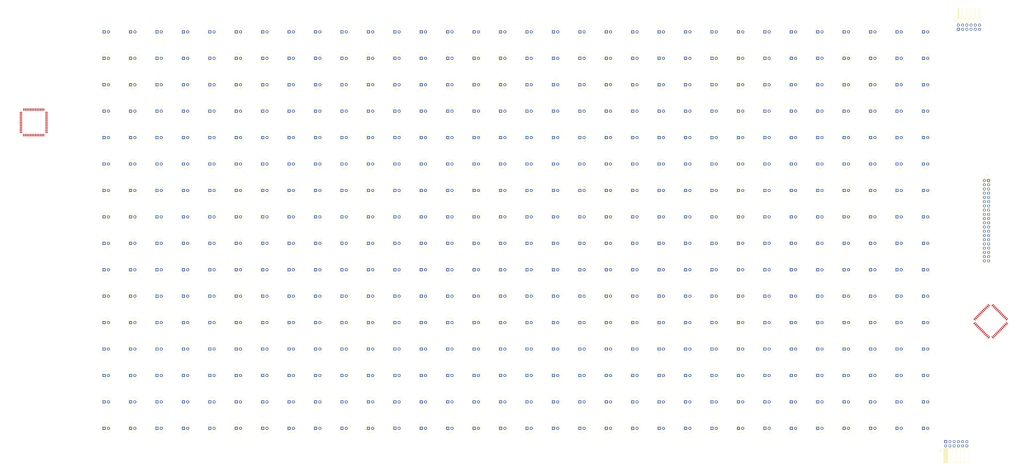
<source format=kicad_pcb>
(kicad_pcb (version 20171130) (host pcbnew 5.1.10-88a1d61d58~88~ubuntu20.04.1)
  (layers (0 F.Cu signal) (31 B.Cu signal) (34 B.Paste user) (35 F.Paste user) (36 B.SilkS user) (37 F.SilkS user) (38 B.Mask user) (39 F.Mask user) (44 Edge.Cuts user))
  (net 0 "")
  (net 1 /row0)
  (net 2 /row1)
  (net 3 /row2)
  (net 4 /row3)
  (net 5 /row4)
  (net 6 /row5)
  (net 7 /row6)
  (net 8 /row7)
  (net 9 /row8)
  (net 10 /row9)
  (net 11 /row10)
  (net 12 /row11)
  (net 13 /row12)
  (net 14 /row13)
  (net 15 /row14)
  (net 16 /row15)
  (net 17 /row16)
  (net 18 /row17)
  (net 19 /row18)
  (net 20 /row19)
  (net 21 /row20)
  (net 22 /row21)
  (net 23 /row22)
  (net 24 /row23)
  (net 25 /row24)
  (net 26 /row25)
  (net 27 /row26)
  (net 28 /row27)
  (net 29 /row28)
  (net 30 /row29)
  (net 31 /row30)
  (net 32 /row31)
  (net 33 /col00)
  (net 34 /col01)
  (net 35 /col02)
  (net 36 /col03)
  (net 37 /col04)
  (net 38 /col05)
  (net 39 /col06)
  (net 40 /col07)
  (net 41 /col08)
  (net 42 /col09)
  (net 43 /col10)
  (net 44 /col11)
  (net 45 /col12)
  (net 46 /col13)
  (net 47 /col14)
  (net 48 /col15)
  (net 49 /row32)
  (net 50 /row33)
  (net 51 /row34)
  (net 52 /row35)
  (net 53 /row36)
  (net 54 /row37)
  (net 55 /row38)
  (net 56 /row39)
  (net 57 /row40)
  (net 58 /row41)
  (net 59 /row42)
  (net 60 /row43)
  (net 61 /row44)
  (net 62 /row45)
  (net 63 /row46)
  (net 64 /row47)
  (net 65 /row48)
  (net 66 /row49)
  (net 67 /row50)
  (net 68 /row51)
  (net 69 /row52)
  (net 70 /row53)
  (net 71 /row54)
  (net 72 /row55)
  (net 73 /row56)
  (net 74 /row57)
  (net 75 /row58)
  (net 76 /row59)
  (net 77 /row60)
  (net 78 /row61)
  (net 79 /row62)
  (net 80 /row63)
  (net 81 "Net-(U1-Pad14)")
  (net 82 "Net-(U2-Pad14)")
  (module Connector_PinSocket_2.54mm:PinSocket_2x20_P2.54mm_Vertical (layer F.Cu) (at 531.241 89.281)
    (fp_text reference J3 (at -1.27 -2.77) (layer F.SilkS))
    (fp_text value Raspberry_Pi_2_3)
    (pad 40 thru_hole oval (at -2.54 48.26) (size 1.7 1.7) (drill 1) (layers *.Cu *.Mask))
    (pad 39 thru_hole oval (at 0 48.26) (size 1.7 1.7) (drill 1) (layers *.Cu *.Mask))
    (pad 38 thru_hole oval (at -2.54 45.72) (size 1.7 1.7) (drill 1) (layers *.Cu *.Mask))
    (pad 37 thru_hole oval (at 0 45.72) (size 1.7 1.7) (drill 1) (layers *.Cu *.Mask))
    (pad 36 thru_hole oval (at -2.54 43.18) (size 1.7 1.7) (drill 1) (layers *.Cu *.Mask))
    (pad 35 thru_hole oval (at 0 43.18) (size 1.7 1.7) (drill 1) (layers *.Cu *.Mask))
    (pad 34 thru_hole oval (at -2.54 40.64) (size 1.7 1.7) (drill 1) (layers *.Cu *.Mask))
    (pad 33 thru_hole oval (at 0 40.64) (size 1.7 1.7) (drill 1) (layers *.Cu *.Mask))
    (pad 32 thru_hole oval (at -2.54 38.1) (size 1.7 1.7) (drill 1) (layers *.Cu *.Mask))
    (pad 31 thru_hole oval (at 0 38.1) (size 1.7 1.7) (drill 1) (layers *.Cu *.Mask))
    (pad 30 thru_hole oval (at -2.54 35.56) (size 1.7 1.7) (drill 1) (layers *.Cu *.Mask))
    (pad 29 thru_hole oval (at 0 35.56) (size 1.7 1.7) (drill 1) (layers *.Cu *.Mask))
    (pad 28 thru_hole oval (at -2.54 33.02) (size 1.7 1.7) (drill 1) (layers *.Cu *.Mask))
    (pad 27 thru_hole oval (at 0 33.02) (size 1.7 1.7) (drill 1) (layers *.Cu *.Mask))
    (pad 26 thru_hole oval (at -2.54 30.48) (size 1.7 1.7) (drill 1) (layers *.Cu *.Mask))
    (pad 25 thru_hole oval (at 0 30.48) (size 1.7 1.7) (drill 1) (layers *.Cu *.Mask))
    (pad 24 thru_hole oval (at -2.54 27.94) (size 1.7 1.7) (drill 1) (layers *.Cu *.Mask))
    (pad 23 thru_hole oval (at 0 27.94) (size 1.7 1.7) (drill 1) (layers *.Cu *.Mask))
    (pad 22 thru_hole oval (at -2.54 25.4) (size 1.7 1.7) (drill 1) (layers *.Cu *.Mask))
    (pad 21 thru_hole oval (at 0 25.4) (size 1.7 1.7) (drill 1) (layers *.Cu *.Mask))
    (pad 20 thru_hole oval (at -2.54 22.86) (size 1.7 1.7) (drill 1) (layers *.Cu *.Mask))
    (pad 19 thru_hole oval (at 0 22.86) (size 1.7 1.7) (drill 1) (layers *.Cu *.Mask))
    (pad 18 thru_hole oval (at -2.54 20.32) (size 1.7 1.7) (drill 1) (layers *.Cu *.Mask))
    (pad 17 thru_hole oval (at 0 20.32) (size 1.7 1.7) (drill 1) (layers *.Cu *.Mask))
    (pad 16 thru_hole oval (at -2.54 17.78) (size 1.7 1.7) (drill 1) (layers *.Cu *.Mask))
    (pad 15 thru_hole oval (at 0 17.78) (size 1.7 1.7) (drill 1) (layers *.Cu *.Mask))
    (pad 14 thru_hole oval (at -2.54 15.24) (size 1.7 1.7) (drill 1) (layers *.Cu *.Mask))
    (pad 13 thru_hole oval (at 0 15.24) (size 1.7 1.7) (drill 1) (layers *.Cu *.Mask))
    (pad 12 thru_hole oval (at -2.54 12.7) (size 1.7 1.7) (drill 1) (layers *.Cu *.Mask))
    (pad 11 thru_hole oval (at 0 12.7) (size 1.7 1.7) (drill 1) (layers *.Cu *.Mask))
    (pad 10 thru_hole oval (at -2.54 10.16) (size 1.7 1.7) (drill 1) (layers *.Cu *.Mask))
    (pad 9 thru_hole oval (at 0 10.16) (size 1.7 1.7) (drill 1) (layers *.Cu *.Mask))
    (pad 8 thru_hole oval (at -2.54 7.62) (size 1.7 1.7) (drill 1) (layers *.Cu *.Mask))
    (pad 7 thru_hole oval (at 0 7.62) (size 1.7 1.7) (drill 1) (layers *.Cu *.Mask))
    (pad 6 thru_hole oval (at -2.54 5.08) (size 1.7 1.7) (drill 1) (layers *.Cu *.Mask))
    (pad 5 thru_hole oval (at 0 5.08) (size 1.7 1.7) (drill 1) (layers *.Cu *.Mask))
    (pad 4 thru_hole oval (at -2.54 2.54) (size 1.7 1.7) (drill 1) (layers *.Cu *.Mask))
    (pad 3 thru_hole oval (at 0 2.54) (size 1.7 1.7) (drill 1) (layers *.Cu *.Mask))
    (pad 2 thru_hole oval (at -2.54 0) (size 1.7 1.7) (drill 1) (layers *.Cu *.Mask))
    (pad 1 thru_hole rect (at 0 0) (size 1.7 1.7) (drill 1) (layers *.Cu *.Mask))
  )
  (module Connector_PinSocket_2.54mm:PinSocket_2x06_P2.54mm_Horizontal (layer F.Cu) (at 505.46 246.126 90)
    (fp_text reference J2 (at -5.65 -2.77 90) (layer F.SilkS))
    (fp_text value Conn_02x06_Counter_Clockwise)
    (pad 12 thru_hole oval (at -2.54 12.7 90) (size 1.7 1.7) (drill 1) (layers *.Cu *.Mask))
    (pad 11 thru_hole oval (at 0 12.7 90) (size 1.7 1.7) (drill 1) (layers *.Cu *.Mask))
    (pad 10 thru_hole oval (at -2.54 10.16 90) (size 1.7 1.7) (drill 1) (layers *.Cu *.Mask))
    (pad 9 thru_hole oval (at 0 10.16 90) (size 1.7 1.7) (drill 1) (layers *.Cu *.Mask))
    (pad 8 thru_hole oval (at -2.54 7.62 90) (size 1.7 1.7) (drill 1) (layers *.Cu *.Mask))
    (pad 7 thru_hole oval (at 0 7.62 90) (size 1.7 1.7) (drill 1) (layers *.Cu *.Mask))
    (pad 6 thru_hole oval (at -2.54 5.08 90) (size 1.7 1.7) (drill 1) (layers *.Cu *.Mask))
    (pad 5 thru_hole oval (at 0 5.08 90) (size 1.7 1.7) (drill 1) (layers *.Cu *.Mask))
    (pad 4 thru_hole oval (at -2.54 2.54 90) (size 1.7 1.7) (drill 1) (layers *.Cu *.Mask))
    (pad 3 thru_hole oval (at 0 2.54 90) (size 1.7 1.7) (drill 1) (layers *.Cu *.Mask))
    (pad 2 thru_hole oval (at -2.54 0 90) (size 1.7 1.7) (drill 1) (layers *.Cu *.Mask))
    (pad 1 thru_hole rect (at 0 0 90) (size 1.7 1.7) (drill 1) (layers *.Cu *.Mask))
  )
  (module Connector_PinHeader_2.54mm:PinHeader_2x06_P2.54mm_Horizontal (layer F.Cu) (at 513.08 -1.524 90)
    (fp_text reference J1 (at 5.655 -2.27 90) (layer F.SilkS))
    (fp_text value Conn_02x06_Counter_Clockwise)
    (pad 12 thru_hole oval (at 2.54 12.7 90) (size 1.7 1.7) (drill 1) (layers *.Cu *.Mask))
    (pad 11 thru_hole oval (at 0 12.7 90) (size 1.7 1.7) (drill 1) (layers *.Cu *.Mask))
    (pad 10 thru_hole oval (at 2.54 10.16 90) (size 1.7 1.7) (drill 1) (layers *.Cu *.Mask))
    (pad 9 thru_hole oval (at 0 10.16 90) (size 1.7 1.7) (drill 1) (layers *.Cu *.Mask))
    (pad 8 thru_hole oval (at 2.54 7.62 90) (size 1.7 1.7) (drill 1) (layers *.Cu *.Mask))
    (pad 7 thru_hole oval (at 0 7.62 90) (size 1.7 1.7) (drill 1) (layers *.Cu *.Mask))
    (pad 6 thru_hole oval (at 2.54 5.08 90) (size 1.7 1.7) (drill 1) (layers *.Cu *.Mask))
    (pad 5 thru_hole oval (at 0 5.08 90) (size 1.7 1.7) (drill 1) (layers *.Cu *.Mask))
    (pad 4 thru_hole oval (at 2.54 2.54 90) (size 1.7 1.7) (drill 1) (layers *.Cu *.Mask))
    (pad 3 thru_hole oval (at 0 2.54 90) (size 1.7 1.7) (drill 1) (layers *.Cu *.Mask))
    (pad 2 thru_hole oval (at 2.54 0 90) (size 1.7 1.7) (drill 1) (layers *.Cu *.Mask))
    (pad 1 thru_hole rect (at 0 0 90) (size 1.7 1.7) (drill 1) (layers *.Cu *.Mask))
  )
  (module Package_QFP:LQFP-52_14x14mm_P1mm (layer F.Cu) (at 532.511 173.863 225)
    (fp_text reference U2 (at 0 -9.4 45) (layer F.SilkS))
    (fp_text value HT1632C-52LQFP)
    (pad 52 smd roundrect (at -6 -7.675 225) (size 0.6 1.55) (layers F.Cu F.Paste F.Mask) (net 61 /row44))
    (pad 51 smd roundrect (at -5 -7.675 225) (size 0.6 1.55) (layers F.Cu F.Paste F.Mask) (net 62 /row45))
    (pad 50 smd roundrect (at -4 -7.675 225) (size 0.6 1.55) (layers F.Cu F.Paste F.Mask) (net 63 /row46))
    (pad 49 smd roundrect (at -3 -7.675 225) (size 0.6 1.55) (layers F.Cu F.Paste F.Mask) (net 64 /row47))
    (pad 48 smd roundrect (at -2 -7.675 225) (size 0.6 1.55) (layers F.Cu F.Paste F.Mask) (net 65 /row48))
    (pad 47 smd roundrect (at -1 -7.675 225) (size 0.6 1.55) (layers F.Cu F.Paste F.Mask) (net 66 /row49))
    (pad 46 smd roundrect (at 0 -7.675 225) (size 0.6 1.55) (layers F.Cu F.Paste F.Mask) (net 67 /row50))
    (pad 45 smd roundrect (at 1 -7.675 225) (size 0.6 1.55) (layers F.Cu F.Paste F.Mask) (net 68 /row51))
    (pad 44 smd roundrect (at 2 -7.675 225) (size 0.6 1.55) (layers F.Cu F.Paste F.Mask) (net 69 /row52))
    (pad 43 smd roundrect (at 3 -7.675 225) (size 0.6 1.55) (layers F.Cu F.Paste F.Mask) (net 70 /row53))
    (pad 42 smd roundrect (at 4 -7.675 225) (size 0.6 1.55) (layers F.Cu F.Paste F.Mask) (net 71 /row54))
    (pad 41 smd roundrect (at 5 -7.675 225) (size 0.6 1.55) (layers F.Cu F.Paste F.Mask) (net 72 /row55))
    (pad 40 smd roundrect (at 6 -7.675 225) (size 0.6 1.55) (layers F.Cu F.Paste F.Mask) (net 73 /row56))
    (pad 39 smd roundrect (at 7.675 -6 225) (size 1.55 0.6) (layers F.Cu F.Paste F.Mask) (net 74 /row57))
    (pad 38 smd roundrect (at 7.675 -5 225) (size 1.55 0.6) (layers F.Cu F.Paste F.Mask))
    (pad 37 smd roundrect (at 7.675 -4 225) (size 1.55 0.6) (layers F.Cu F.Paste F.Mask) (net 75 /row58))
    (pad 36 smd roundrect (at 7.675 -3 225) (size 1.55 0.6) (layers F.Cu F.Paste F.Mask) (net 82 "Net-(U2-Pad14)"))
    (pad 35 smd roundrect (at 7.675 -2 225) (size 1.55 0.6) (layers F.Cu F.Paste F.Mask) (net 76 /row59))
    (pad 34 smd roundrect (at 7.675 -1 225) (size 1.55 0.6) (layers F.Cu F.Paste F.Mask) (net 77 /row60))
    (pad 33 smd roundrect (at 7.675 0 225) (size 1.55 0.6) (layers F.Cu F.Paste F.Mask) (net 78 /row61))
    (pad 32 smd roundrect (at 7.675 1 225) (size 1.55 0.6) (layers F.Cu F.Paste F.Mask) (net 79 /row62))
    (pad 31 smd roundrect (at 7.675 2 225) (size 1.55 0.6) (layers F.Cu F.Paste F.Mask) (net 80 /row63))
    (pad 30 smd roundrect (at 7.675 3 225) (size 1.55 0.6) (layers F.Cu F.Paste F.Mask) (net 48 /col15))
    (pad 29 smd roundrect (at 7.675 4 225) (size 1.55 0.6) (layers F.Cu F.Paste F.Mask) (net 47 /col14))
    (pad 28 smd roundrect (at 7.675 5 225) (size 1.55 0.6) (layers F.Cu F.Paste F.Mask) (net 46 /col13))
    (pad 27 smd roundrect (at 7.675 6 225) (size 1.55 0.6) (layers F.Cu F.Paste F.Mask) (net 45 /col12))
    (pad 26 smd roundrect (at 6 7.675 225) (size 0.6 1.55) (layers F.Cu F.Paste F.Mask) (net 44 /col11))
    (pad 25 smd roundrect (at 5 7.675 225) (size 0.6 1.55) (layers F.Cu F.Paste F.Mask) (net 82 "Net-(U2-Pad14)"))
    (pad 24 smd roundrect (at 4 7.675 225) (size 0.6 1.55) (layers F.Cu F.Paste F.Mask) (net 43 /col10))
    (pad 23 smd roundrect (at 3 7.675 225) (size 0.6 1.55) (layers F.Cu F.Paste F.Mask) (net 42 /col09))
    (pad 22 smd roundrect (at 2 7.675 225) (size 0.6 1.55) (layers F.Cu F.Paste F.Mask) (net 41 /col08))
    (pad 21 smd roundrect (at 1 7.675 225) (size 0.6 1.55) (layers F.Cu F.Paste F.Mask))
    (pad 20 smd roundrect (at 0 7.675 225) (size 0.6 1.55) (layers F.Cu F.Paste F.Mask))
    (pad 19 smd roundrect (at -1 7.675 225) (size 0.6 1.55) (layers F.Cu F.Paste F.Mask))
    (pad 18 smd roundrect (at -2 7.675 225) (size 0.6 1.55) (layers F.Cu F.Paste F.Mask))
    (pad 17 smd roundrect (at -3 7.675 225) (size 0.6 1.55) (layers F.Cu F.Paste F.Mask))
    (pad 16 smd roundrect (at -4 7.675 225) (size 0.6 1.55) (layers F.Cu F.Paste F.Mask))
    (pad 15 smd roundrect (at -5 7.675 225) (size 0.6 1.55) (layers F.Cu F.Paste F.Mask))
    (pad 14 smd roundrect (at -6 7.675 225) (size 0.6 1.55) (layers F.Cu F.Paste F.Mask) (net 82 "Net-(U2-Pad14)"))
    (pad 13 smd roundrect (at -7.675 6 225) (size 1.55 0.6) (layers F.Cu F.Paste F.Mask) (net 49 /row32))
    (pad 12 smd roundrect (at -7.675 5 225) (size 1.55 0.6) (layers F.Cu F.Paste F.Mask) (net 50 /row33))
    (pad 11 smd roundrect (at -7.675 4 225) (size 1.55 0.6) (layers F.Cu F.Paste F.Mask) (net 51 /row34))
    (pad 10 smd roundrect (at -7.675 3 225) (size 1.55 0.6) (layers F.Cu F.Paste F.Mask) (net 52 /row35))
    (pad 9 smd roundrect (at -7.675 2 225) (size 1.55 0.6) (layers F.Cu F.Paste F.Mask) (net 53 /row36))
    (pad 8 smd roundrect (at -7.675 1 225) (size 1.55 0.6) (layers F.Cu F.Paste F.Mask) (net 54 /row37))
    (pad 7 smd roundrect (at -7.675 0 225) (size 1.55 0.6) (layers F.Cu F.Paste F.Mask))
    (pad 6 smd roundrect (at -7.675 -1 225) (size 1.55 0.6) (layers F.Cu F.Paste F.Mask) (net 55 /row38))
    (pad 5 smd roundrect (at -7.675 -2 225) (size 1.55 0.6) (layers F.Cu F.Paste F.Mask) (net 56 /row39))
    (pad 4 smd roundrect (at -7.675 -3 225) (size 1.55 0.6) (layers F.Cu F.Paste F.Mask) (net 57 /row40))
    (pad 3 smd roundrect (at -7.675 -4 225) (size 1.55 0.6) (layers F.Cu F.Paste F.Mask) (net 58 /row41))
    (pad 2 smd roundrect (at -7.675 -5 225) (size 1.55 0.6) (layers F.Cu F.Paste F.Mask) (net 59 /row42))
    (pad 1 smd roundrect (at -7.675 -6 225) (size 1.55 0.6) (layers F.Cu F.Paste F.Mask) (net 60 /row43))
  )
  (module Package_QFP:LQFP-52_14x14mm_P1mm (layer F.Cu) (at -42.291 54.356 90)
    (fp_text reference U1 (at 0 -9.4 90) (layer F.SilkS))
    (fp_text value HT1632C-52LQFP)
    (pad 52 smd roundrect (at -6 -7.675 90) (size 0.6 1.55) (layers F.Cu F.Paste F.Mask) (net 13 /row12))
    (pad 51 smd roundrect (at -5 -7.675 90) (size 0.6 1.55) (layers F.Cu F.Paste F.Mask) (net 14 /row13))
    (pad 50 smd roundrect (at -4 -7.675 90) (size 0.6 1.55) (layers F.Cu F.Paste F.Mask) (net 15 /row14))
    (pad 49 smd roundrect (at -3 -7.675 90) (size 0.6 1.55) (layers F.Cu F.Paste F.Mask) (net 16 /row15))
    (pad 48 smd roundrect (at -2 -7.675 90) (size 0.6 1.55) (layers F.Cu F.Paste F.Mask) (net 17 /row16))
    (pad 47 smd roundrect (at -1 -7.675 90) (size 0.6 1.55) (layers F.Cu F.Paste F.Mask) (net 18 /row17))
    (pad 46 smd roundrect (at 0 -7.675 90) (size 0.6 1.55) (layers F.Cu F.Paste F.Mask) (net 19 /row18))
    (pad 45 smd roundrect (at 1 -7.675 90) (size 0.6 1.55) (layers F.Cu F.Paste F.Mask) (net 20 /row19))
    (pad 44 smd roundrect (at 2 -7.675 90) (size 0.6 1.55) (layers F.Cu F.Paste F.Mask) (net 21 /row20))
    (pad 43 smd roundrect (at 3 -7.675 90) (size 0.6 1.55) (layers F.Cu F.Paste F.Mask) (net 22 /row21))
    (pad 42 smd roundrect (at 4 -7.675 90) (size 0.6 1.55) (layers F.Cu F.Paste F.Mask) (net 23 /row22))
    (pad 41 smd roundrect (at 5 -7.675 90) (size 0.6 1.55) (layers F.Cu F.Paste F.Mask) (net 24 /row23))
    (pad 40 smd roundrect (at 6 -7.675 90) (size 0.6 1.55) (layers F.Cu F.Paste F.Mask) (net 25 /row24))
    (pad 39 smd roundrect (at 7.675 -6 90) (size 1.55 0.6) (layers F.Cu F.Paste F.Mask) (net 26 /row25))
    (pad 38 smd roundrect (at 7.675 -5 90) (size 1.55 0.6) (layers F.Cu F.Paste F.Mask))
    (pad 37 smd roundrect (at 7.675 -4 90) (size 1.55 0.6) (layers F.Cu F.Paste F.Mask) (net 27 /row26))
    (pad 36 smd roundrect (at 7.675 -3 90) (size 1.55 0.6) (layers F.Cu F.Paste F.Mask) (net 81 "Net-(U1-Pad14)"))
    (pad 35 smd roundrect (at 7.675 -2 90) (size 1.55 0.6) (layers F.Cu F.Paste F.Mask) (net 28 /row27))
    (pad 34 smd roundrect (at 7.675 -1 90) (size 1.55 0.6) (layers F.Cu F.Paste F.Mask) (net 29 /row28))
    (pad 33 smd roundrect (at 7.675 0 90) (size 1.55 0.6) (layers F.Cu F.Paste F.Mask) (net 30 /row29))
    (pad 32 smd roundrect (at 7.675 1 90) (size 1.55 0.6) (layers F.Cu F.Paste F.Mask) (net 31 /row30))
    (pad 31 smd roundrect (at 7.675 2 90) (size 1.55 0.6) (layers F.Cu F.Paste F.Mask) (net 32 /row31))
    (pad 30 smd roundrect (at 7.675 3 90) (size 1.55 0.6) (layers F.Cu F.Paste F.Mask) (net 40 /col07))
    (pad 29 smd roundrect (at 7.675 4 90) (size 1.55 0.6) (layers F.Cu F.Paste F.Mask) (net 39 /col06))
    (pad 28 smd roundrect (at 7.675 5 90) (size 1.55 0.6) (layers F.Cu F.Paste F.Mask) (net 38 /col05))
    (pad 27 smd roundrect (at 7.675 6 90) (size 1.55 0.6) (layers F.Cu F.Paste F.Mask) (net 37 /col04))
    (pad 26 smd roundrect (at 6 7.675 90) (size 0.6 1.55) (layers F.Cu F.Paste F.Mask) (net 36 /col03))
    (pad 25 smd roundrect (at 5 7.675 90) (size 0.6 1.55) (layers F.Cu F.Paste F.Mask) (net 81 "Net-(U1-Pad14)"))
    (pad 24 smd roundrect (at 4 7.675 90) (size 0.6 1.55) (layers F.Cu F.Paste F.Mask) (net 35 /col02))
    (pad 23 smd roundrect (at 3 7.675 90) (size 0.6 1.55) (layers F.Cu F.Paste F.Mask) (net 34 /col01))
    (pad 22 smd roundrect (at 2 7.675 90) (size 0.6 1.55) (layers F.Cu F.Paste F.Mask) (net 33 /col00))
    (pad 21 smd roundrect (at 1 7.675 90) (size 0.6 1.55) (layers F.Cu F.Paste F.Mask))
    (pad 20 smd roundrect (at 0 7.675 90) (size 0.6 1.55) (layers F.Cu F.Paste F.Mask))
    (pad 19 smd roundrect (at -1 7.675 90) (size 0.6 1.55) (layers F.Cu F.Paste F.Mask))
    (pad 18 smd roundrect (at -2 7.675 90) (size 0.6 1.55) (layers F.Cu F.Paste F.Mask))
    (pad 17 smd roundrect (at -3 7.675 90) (size 0.6 1.55) (layers F.Cu F.Paste F.Mask))
    (pad 16 smd roundrect (at -4 7.675 90) (size 0.6 1.55) (layers F.Cu F.Paste F.Mask))
    (pad 15 smd roundrect (at -5 7.675 90) (size 0.6 1.55) (layers F.Cu F.Paste F.Mask))
    (pad 14 smd roundrect (at -6 7.675 90) (size 0.6 1.55) (layers F.Cu F.Paste F.Mask) (net 81 "Net-(U1-Pad14)"))
    (pad 13 smd roundrect (at -7.675 6 90) (size 1.55 0.6) (layers F.Cu F.Paste F.Mask) (net 1 /row0))
    (pad 12 smd roundrect (at -7.675 5 90) (size 1.55 0.6) (layers F.Cu F.Paste F.Mask) (net 2 /row1))
    (pad 11 smd roundrect (at -7.675 4 90) (size 1.55 0.6) (layers F.Cu F.Paste F.Mask) (net 3 /row2))
    (pad 10 smd roundrect (at -7.675 3 90) (size 1.55 0.6) (layers F.Cu F.Paste F.Mask) (net 4 /row3))
    (pad 9 smd roundrect (at -7.675 2 90) (size 1.55 0.6) (layers F.Cu F.Paste F.Mask) (net 5 /row4))
    (pad 8 smd roundrect (at -7.675 1 90) (size 1.55 0.6) (layers F.Cu F.Paste F.Mask) (net 6 /row5))
    (pad 7 smd roundrect (at -7.675 0 90) (size 1.55 0.6) (layers F.Cu F.Paste F.Mask))
    (pad 6 smd roundrect (at -7.675 -1 90) (size 1.55 0.6) (layers F.Cu F.Paste F.Mask) (net 7 /row6))
    (pad 5 smd roundrect (at -7.675 -2 90) (size 1.55 0.6) (layers F.Cu F.Paste F.Mask) (net 8 /row7))
    (pad 4 smd roundrect (at -7.675 -3 90) (size 1.55 0.6) (layers F.Cu F.Paste F.Mask) (net 9 /row8))
    (pad 3 smd roundrect (at -7.675 -4 90) (size 1.55 0.6) (layers F.Cu F.Paste F.Mask) (net 10 /row9))
    (pad 2 smd roundrect (at -7.675 -5 90) (size 1.55 0.6) (layers F.Cu F.Paste F.Mask) (net 11 /row10))
    (pad 1 smd roundrect (at -7.675 -6 90) (size 1.55 0.6) (layers F.Cu F.Paste F.Mask) (net 12 /row11))
  )
  (module LED_THT:LED_D5.0mm (layer F.Cu) (at 0 0)
    (fp_text reference D00A1 hide)
    (fp_text value LED_Small_ALT hide)
    (pad 2 thru_hole circle (at 2.54 0) (size 1.8 1.8) (drill 0.9) (layers *.Cu *.Mask) (net 1 /row0))
    (pad 1 thru_hole rect (at 0 0) (size 1.8 1.8) (drill 0.9) (layers *.Cu *.Mask) (net 33 /col00))
  )
  (module LED_THT:LED_D5.0mm (layer F.Cu) (at 0 15.875)
    (fp_text reference D00B1 hide)
    (fp_text value LED_Small_ALT hide)
    (pad 2 thru_hole circle (at 2.54 0) (size 1.8 1.8) (drill 0.9) (layers *.Cu *.Mask) (net 1 /row0))
    (pad 1 thru_hole rect (at 0 0) (size 1.8 1.8) (drill 0.9) (layers *.Cu *.Mask) (net 34 /col01))
  )
  (module LED_THT:LED_D5.0mm (layer F.Cu) (at 0 31.75)
    (fp_text reference D00C1 hide)
    (fp_text value LED_Small_ALT hide)
    (pad 2 thru_hole circle (at 2.54 0) (size 1.8 1.8) (drill 0.9) (layers *.Cu *.Mask) (net 1 /row0))
    (pad 1 thru_hole rect (at 0 0) (size 1.8 1.8) (drill 0.9) (layers *.Cu *.Mask) (net 35 /col02))
  )
  (module LED_THT:LED_D5.0mm (layer F.Cu) (at 0 47.625)
    (fp_text reference D00D1 hide)
    (fp_text value LED_Small_ALT hide)
    (pad 2 thru_hole circle (at 2.54 0) (size 1.8 1.8) (drill 0.9) (layers *.Cu *.Mask) (net 1 /row0))
    (pad 1 thru_hole rect (at 0 0) (size 1.8 1.8) (drill 0.9) (layers *.Cu *.Mask) (net 36 /col03))
  )
  (module LED_THT:LED_D5.0mm (layer F.Cu) (at 0 63.5)
    (fp_text reference D00E1 hide)
    (fp_text value LED_Small_ALT hide)
    (pad 2 thru_hole circle (at 2.54 0) (size 1.8 1.8) (drill 0.9) (layers *.Cu *.Mask) (net 1 /row0))
    (pad 1 thru_hole rect (at 0 0) (size 1.8 1.8) (drill 0.9) (layers *.Cu *.Mask) (net 37 /col04))
  )
  (module LED_THT:LED_D5.0mm (layer F.Cu) (at 0 79.375)
    (fp_text reference D00F1 hide)
    (fp_text value LED_Small_ALT hide)
    (pad 2 thru_hole circle (at 2.54 0) (size 1.8 1.8) (drill 0.9) (layers *.Cu *.Mask) (net 1 /row0))
    (pad 1 thru_hole rect (at 0 0) (size 1.8 1.8) (drill 0.9) (layers *.Cu *.Mask) (net 38 /col05))
  )
  (module LED_THT:LED_D5.0mm (layer F.Cu) (at 0 95.25)
    (fp_text reference D00G1 hide)
    (fp_text value LED_Small_ALT hide)
    (pad 2 thru_hole circle (at 2.54 0) (size 1.8 1.8) (drill 0.9) (layers *.Cu *.Mask) (net 1 /row0))
    (pad 1 thru_hole rect (at 0 0) (size 1.8 1.8) (drill 0.9) (layers *.Cu *.Mask) (net 39 /col06))
  )
  (module LED_THT:LED_D5.0mm (layer F.Cu) (at 0 111.125)
    (fp_text reference D00H1 hide)
    (fp_text value LED_Small_ALT hide)
    (pad 2 thru_hole circle (at 2.54 0) (size 1.8 1.8) (drill 0.9) (layers *.Cu *.Mask) (net 1 /row0))
    (pad 1 thru_hole rect (at 0 0) (size 1.8 1.8) (drill 0.9) (layers *.Cu *.Mask) (net 40 /col07))
  )
  (module LED_THT:LED_D5.0mm (layer F.Cu) (at 0 127)
    (fp_text reference D00A2 hide)
    (fp_text value LED_Small_ALT hide)
    (pad 2 thru_hole circle (at 2.54 0) (size 1.8 1.8) (drill 0.9) (layers *.Cu *.Mask) (net 49 /row32))
    (pad 1 thru_hole rect (at 0 0) (size 1.8 1.8) (drill 0.9) (layers *.Cu *.Mask) (net 41 /col08))
  )
  (module LED_THT:LED_D5.0mm (layer F.Cu) (at 0 142.875)
    (fp_text reference D00B2 hide)
    (fp_text value LED_Small_ALT hide)
    (pad 2 thru_hole circle (at 2.54 0) (size 1.8 1.8) (drill 0.9) (layers *.Cu *.Mask) (net 49 /row32))
    (pad 1 thru_hole rect (at 0 0) (size 1.8 1.8) (drill 0.9) (layers *.Cu *.Mask) (net 42 /col09))
  )
  (module LED_THT:LED_D5.0mm (layer F.Cu) (at 0 158.75)
    (fp_text reference D00C2 hide)
    (fp_text value LED_Small_ALT hide)
    (pad 2 thru_hole circle (at 2.54 0) (size 1.8 1.8) (drill 0.9) (layers *.Cu *.Mask) (net 49 /row32))
    (pad 1 thru_hole rect (at 0 0) (size 1.8 1.8) (drill 0.9) (layers *.Cu *.Mask) (net 43 /col10))
  )
  (module LED_THT:LED_D5.0mm (layer F.Cu) (at 0 174.625)
    (fp_text reference D00D2 hide)
    (fp_text value LED_Small_ALT hide)
    (pad 2 thru_hole circle (at 2.54 0) (size 1.8 1.8) (drill 0.9) (layers *.Cu *.Mask) (net 49 /row32))
    (pad 1 thru_hole rect (at 0 0) (size 1.8 1.8) (drill 0.9) (layers *.Cu *.Mask) (net 44 /col11))
  )
  (module LED_THT:LED_D5.0mm (layer F.Cu) (at 0 190.5)
    (fp_text reference D00E2 hide)
    (fp_text value LED_Small_ALT hide)
    (pad 2 thru_hole circle (at 2.54 0) (size 1.8 1.8) (drill 0.9) (layers *.Cu *.Mask) (net 49 /row32))
    (pad 1 thru_hole rect (at 0 0) (size 1.8 1.8) (drill 0.9) (layers *.Cu *.Mask) (net 45 /col12))
  )
  (module LED_THT:LED_D5.0mm (layer F.Cu) (at 0 206.375)
    (fp_text reference D00F2 hide)
    (fp_text value LED_Small_ALT hide)
    (pad 2 thru_hole circle (at 2.54 0) (size 1.8 1.8) (drill 0.9) (layers *.Cu *.Mask) (net 49 /row32))
    (pad 1 thru_hole rect (at 0 0) (size 1.8 1.8) (drill 0.9) (layers *.Cu *.Mask) (net 46 /col13))
  )
  (module LED_THT:LED_D5.0mm (layer F.Cu) (at 0 222.25)
    (fp_text reference D00G2 hide)
    (fp_text value LED_Small_ALT hide)
    (pad 2 thru_hole circle (at 2.54 0) (size 1.8 1.8) (drill 0.9) (layers *.Cu *.Mask) (net 49 /row32))
    (pad 1 thru_hole rect (at 0 0) (size 1.8 1.8) (drill 0.9) (layers *.Cu *.Mask) (net 47 /col14))
  )
  (module LED_THT:LED_D5.0mm (layer F.Cu) (at 0 238.125)
    (fp_text reference D00H2 hide)
    (fp_text value LED_Small_ALT hide)
    (pad 2 thru_hole circle (at 2.54 0) (size 1.8 1.8) (drill 0.9) (layers *.Cu *.Mask) (net 49 /row32))
    (pad 1 thru_hole rect (at 0 0) (size 1.8 1.8) (drill 0.9) (layers *.Cu *.Mask) (net 48 /col15))
  )
  (module LED_THT:LED_D5.0mm (layer F.Cu) (at 15.875 0)
    (fp_text reference D01A1 hide)
    (fp_text value LED_Small_ALT hide)
    (pad 2 thru_hole circle (at 2.54 0) (size 1.8 1.8) (drill 0.9) (layers *.Cu *.Mask) (net 2 /row1))
    (pad 1 thru_hole rect (at 0 0) (size 1.8 1.8) (drill 0.9) (layers *.Cu *.Mask) (net 33 /col00))
  )
  (module LED_THT:LED_D5.0mm (layer F.Cu) (at 15.875 15.875)
    (fp_text reference D01B1 hide)
    (fp_text value LED_Small_ALT hide)
    (pad 2 thru_hole circle (at 2.54 0) (size 1.8 1.8) (drill 0.9) (layers *.Cu *.Mask) (net 2 /row1))
    (pad 1 thru_hole rect (at 0 0) (size 1.8 1.8) (drill 0.9) (layers *.Cu *.Mask) (net 34 /col01))
  )
  (module LED_THT:LED_D5.0mm (layer F.Cu) (at 15.875 31.75)
    (fp_text reference D01C1 hide)
    (fp_text value LED_Small_ALT hide)
    (pad 2 thru_hole circle (at 2.54 0) (size 1.8 1.8) (drill 0.9) (layers *.Cu *.Mask) (net 2 /row1))
    (pad 1 thru_hole rect (at 0 0) (size 1.8 1.8) (drill 0.9) (layers *.Cu *.Mask) (net 35 /col02))
  )
  (module LED_THT:LED_D5.0mm (layer F.Cu) (at 15.875 47.625)
    (fp_text reference D01D1 hide)
    (fp_text value LED_Small_ALT hide)
    (pad 2 thru_hole circle (at 2.54 0) (size 1.8 1.8) (drill 0.9) (layers *.Cu *.Mask) (net 2 /row1))
    (pad 1 thru_hole rect (at 0 0) (size 1.8 1.8) (drill 0.9) (layers *.Cu *.Mask) (net 36 /col03))
  )
  (module LED_THT:LED_D5.0mm (layer F.Cu) (at 15.875 63.5)
    (fp_text reference D01E1 hide)
    (fp_text value LED_Small_ALT hide)
    (pad 2 thru_hole circle (at 2.54 0) (size 1.8 1.8) (drill 0.9) (layers *.Cu *.Mask) (net 2 /row1))
    (pad 1 thru_hole rect (at 0 0) (size 1.8 1.8) (drill 0.9) (layers *.Cu *.Mask) (net 37 /col04))
  )
  (module LED_THT:LED_D5.0mm (layer F.Cu) (at 15.875 79.375)
    (fp_text reference D01F1 hide)
    (fp_text value LED_Small_ALT hide)
    (pad 2 thru_hole circle (at 2.54 0) (size 1.8 1.8) (drill 0.9) (layers *.Cu *.Mask) (net 2 /row1))
    (pad 1 thru_hole rect (at 0 0) (size 1.8 1.8) (drill 0.9) (layers *.Cu *.Mask) (net 38 /col05))
  )
  (module LED_THT:LED_D5.0mm (layer F.Cu) (at 15.875 95.25)
    (fp_text reference D01G1 hide)
    (fp_text value LED_Small_ALT hide)
    (pad 2 thru_hole circle (at 2.54 0) (size 1.8 1.8) (drill 0.9) (layers *.Cu *.Mask) (net 2 /row1))
    (pad 1 thru_hole rect (at 0 0) (size 1.8 1.8) (drill 0.9) (layers *.Cu *.Mask) (net 39 /col06))
  )
  (module LED_THT:LED_D5.0mm (layer F.Cu) (at 15.875 111.125)
    (fp_text reference D01H1 hide)
    (fp_text value LED_Small_ALT hide)
    (pad 2 thru_hole circle (at 2.54 0) (size 1.8 1.8) (drill 0.9) (layers *.Cu *.Mask) (net 2 /row1))
    (pad 1 thru_hole rect (at 0 0) (size 1.8 1.8) (drill 0.9) (layers *.Cu *.Mask) (net 40 /col07))
  )
  (module LED_THT:LED_D5.0mm (layer F.Cu) (at 15.875 127)
    (fp_text reference D01A2 hide)
    (fp_text value LED_Small_ALT hide)
    (pad 2 thru_hole circle (at 2.54 0) (size 1.8 1.8) (drill 0.9) (layers *.Cu *.Mask) (net 50 /row33))
    (pad 1 thru_hole rect (at 0 0) (size 1.8 1.8) (drill 0.9) (layers *.Cu *.Mask) (net 41 /col08))
  )
  (module LED_THT:LED_D5.0mm (layer F.Cu) (at 15.875 142.875)
    (fp_text reference D01B2 hide)
    (fp_text value LED_Small_ALT hide)
    (pad 2 thru_hole circle (at 2.54 0) (size 1.8 1.8) (drill 0.9) (layers *.Cu *.Mask) (net 50 /row33))
    (pad 1 thru_hole rect (at 0 0) (size 1.8 1.8) (drill 0.9) (layers *.Cu *.Mask) (net 42 /col09))
  )
  (module LED_THT:LED_D5.0mm (layer F.Cu) (at 15.875 158.75)
    (fp_text reference D01C2 hide)
    (fp_text value LED_Small_ALT hide)
    (pad 2 thru_hole circle (at 2.54 0) (size 1.8 1.8) (drill 0.9) (layers *.Cu *.Mask) (net 50 /row33))
    (pad 1 thru_hole rect (at 0 0) (size 1.8 1.8) (drill 0.9) (layers *.Cu *.Mask) (net 43 /col10))
  )
  (module LED_THT:LED_D5.0mm (layer F.Cu) (at 15.875 174.625)
    (fp_text reference D01D2 hide)
    (fp_text value LED_Small_ALT hide)
    (pad 2 thru_hole circle (at 2.54 0) (size 1.8 1.8) (drill 0.9) (layers *.Cu *.Mask) (net 50 /row33))
    (pad 1 thru_hole rect (at 0 0) (size 1.8 1.8) (drill 0.9) (layers *.Cu *.Mask) (net 44 /col11))
  )
  (module LED_THT:LED_D5.0mm (layer F.Cu) (at 15.875 190.5)
    (fp_text reference D01E2 hide)
    (fp_text value LED_Small_ALT hide)
    (pad 2 thru_hole circle (at 2.54 0) (size 1.8 1.8) (drill 0.9) (layers *.Cu *.Mask) (net 50 /row33))
    (pad 1 thru_hole rect (at 0 0) (size 1.8 1.8) (drill 0.9) (layers *.Cu *.Mask) (net 45 /col12))
  )
  (module LED_THT:LED_D5.0mm (layer F.Cu) (at 15.875 206.375)
    (fp_text reference D01F2 hide)
    (fp_text value LED_Small_ALT hide)
    (pad 2 thru_hole circle (at 2.54 0) (size 1.8 1.8) (drill 0.9) (layers *.Cu *.Mask) (net 50 /row33))
    (pad 1 thru_hole rect (at 0 0) (size 1.8 1.8) (drill 0.9) (layers *.Cu *.Mask) (net 46 /col13))
  )
  (module LED_THT:LED_D5.0mm (layer F.Cu) (at 15.875 222.25)
    (fp_text reference D01G2 hide)
    (fp_text value LED_Small_ALT hide)
    (pad 2 thru_hole circle (at 2.54 0) (size 1.8 1.8) (drill 0.9) (layers *.Cu *.Mask) (net 50 /row33))
    (pad 1 thru_hole rect (at 0 0) (size 1.8 1.8) (drill 0.9) (layers *.Cu *.Mask) (net 47 /col14))
  )
  (module LED_THT:LED_D5.0mm (layer F.Cu) (at 15.875 238.125)
    (fp_text reference D01H2 hide)
    (fp_text value LED_Small_ALT hide)
    (pad 2 thru_hole circle (at 2.54 0) (size 1.8 1.8) (drill 0.9) (layers *.Cu *.Mask) (net 50 /row33))
    (pad 1 thru_hole rect (at 0 0) (size 1.8 1.8) (drill 0.9) (layers *.Cu *.Mask) (net 48 /col15))
  )
  (module LED_THT:LED_D5.0mm (layer F.Cu) (at 31.75 0)
    (fp_text reference D02A1 hide)
    (fp_text value LED_Small_ALT hide)
    (pad 2 thru_hole circle (at 2.54 0) (size 1.8 1.8) (drill 0.9) (layers *.Cu *.Mask) (net 3 /row2))
    (pad 1 thru_hole rect (at 0 0) (size 1.8 1.8) (drill 0.9) (layers *.Cu *.Mask) (net 33 /col00))
  )
  (module LED_THT:LED_D5.0mm (layer F.Cu) (at 31.75 15.875)
    (fp_text reference D02B1 hide)
    (fp_text value LED_Small_ALT hide)
    (pad 2 thru_hole circle (at 2.54 0) (size 1.8 1.8) (drill 0.9) (layers *.Cu *.Mask) (net 3 /row2))
    (pad 1 thru_hole rect (at 0 0) (size 1.8 1.8) (drill 0.9) (layers *.Cu *.Mask) (net 34 /col01))
  )
  (module LED_THT:LED_D5.0mm (layer F.Cu) (at 31.75 31.75)
    (fp_text reference D02C1 hide)
    (fp_text value LED_Small_ALT hide)
    (pad 2 thru_hole circle (at 2.54 0) (size 1.8 1.8) (drill 0.9) (layers *.Cu *.Mask) (net 3 /row2))
    (pad 1 thru_hole rect (at 0 0) (size 1.8 1.8) (drill 0.9) (layers *.Cu *.Mask) (net 35 /col02))
  )
  (module LED_THT:LED_D5.0mm (layer F.Cu) (at 31.75 47.625)
    (fp_text reference D02D1 hide)
    (fp_text value LED_Small_ALT hide)
    (pad 2 thru_hole circle (at 2.54 0) (size 1.8 1.8) (drill 0.9) (layers *.Cu *.Mask) (net 3 /row2))
    (pad 1 thru_hole rect (at 0 0) (size 1.8 1.8) (drill 0.9) (layers *.Cu *.Mask) (net 36 /col03))
  )
  (module LED_THT:LED_D5.0mm (layer F.Cu) (at 31.75 63.5)
    (fp_text reference D02E1 hide)
    (fp_text value LED_Small_ALT hide)
    (pad 2 thru_hole circle (at 2.54 0) (size 1.8 1.8) (drill 0.9) (layers *.Cu *.Mask) (net 3 /row2))
    (pad 1 thru_hole rect (at 0 0) (size 1.8 1.8) (drill 0.9) (layers *.Cu *.Mask) (net 37 /col04))
  )
  (module LED_THT:LED_D5.0mm (layer F.Cu) (at 31.75 79.375)
    (fp_text reference D02F1 hide)
    (fp_text value LED_Small_ALT hide)
    (pad 2 thru_hole circle (at 2.54 0) (size 1.8 1.8) (drill 0.9) (layers *.Cu *.Mask) (net 3 /row2))
    (pad 1 thru_hole rect (at 0 0) (size 1.8 1.8) (drill 0.9) (layers *.Cu *.Mask) (net 38 /col05))
  )
  (module LED_THT:LED_D5.0mm (layer F.Cu) (at 31.75 95.25)
    (fp_text reference D02G1 hide)
    (fp_text value LED_Small_ALT hide)
    (pad 2 thru_hole circle (at 2.54 0) (size 1.8 1.8) (drill 0.9) (layers *.Cu *.Mask) (net 3 /row2))
    (pad 1 thru_hole rect (at 0 0) (size 1.8 1.8) (drill 0.9) (layers *.Cu *.Mask) (net 39 /col06))
  )
  (module LED_THT:LED_D5.0mm (layer F.Cu) (at 31.75 111.125)
    (fp_text reference D02H1 hide)
    (fp_text value LED_Small_ALT hide)
    (pad 2 thru_hole circle (at 2.54 0) (size 1.8 1.8) (drill 0.9) (layers *.Cu *.Mask) (net 3 /row2))
    (pad 1 thru_hole rect (at 0 0) (size 1.8 1.8) (drill 0.9) (layers *.Cu *.Mask) (net 40 /col07))
  )
  (module LED_THT:LED_D5.0mm (layer F.Cu) (at 31.75 127)
    (fp_text reference D02A2 hide)
    (fp_text value LED_Small_ALT hide)
    (pad 2 thru_hole circle (at 2.54 0) (size 1.8 1.8) (drill 0.9) (layers *.Cu *.Mask) (net 51 /row34))
    (pad 1 thru_hole rect (at 0 0) (size 1.8 1.8) (drill 0.9) (layers *.Cu *.Mask) (net 41 /col08))
  )
  (module LED_THT:LED_D5.0mm (layer F.Cu) (at 31.75 142.875)
    (fp_text reference D02B2 hide)
    (fp_text value LED_Small_ALT hide)
    (pad 2 thru_hole circle (at 2.54 0) (size 1.8 1.8) (drill 0.9) (layers *.Cu *.Mask) (net 51 /row34))
    (pad 1 thru_hole rect (at 0 0) (size 1.8 1.8) (drill 0.9) (layers *.Cu *.Mask) (net 42 /col09))
  )
  (module LED_THT:LED_D5.0mm (layer F.Cu) (at 31.75 158.75)
    (fp_text reference D02C2 hide)
    (fp_text value LED_Small_ALT hide)
    (pad 2 thru_hole circle (at 2.54 0) (size 1.8 1.8) (drill 0.9) (layers *.Cu *.Mask) (net 51 /row34))
    (pad 1 thru_hole rect (at 0 0) (size 1.8 1.8) (drill 0.9) (layers *.Cu *.Mask) (net 43 /col10))
  )
  (module LED_THT:LED_D5.0mm (layer F.Cu) (at 31.75 174.625)
    (fp_text reference D02D2 hide)
    (fp_text value LED_Small_ALT hide)
    (pad 2 thru_hole circle (at 2.54 0) (size 1.8 1.8) (drill 0.9) (layers *.Cu *.Mask) (net 51 /row34))
    (pad 1 thru_hole rect (at 0 0) (size 1.8 1.8) (drill 0.9) (layers *.Cu *.Mask) (net 44 /col11))
  )
  (module LED_THT:LED_D5.0mm (layer F.Cu) (at 31.75 190.5)
    (fp_text reference D02E2 hide)
    (fp_text value LED_Small_ALT hide)
    (pad 2 thru_hole circle (at 2.54 0) (size 1.8 1.8) (drill 0.9) (layers *.Cu *.Mask) (net 51 /row34))
    (pad 1 thru_hole rect (at 0 0) (size 1.8 1.8) (drill 0.9) (layers *.Cu *.Mask) (net 45 /col12))
  )
  (module LED_THT:LED_D5.0mm (layer F.Cu) (at 31.75 206.375)
    (fp_text reference D02F2 hide)
    (fp_text value LED_Small_ALT hide)
    (pad 2 thru_hole circle (at 2.54 0) (size 1.8 1.8) (drill 0.9) (layers *.Cu *.Mask) (net 51 /row34))
    (pad 1 thru_hole rect (at 0 0) (size 1.8 1.8) (drill 0.9) (layers *.Cu *.Mask) (net 46 /col13))
  )
  (module LED_THT:LED_D5.0mm (layer F.Cu) (at 31.75 222.25)
    (fp_text reference D02G2 hide)
    (fp_text value LED_Small_ALT hide)
    (pad 2 thru_hole circle (at 2.54 0) (size 1.8 1.8) (drill 0.9) (layers *.Cu *.Mask) (net 51 /row34))
    (pad 1 thru_hole rect (at 0 0) (size 1.8 1.8) (drill 0.9) (layers *.Cu *.Mask) (net 47 /col14))
  )
  (module LED_THT:LED_D5.0mm (layer F.Cu) (at 31.75 238.125)
    (fp_text reference D02H2 hide)
    (fp_text value LED_Small_ALT hide)
    (pad 2 thru_hole circle (at 2.54 0) (size 1.8 1.8) (drill 0.9) (layers *.Cu *.Mask) (net 51 /row34))
    (pad 1 thru_hole rect (at 0 0) (size 1.8 1.8) (drill 0.9) (layers *.Cu *.Mask) (net 48 /col15))
  )
  (module LED_THT:LED_D5.0mm (layer F.Cu) (at 47.625 0)
    (fp_text reference D03A1 hide)
    (fp_text value LED_Small_ALT hide)
    (pad 2 thru_hole circle (at 2.54 0) (size 1.8 1.8) (drill 0.9) (layers *.Cu *.Mask) (net 4 /row3))
    (pad 1 thru_hole rect (at 0 0) (size 1.8 1.8) (drill 0.9) (layers *.Cu *.Mask) (net 33 /col00))
  )
  (module LED_THT:LED_D5.0mm (layer F.Cu) (at 47.625 15.875)
    (fp_text reference D03B1 hide)
    (fp_text value LED_Small_ALT hide)
    (pad 2 thru_hole circle (at 2.54 0) (size 1.8 1.8) (drill 0.9) (layers *.Cu *.Mask) (net 4 /row3))
    (pad 1 thru_hole rect (at 0 0) (size 1.8 1.8) (drill 0.9) (layers *.Cu *.Mask) (net 34 /col01))
  )
  (module LED_THT:LED_D5.0mm (layer F.Cu) (at 47.625 31.75)
    (fp_text reference D03C1 hide)
    (fp_text value LED_Small_ALT hide)
    (pad 2 thru_hole circle (at 2.54 0) (size 1.8 1.8) (drill 0.9) (layers *.Cu *.Mask) (net 4 /row3))
    (pad 1 thru_hole rect (at 0 0) (size 1.8 1.8) (drill 0.9) (layers *.Cu *.Mask) (net 35 /col02))
  )
  (module LED_THT:LED_D5.0mm (layer F.Cu) (at 47.625 47.625)
    (fp_text reference D03D1 hide)
    (fp_text value LED_Small_ALT hide)
    (pad 2 thru_hole circle (at 2.54 0) (size 1.8 1.8) (drill 0.9) (layers *.Cu *.Mask) (net 4 /row3))
    (pad 1 thru_hole rect (at 0 0) (size 1.8 1.8) (drill 0.9) (layers *.Cu *.Mask) (net 36 /col03))
  )
  (module LED_THT:LED_D5.0mm (layer F.Cu) (at 47.625 63.5)
    (fp_text reference D03E1 hide)
    (fp_text value LED_Small_ALT hide)
    (pad 2 thru_hole circle (at 2.54 0) (size 1.8 1.8) (drill 0.9) (layers *.Cu *.Mask) (net 4 /row3))
    (pad 1 thru_hole rect (at 0 0) (size 1.8 1.8) (drill 0.9) (layers *.Cu *.Mask) (net 37 /col04))
  )
  (module LED_THT:LED_D5.0mm (layer F.Cu) (at 47.625 79.375)
    (fp_text reference D03F1 hide)
    (fp_text value LED_Small_ALT hide)
    (pad 2 thru_hole circle (at 2.54 0) (size 1.8 1.8) (drill 0.9) (layers *.Cu *.Mask) (net 4 /row3))
    (pad 1 thru_hole rect (at 0 0) (size 1.8 1.8) (drill 0.9) (layers *.Cu *.Mask) (net 38 /col05))
  )
  (module LED_THT:LED_D5.0mm (layer F.Cu) (at 47.625 95.25)
    (fp_text reference D03G1 hide)
    (fp_text value LED_Small_ALT hide)
    (pad 2 thru_hole circle (at 2.54 0) (size 1.8 1.8) (drill 0.9) (layers *.Cu *.Mask) (net 4 /row3))
    (pad 1 thru_hole rect (at 0 0) (size 1.8 1.8) (drill 0.9) (layers *.Cu *.Mask) (net 39 /col06))
  )
  (module LED_THT:LED_D5.0mm (layer F.Cu) (at 47.625 111.125)
    (fp_text reference D03H1 hide)
    (fp_text value LED_Small_ALT hide)
    (pad 2 thru_hole circle (at 2.54 0) (size 1.8 1.8) (drill 0.9) (layers *.Cu *.Mask) (net 4 /row3))
    (pad 1 thru_hole rect (at 0 0) (size 1.8 1.8) (drill 0.9) (layers *.Cu *.Mask) (net 40 /col07))
  )
  (module LED_THT:LED_D5.0mm (layer F.Cu) (at 47.625 127)
    (fp_text reference D03A2 hide)
    (fp_text value LED_Small_ALT hide)
    (pad 2 thru_hole circle (at 2.54 0) (size 1.8 1.8) (drill 0.9) (layers *.Cu *.Mask) (net 52 /row35))
    (pad 1 thru_hole rect (at 0 0) (size 1.8 1.8) (drill 0.9) (layers *.Cu *.Mask) (net 41 /col08))
  )
  (module LED_THT:LED_D5.0mm (layer F.Cu) (at 47.625 142.875)
    (fp_text reference D03B2 hide)
    (fp_text value LED_Small_ALT hide)
    (pad 2 thru_hole circle (at 2.54 0) (size 1.8 1.8) (drill 0.9) (layers *.Cu *.Mask) (net 52 /row35))
    (pad 1 thru_hole rect (at 0 0) (size 1.8 1.8) (drill 0.9) (layers *.Cu *.Mask) (net 42 /col09))
  )
  (module LED_THT:LED_D5.0mm (layer F.Cu) (at 47.625 158.75)
    (fp_text reference D03C2 hide)
    (fp_text value LED_Small_ALT hide)
    (pad 2 thru_hole circle (at 2.54 0) (size 1.8 1.8) (drill 0.9) (layers *.Cu *.Mask) (net 52 /row35))
    (pad 1 thru_hole rect (at 0 0) (size 1.8 1.8) (drill 0.9) (layers *.Cu *.Mask) (net 43 /col10))
  )
  (module LED_THT:LED_D5.0mm (layer F.Cu) (at 47.625 174.625)
    (fp_text reference D03D2 hide)
    (fp_text value LED_Small_ALT hide)
    (pad 2 thru_hole circle (at 2.54 0) (size 1.8 1.8) (drill 0.9) (layers *.Cu *.Mask) (net 52 /row35))
    (pad 1 thru_hole rect (at 0 0) (size 1.8 1.8) (drill 0.9) (layers *.Cu *.Mask) (net 44 /col11))
  )
  (module LED_THT:LED_D5.0mm (layer F.Cu) (at 47.625 190.5)
    (fp_text reference D03E2 hide)
    (fp_text value LED_Small_ALT hide)
    (pad 2 thru_hole circle (at 2.54 0) (size 1.8 1.8) (drill 0.9) (layers *.Cu *.Mask) (net 52 /row35))
    (pad 1 thru_hole rect (at 0 0) (size 1.8 1.8) (drill 0.9) (layers *.Cu *.Mask) (net 45 /col12))
  )
  (module LED_THT:LED_D5.0mm (layer F.Cu) (at 47.625 206.375)
    (fp_text reference D03F2 hide)
    (fp_text value LED_Small_ALT hide)
    (pad 2 thru_hole circle (at 2.54 0) (size 1.8 1.8) (drill 0.9) (layers *.Cu *.Mask) (net 52 /row35))
    (pad 1 thru_hole rect (at 0 0) (size 1.8 1.8) (drill 0.9) (layers *.Cu *.Mask) (net 46 /col13))
  )
  (module LED_THT:LED_D5.0mm (layer F.Cu) (at 47.625 222.25)
    (fp_text reference D03G2 hide)
    (fp_text value LED_Small_ALT hide)
    (pad 2 thru_hole circle (at 2.54 0) (size 1.8 1.8) (drill 0.9) (layers *.Cu *.Mask) (net 52 /row35))
    (pad 1 thru_hole rect (at 0 0) (size 1.8 1.8) (drill 0.9) (layers *.Cu *.Mask) (net 47 /col14))
  )
  (module LED_THT:LED_D5.0mm (layer F.Cu) (at 47.625 238.125)
    (fp_text reference D03H2 hide)
    (fp_text value LED_Small_ALT hide)
    (pad 2 thru_hole circle (at 2.54 0) (size 1.8 1.8) (drill 0.9) (layers *.Cu *.Mask) (net 52 /row35))
    (pad 1 thru_hole rect (at 0 0) (size 1.8 1.8) (drill 0.9) (layers *.Cu *.Mask) (net 48 /col15))
  )
  (module LED_THT:LED_D5.0mm (layer F.Cu) (at 63.5 0)
    (fp_text reference D04A1 hide)
    (fp_text value LED_Small_ALT hide)
    (pad 2 thru_hole circle (at 2.54 0) (size 1.8 1.8) (drill 0.9) (layers *.Cu *.Mask) (net 5 /row4))
    (pad 1 thru_hole rect (at 0 0) (size 1.8 1.8) (drill 0.9) (layers *.Cu *.Mask) (net 33 /col00))
  )
  (module LED_THT:LED_D5.0mm (layer F.Cu) (at 63.5 15.875)
    (fp_text reference D04B1 hide)
    (fp_text value LED_Small_ALT hide)
    (pad 2 thru_hole circle (at 2.54 0) (size 1.8 1.8) (drill 0.9) (layers *.Cu *.Mask) (net 5 /row4))
    (pad 1 thru_hole rect (at 0 0) (size 1.8 1.8) (drill 0.9) (layers *.Cu *.Mask) (net 34 /col01))
  )
  (module LED_THT:LED_D5.0mm (layer F.Cu) (at 63.5 31.75)
    (fp_text reference D04C1 hide)
    (fp_text value LED_Small_ALT hide)
    (pad 2 thru_hole circle (at 2.54 0) (size 1.8 1.8) (drill 0.9) (layers *.Cu *.Mask) (net 5 /row4))
    (pad 1 thru_hole rect (at 0 0) (size 1.8 1.8) (drill 0.9) (layers *.Cu *.Mask) (net 35 /col02))
  )
  (module LED_THT:LED_D5.0mm (layer F.Cu) (at 63.5 47.625)
    (fp_text reference D04D1 hide)
    (fp_text value LED_Small_ALT hide)
    (pad 2 thru_hole circle (at 2.54 0) (size 1.8 1.8) (drill 0.9) (layers *.Cu *.Mask) (net 5 /row4))
    (pad 1 thru_hole rect (at 0 0) (size 1.8 1.8) (drill 0.9) (layers *.Cu *.Mask) (net 36 /col03))
  )
  (module LED_THT:LED_D5.0mm (layer F.Cu) (at 63.5 63.5)
    (fp_text reference D04E1 hide)
    (fp_text value LED_Small_ALT hide)
    (pad 2 thru_hole circle (at 2.54 0) (size 1.8 1.8) (drill 0.9) (layers *.Cu *.Mask) (net 5 /row4))
    (pad 1 thru_hole rect (at 0 0) (size 1.8 1.8) (drill 0.9) (layers *.Cu *.Mask) (net 37 /col04))
  )
  (module LED_THT:LED_D5.0mm (layer F.Cu) (at 63.5 79.375)
    (fp_text reference D04F1 hide)
    (fp_text value LED_Small_ALT hide)
    (pad 2 thru_hole circle (at 2.54 0) (size 1.8 1.8) (drill 0.9) (layers *.Cu *.Mask) (net 5 /row4))
    (pad 1 thru_hole rect (at 0 0) (size 1.8 1.8) (drill 0.9) (layers *.Cu *.Mask) (net 38 /col05))
  )
  (module LED_THT:LED_D5.0mm (layer F.Cu) (at 63.5 95.25)
    (fp_text reference D04G1 hide)
    (fp_text value LED_Small_ALT hide)
    (pad 2 thru_hole circle (at 2.54 0) (size 1.8 1.8) (drill 0.9) (layers *.Cu *.Mask) (net 5 /row4))
    (pad 1 thru_hole rect (at 0 0) (size 1.8 1.8) (drill 0.9) (layers *.Cu *.Mask) (net 39 /col06))
  )
  (module LED_THT:LED_D5.0mm (layer F.Cu) (at 63.5 111.125)
    (fp_text reference D04H1 hide)
    (fp_text value LED_Small_ALT hide)
    (pad 2 thru_hole circle (at 2.54 0) (size 1.8 1.8) (drill 0.9) (layers *.Cu *.Mask) (net 5 /row4))
    (pad 1 thru_hole rect (at 0 0) (size 1.8 1.8) (drill 0.9) (layers *.Cu *.Mask) (net 40 /col07))
  )
  (module LED_THT:LED_D5.0mm (layer F.Cu) (at 63.5 127)
    (fp_text reference D04A2 hide)
    (fp_text value LED_Small_ALT hide)
    (pad 2 thru_hole circle (at 2.54 0) (size 1.8 1.8) (drill 0.9) (layers *.Cu *.Mask) (net 53 /row36))
    (pad 1 thru_hole rect (at 0 0) (size 1.8 1.8) (drill 0.9) (layers *.Cu *.Mask) (net 41 /col08))
  )
  (module LED_THT:LED_D5.0mm (layer F.Cu) (at 63.5 142.875)
    (fp_text reference D04B2 hide)
    (fp_text value LED_Small_ALT hide)
    (pad 2 thru_hole circle (at 2.54 0) (size 1.8 1.8) (drill 0.9) (layers *.Cu *.Mask) (net 53 /row36))
    (pad 1 thru_hole rect (at 0 0) (size 1.8 1.8) (drill 0.9) (layers *.Cu *.Mask) (net 42 /col09))
  )
  (module LED_THT:LED_D5.0mm (layer F.Cu) (at 63.5 158.75)
    (fp_text reference D04C2 hide)
    (fp_text value LED_Small_ALT hide)
    (pad 2 thru_hole circle (at 2.54 0) (size 1.8 1.8) (drill 0.9) (layers *.Cu *.Mask) (net 53 /row36))
    (pad 1 thru_hole rect (at 0 0) (size 1.8 1.8) (drill 0.9) (layers *.Cu *.Mask) (net 43 /col10))
  )
  (module LED_THT:LED_D5.0mm (layer F.Cu) (at 63.5 174.625)
    (fp_text reference D04D2 hide)
    (fp_text value LED_Small_ALT hide)
    (pad 2 thru_hole circle (at 2.54 0) (size 1.8 1.8) (drill 0.9) (layers *.Cu *.Mask) (net 53 /row36))
    (pad 1 thru_hole rect (at 0 0) (size 1.8 1.8) (drill 0.9) (layers *.Cu *.Mask) (net 44 /col11))
  )
  (module LED_THT:LED_D5.0mm (layer F.Cu) (at 63.5 190.5)
    (fp_text reference D04E2 hide)
    (fp_text value LED_Small_ALT hide)
    (pad 2 thru_hole circle (at 2.54 0) (size 1.8 1.8) (drill 0.9) (layers *.Cu *.Mask) (net 53 /row36))
    (pad 1 thru_hole rect (at 0 0) (size 1.8 1.8) (drill 0.9) (layers *.Cu *.Mask) (net 45 /col12))
  )
  (module LED_THT:LED_D5.0mm (layer F.Cu) (at 63.5 206.375)
    (fp_text reference D04F2 hide)
    (fp_text value LED_Small_ALT hide)
    (pad 2 thru_hole circle (at 2.54 0) (size 1.8 1.8) (drill 0.9) (layers *.Cu *.Mask) (net 53 /row36))
    (pad 1 thru_hole rect (at 0 0) (size 1.8 1.8) (drill 0.9) (layers *.Cu *.Mask) (net 46 /col13))
  )
  (module LED_THT:LED_D5.0mm (layer F.Cu) (at 63.5 222.25)
    (fp_text reference D04G2 hide)
    (fp_text value LED_Small_ALT hide)
    (pad 2 thru_hole circle (at 2.54 0) (size 1.8 1.8) (drill 0.9) (layers *.Cu *.Mask) (net 53 /row36))
    (pad 1 thru_hole rect (at 0 0) (size 1.8 1.8) (drill 0.9) (layers *.Cu *.Mask) (net 47 /col14))
  )
  (module LED_THT:LED_D5.0mm (layer F.Cu) (at 63.5 238.125)
    (fp_text reference D04H2 hide)
    (fp_text value LED_Small_ALT hide)
    (pad 2 thru_hole circle (at 2.54 0) (size 1.8 1.8) (drill 0.9) (layers *.Cu *.Mask) (net 53 /row36))
    (pad 1 thru_hole rect (at 0 0) (size 1.8 1.8) (drill 0.9) (layers *.Cu *.Mask) (net 48 /col15))
  )
  (module LED_THT:LED_D5.0mm (layer F.Cu) (at 79.375 0)
    (fp_text reference D05A1 hide)
    (fp_text value LED_Small_ALT hide)
    (pad 2 thru_hole circle (at 2.54 0) (size 1.8 1.8) (drill 0.9) (layers *.Cu *.Mask) (net 6 /row5))
    (pad 1 thru_hole rect (at 0 0) (size 1.8 1.8) (drill 0.9) (layers *.Cu *.Mask) (net 33 /col00))
  )
  (module LED_THT:LED_D5.0mm (layer F.Cu) (at 79.375 15.875)
    (fp_text reference D05B1 hide)
    (fp_text value LED_Small_ALT hide)
    (pad 2 thru_hole circle (at 2.54 0) (size 1.8 1.8) (drill 0.9) (layers *.Cu *.Mask) (net 6 /row5))
    (pad 1 thru_hole rect (at 0 0) (size 1.8 1.8) (drill 0.9) (layers *.Cu *.Mask) (net 34 /col01))
  )
  (module LED_THT:LED_D5.0mm (layer F.Cu) (at 79.375 31.75)
    (fp_text reference D05C1 hide)
    (fp_text value LED_Small_ALT hide)
    (pad 2 thru_hole circle (at 2.54 0) (size 1.8 1.8) (drill 0.9) (layers *.Cu *.Mask) (net 6 /row5))
    (pad 1 thru_hole rect (at 0 0) (size 1.8 1.8) (drill 0.9) (layers *.Cu *.Mask) (net 35 /col02))
  )
  (module LED_THT:LED_D5.0mm (layer F.Cu) (at 79.375 47.625)
    (fp_text reference D05D1 hide)
    (fp_text value LED_Small_ALT hide)
    (pad 2 thru_hole circle (at 2.54 0) (size 1.8 1.8) (drill 0.9) (layers *.Cu *.Mask) (net 6 /row5))
    (pad 1 thru_hole rect (at 0 0) (size 1.8 1.8) (drill 0.9) (layers *.Cu *.Mask) (net 36 /col03))
  )
  (module LED_THT:LED_D5.0mm (layer F.Cu) (at 79.375 63.5)
    (fp_text reference D05E1 hide)
    (fp_text value LED_Small_ALT hide)
    (pad 2 thru_hole circle (at 2.54 0) (size 1.8 1.8) (drill 0.9) (layers *.Cu *.Mask) (net 6 /row5))
    (pad 1 thru_hole rect (at 0 0) (size 1.8 1.8) (drill 0.9) (layers *.Cu *.Mask) (net 37 /col04))
  )
  (module LED_THT:LED_D5.0mm (layer F.Cu) (at 79.375 79.375)
    (fp_text reference D05F1 hide)
    (fp_text value LED_Small_ALT hide)
    (pad 2 thru_hole circle (at 2.54 0) (size 1.8 1.8) (drill 0.9) (layers *.Cu *.Mask) (net 6 /row5))
    (pad 1 thru_hole rect (at 0 0) (size 1.8 1.8) (drill 0.9) (layers *.Cu *.Mask) (net 38 /col05))
  )
  (module LED_THT:LED_D5.0mm (layer F.Cu) (at 79.375 95.25)
    (fp_text reference D05G1 hide)
    (fp_text value LED_Small_ALT hide)
    (pad 2 thru_hole circle (at 2.54 0) (size 1.8 1.8) (drill 0.9) (layers *.Cu *.Mask) (net 6 /row5))
    (pad 1 thru_hole rect (at 0 0) (size 1.8 1.8) (drill 0.9) (layers *.Cu *.Mask) (net 39 /col06))
  )
  (module LED_THT:LED_D5.0mm (layer F.Cu) (at 79.375 111.125)
    (fp_text reference D05H1 hide)
    (fp_text value LED_Small_ALT hide)
    (pad 2 thru_hole circle (at 2.54 0) (size 1.8 1.8) (drill 0.9) (layers *.Cu *.Mask) (net 6 /row5))
    (pad 1 thru_hole rect (at 0 0) (size 1.8 1.8) (drill 0.9) (layers *.Cu *.Mask) (net 40 /col07))
  )
  (module LED_THT:LED_D5.0mm (layer F.Cu) (at 79.375 127)
    (fp_text reference D05A2 hide)
    (fp_text value LED_Small_ALT hide)
    (pad 2 thru_hole circle (at 2.54 0) (size 1.8 1.8) (drill 0.9) (layers *.Cu *.Mask) (net 54 /row37))
    (pad 1 thru_hole rect (at 0 0) (size 1.8 1.8) (drill 0.9) (layers *.Cu *.Mask) (net 41 /col08))
  )
  (module LED_THT:LED_D5.0mm (layer F.Cu) (at 79.375 142.875)
    (fp_text reference D05B2 hide)
    (fp_text value LED_Small_ALT hide)
    (pad 2 thru_hole circle (at 2.54 0) (size 1.8 1.8) (drill 0.9) (layers *.Cu *.Mask) (net 54 /row37))
    (pad 1 thru_hole rect (at 0 0) (size 1.8 1.8) (drill 0.9) (layers *.Cu *.Mask) (net 42 /col09))
  )
  (module LED_THT:LED_D5.0mm (layer F.Cu) (at 79.375 158.75)
    (fp_text reference D05C2 hide)
    (fp_text value LED_Small_ALT hide)
    (pad 2 thru_hole circle (at 2.54 0) (size 1.8 1.8) (drill 0.9) (layers *.Cu *.Mask) (net 54 /row37))
    (pad 1 thru_hole rect (at 0 0) (size 1.8 1.8) (drill 0.9) (layers *.Cu *.Mask) (net 43 /col10))
  )
  (module LED_THT:LED_D5.0mm (layer F.Cu) (at 79.375 174.625)
    (fp_text reference D05D2 hide)
    (fp_text value LED_Small_ALT hide)
    (pad 2 thru_hole circle (at 2.54 0) (size 1.8 1.8) (drill 0.9) (layers *.Cu *.Mask) (net 54 /row37))
    (pad 1 thru_hole rect (at 0 0) (size 1.8 1.8) (drill 0.9) (layers *.Cu *.Mask) (net 44 /col11))
  )
  (module LED_THT:LED_D5.0mm (layer F.Cu) (at 79.375 190.5)
    (fp_text reference D05E2 hide)
    (fp_text value LED_Small_ALT hide)
    (pad 2 thru_hole circle (at 2.54 0) (size 1.8 1.8) (drill 0.9) (layers *.Cu *.Mask) (net 54 /row37))
    (pad 1 thru_hole rect (at 0 0) (size 1.8 1.8) (drill 0.9) (layers *.Cu *.Mask) (net 45 /col12))
  )
  (module LED_THT:LED_D5.0mm (layer F.Cu) (at 79.375 206.375)
    (fp_text reference D05F2 hide)
    (fp_text value LED_Small_ALT hide)
    (pad 2 thru_hole circle (at 2.54 0) (size 1.8 1.8) (drill 0.9) (layers *.Cu *.Mask) (net 54 /row37))
    (pad 1 thru_hole rect (at 0 0) (size 1.8 1.8) (drill 0.9) (layers *.Cu *.Mask) (net 46 /col13))
  )
  (module LED_THT:LED_D5.0mm (layer F.Cu) (at 79.375 222.25)
    (fp_text reference D05G2 hide)
    (fp_text value LED_Small_ALT hide)
    (pad 2 thru_hole circle (at 2.54 0) (size 1.8 1.8) (drill 0.9) (layers *.Cu *.Mask) (net 54 /row37))
    (pad 1 thru_hole rect (at 0 0) (size 1.8 1.8) (drill 0.9) (layers *.Cu *.Mask) (net 47 /col14))
  )
  (module LED_THT:LED_D5.0mm (layer F.Cu) (at 79.375 238.125)
    (fp_text reference D05H2 hide)
    (fp_text value LED_Small_ALT hide)
    (pad 2 thru_hole circle (at 2.54 0) (size 1.8 1.8) (drill 0.9) (layers *.Cu *.Mask) (net 54 /row37))
    (pad 1 thru_hole rect (at 0 0) (size 1.8 1.8) (drill 0.9) (layers *.Cu *.Mask) (net 48 /col15))
  )
  (module LED_THT:LED_D5.0mm (layer F.Cu) (at 95.25 0)
    (fp_text reference D06A1 hide)
    (fp_text value LED_Small_ALT hide)
    (pad 2 thru_hole circle (at 2.54 0) (size 1.8 1.8) (drill 0.9) (layers *.Cu *.Mask) (net 7 /row6))
    (pad 1 thru_hole rect (at 0 0) (size 1.8 1.8) (drill 0.9) (layers *.Cu *.Mask) (net 33 /col00))
  )
  (module LED_THT:LED_D5.0mm (layer F.Cu) (at 95.25 15.875)
    (fp_text reference D06B1 hide)
    (fp_text value LED_Small_ALT hide)
    (pad 2 thru_hole circle (at 2.54 0) (size 1.8 1.8) (drill 0.9) (layers *.Cu *.Mask) (net 7 /row6))
    (pad 1 thru_hole rect (at 0 0) (size 1.8 1.8) (drill 0.9) (layers *.Cu *.Mask) (net 34 /col01))
  )
  (module LED_THT:LED_D5.0mm (layer F.Cu) (at 95.25 31.75)
    (fp_text reference D06C1 hide)
    (fp_text value LED_Small_ALT hide)
    (pad 2 thru_hole circle (at 2.54 0) (size 1.8 1.8) (drill 0.9) (layers *.Cu *.Mask) (net 7 /row6))
    (pad 1 thru_hole rect (at 0 0) (size 1.8 1.8) (drill 0.9) (layers *.Cu *.Mask) (net 35 /col02))
  )
  (module LED_THT:LED_D5.0mm (layer F.Cu) (at 95.25 47.625)
    (fp_text reference D06D1 hide)
    (fp_text value LED_Small_ALT hide)
    (pad 2 thru_hole circle (at 2.54 0) (size 1.8 1.8) (drill 0.9) (layers *.Cu *.Mask) (net 7 /row6))
    (pad 1 thru_hole rect (at 0 0) (size 1.8 1.8) (drill 0.9) (layers *.Cu *.Mask) (net 36 /col03))
  )
  (module LED_THT:LED_D5.0mm (layer F.Cu) (at 95.25 63.5)
    (fp_text reference D06E1 hide)
    (fp_text value LED_Small_ALT hide)
    (pad 2 thru_hole circle (at 2.54 0) (size 1.8 1.8) (drill 0.9) (layers *.Cu *.Mask) (net 7 /row6))
    (pad 1 thru_hole rect (at 0 0) (size 1.8 1.8) (drill 0.9) (layers *.Cu *.Mask) (net 37 /col04))
  )
  (module LED_THT:LED_D5.0mm (layer F.Cu) (at 95.25 79.375)
    (fp_text reference D06F1 hide)
    (fp_text value LED_Small_ALT hide)
    (pad 2 thru_hole circle (at 2.54 0) (size 1.8 1.8) (drill 0.9) (layers *.Cu *.Mask) (net 7 /row6))
    (pad 1 thru_hole rect (at 0 0) (size 1.8 1.8) (drill 0.9) (layers *.Cu *.Mask) (net 38 /col05))
  )
  (module LED_THT:LED_D5.0mm (layer F.Cu) (at 95.25 95.25)
    (fp_text reference D06G1 hide)
    (fp_text value LED_Small_ALT hide)
    (pad 2 thru_hole circle (at 2.54 0) (size 1.8 1.8) (drill 0.9) (layers *.Cu *.Mask) (net 7 /row6))
    (pad 1 thru_hole rect (at 0 0) (size 1.8 1.8) (drill 0.9) (layers *.Cu *.Mask) (net 39 /col06))
  )
  (module LED_THT:LED_D5.0mm (layer F.Cu) (at 95.25 111.125)
    (fp_text reference D06H1 hide)
    (fp_text value LED_Small_ALT hide)
    (pad 2 thru_hole circle (at 2.54 0) (size 1.8 1.8) (drill 0.9) (layers *.Cu *.Mask) (net 7 /row6))
    (pad 1 thru_hole rect (at 0 0) (size 1.8 1.8) (drill 0.9) (layers *.Cu *.Mask) (net 40 /col07))
  )
  (module LED_THT:LED_D5.0mm (layer F.Cu) (at 95.25 127)
    (fp_text reference D06A2 hide)
    (fp_text value LED_Small_ALT hide)
    (pad 2 thru_hole circle (at 2.54 0) (size 1.8 1.8) (drill 0.9) (layers *.Cu *.Mask) (net 55 /row38))
    (pad 1 thru_hole rect (at 0 0) (size 1.8 1.8) (drill 0.9) (layers *.Cu *.Mask) (net 41 /col08))
  )
  (module LED_THT:LED_D5.0mm (layer F.Cu) (at 95.25 142.875)
    (fp_text reference D06B2 hide)
    (fp_text value LED_Small_ALT hide)
    (pad 2 thru_hole circle (at 2.54 0) (size 1.8 1.8) (drill 0.9) (layers *.Cu *.Mask) (net 55 /row38))
    (pad 1 thru_hole rect (at 0 0) (size 1.8 1.8) (drill 0.9) (layers *.Cu *.Mask) (net 42 /col09))
  )
  (module LED_THT:LED_D5.0mm (layer F.Cu) (at 95.25 158.75)
    (fp_text reference D06C2 hide)
    (fp_text value LED_Small_ALT hide)
    (pad 2 thru_hole circle (at 2.54 0) (size 1.8 1.8) (drill 0.9) (layers *.Cu *.Mask) (net 55 /row38))
    (pad 1 thru_hole rect (at 0 0) (size 1.8 1.8) (drill 0.9) (layers *.Cu *.Mask) (net 43 /col10))
  )
  (module LED_THT:LED_D5.0mm (layer F.Cu) (at 95.25 174.625)
    (fp_text reference D06D2 hide)
    (fp_text value LED_Small_ALT hide)
    (pad 2 thru_hole circle (at 2.54 0) (size 1.8 1.8) (drill 0.9) (layers *.Cu *.Mask) (net 55 /row38))
    (pad 1 thru_hole rect (at 0 0) (size 1.8 1.8) (drill 0.9) (layers *.Cu *.Mask) (net 44 /col11))
  )
  (module LED_THT:LED_D5.0mm (layer F.Cu) (at 95.25 190.5)
    (fp_text reference D06E2 hide)
    (fp_text value LED_Small_ALT hide)
    (pad 2 thru_hole circle (at 2.54 0) (size 1.8 1.8) (drill 0.9) (layers *.Cu *.Mask) (net 55 /row38))
    (pad 1 thru_hole rect (at 0 0) (size 1.8 1.8) (drill 0.9) (layers *.Cu *.Mask) (net 45 /col12))
  )
  (module LED_THT:LED_D5.0mm (layer F.Cu) (at 95.25 206.375)
    (fp_text reference D06F2 hide)
    (fp_text value LED_Small_ALT hide)
    (pad 2 thru_hole circle (at 2.54 0) (size 1.8 1.8) (drill 0.9) (layers *.Cu *.Mask) (net 55 /row38))
    (pad 1 thru_hole rect (at 0 0) (size 1.8 1.8) (drill 0.9) (layers *.Cu *.Mask) (net 46 /col13))
  )
  (module LED_THT:LED_D5.0mm (layer F.Cu) (at 95.25 222.25)
    (fp_text reference D06G2 hide)
    (fp_text value LED_Small_ALT hide)
    (pad 2 thru_hole circle (at 2.54 0) (size 1.8 1.8) (drill 0.9) (layers *.Cu *.Mask) (net 55 /row38))
    (pad 1 thru_hole rect (at 0 0) (size 1.8 1.8) (drill 0.9) (layers *.Cu *.Mask) (net 47 /col14))
  )
  (module LED_THT:LED_D5.0mm (layer F.Cu) (at 95.25 238.125)
    (fp_text reference D06H2 hide)
    (fp_text value LED_Small_ALT hide)
    (pad 2 thru_hole circle (at 2.54 0) (size 1.8 1.8) (drill 0.9) (layers *.Cu *.Mask) (net 55 /row38))
    (pad 1 thru_hole rect (at 0 0) (size 1.8 1.8) (drill 0.9) (layers *.Cu *.Mask) (net 48 /col15))
  )
  (module LED_THT:LED_D5.0mm (layer F.Cu) (at 111.125 0)
    (fp_text reference D07A1 hide)
    (fp_text value LED_Small_ALT hide)
    (pad 2 thru_hole circle (at 2.54 0) (size 1.8 1.8) (drill 0.9) (layers *.Cu *.Mask) (net 8 /row7))
    (pad 1 thru_hole rect (at 0 0) (size 1.8 1.8) (drill 0.9) (layers *.Cu *.Mask) (net 33 /col00))
  )
  (module LED_THT:LED_D5.0mm (layer F.Cu) (at 111.125 15.875)
    (fp_text reference D07B1 hide)
    (fp_text value LED_Small_ALT hide)
    (pad 2 thru_hole circle (at 2.54 0) (size 1.8 1.8) (drill 0.9) (layers *.Cu *.Mask) (net 8 /row7))
    (pad 1 thru_hole rect (at 0 0) (size 1.8 1.8) (drill 0.9) (layers *.Cu *.Mask) (net 34 /col01))
  )
  (module LED_THT:LED_D5.0mm (layer F.Cu) (at 111.125 31.75)
    (fp_text reference D07C1 hide)
    (fp_text value LED_Small_ALT hide)
    (pad 2 thru_hole circle (at 2.54 0) (size 1.8 1.8) (drill 0.9) (layers *.Cu *.Mask) (net 8 /row7))
    (pad 1 thru_hole rect (at 0 0) (size 1.8 1.8) (drill 0.9) (layers *.Cu *.Mask) (net 35 /col02))
  )
  (module LED_THT:LED_D5.0mm (layer F.Cu) (at 111.125 47.625)
    (fp_text reference D07D1 hide)
    (fp_text value LED_Small_ALT hide)
    (pad 2 thru_hole circle (at 2.54 0) (size 1.8 1.8) (drill 0.9) (layers *.Cu *.Mask) (net 8 /row7))
    (pad 1 thru_hole rect (at 0 0) (size 1.8 1.8) (drill 0.9) (layers *.Cu *.Mask) (net 36 /col03))
  )
  (module LED_THT:LED_D5.0mm (layer F.Cu) (at 111.125 63.5)
    (fp_text reference D07E1 hide)
    (fp_text value LED_Small_ALT hide)
    (pad 2 thru_hole circle (at 2.54 0) (size 1.8 1.8) (drill 0.9) (layers *.Cu *.Mask) (net 8 /row7))
    (pad 1 thru_hole rect (at 0 0) (size 1.8 1.8) (drill 0.9) (layers *.Cu *.Mask) (net 37 /col04))
  )
  (module LED_THT:LED_D5.0mm (layer F.Cu) (at 111.125 79.375)
    (fp_text reference D07F1 hide)
    (fp_text value LED_Small_ALT hide)
    (pad 2 thru_hole circle (at 2.54 0) (size 1.8 1.8) (drill 0.9) (layers *.Cu *.Mask) (net 8 /row7))
    (pad 1 thru_hole rect (at 0 0) (size 1.8 1.8) (drill 0.9) (layers *.Cu *.Mask) (net 38 /col05))
  )
  (module LED_THT:LED_D5.0mm (layer F.Cu) (at 111.125 95.25)
    (fp_text reference D07G1 hide)
    (fp_text value LED_Small_ALT hide)
    (pad 2 thru_hole circle (at 2.54 0) (size 1.8 1.8) (drill 0.9) (layers *.Cu *.Mask) (net 8 /row7))
    (pad 1 thru_hole rect (at 0 0) (size 1.8 1.8) (drill 0.9) (layers *.Cu *.Mask) (net 39 /col06))
  )
  (module LED_THT:LED_D5.0mm (layer F.Cu) (at 111.125 111.125)
    (fp_text reference D07H1 hide)
    (fp_text value LED_Small_ALT hide)
    (pad 2 thru_hole circle (at 2.54 0) (size 1.8 1.8) (drill 0.9) (layers *.Cu *.Mask) (net 8 /row7))
    (pad 1 thru_hole rect (at 0 0) (size 1.8 1.8) (drill 0.9) (layers *.Cu *.Mask) (net 40 /col07))
  )
  (module LED_THT:LED_D5.0mm (layer F.Cu) (at 111.125 127)
    (fp_text reference D07A2 hide)
    (fp_text value LED_Small_ALT hide)
    (pad 2 thru_hole circle (at 2.54 0) (size 1.8 1.8) (drill 0.9) (layers *.Cu *.Mask) (net 56 /row39))
    (pad 1 thru_hole rect (at 0 0) (size 1.8 1.8) (drill 0.9) (layers *.Cu *.Mask) (net 41 /col08))
  )
  (module LED_THT:LED_D5.0mm (layer F.Cu) (at 111.125 142.875)
    (fp_text reference D07B2 hide)
    (fp_text value LED_Small_ALT hide)
    (pad 2 thru_hole circle (at 2.54 0) (size 1.8 1.8) (drill 0.9) (layers *.Cu *.Mask) (net 56 /row39))
    (pad 1 thru_hole rect (at 0 0) (size 1.8 1.8) (drill 0.9) (layers *.Cu *.Mask) (net 42 /col09))
  )
  (module LED_THT:LED_D5.0mm (layer F.Cu) (at 111.125 158.75)
    (fp_text reference D07C2 hide)
    (fp_text value LED_Small_ALT hide)
    (pad 2 thru_hole circle (at 2.54 0) (size 1.8 1.8) (drill 0.9) (layers *.Cu *.Mask) (net 56 /row39))
    (pad 1 thru_hole rect (at 0 0) (size 1.8 1.8) (drill 0.9) (layers *.Cu *.Mask) (net 43 /col10))
  )
  (module LED_THT:LED_D5.0mm (layer F.Cu) (at 111.125 174.625)
    (fp_text reference D07D2 hide)
    (fp_text value LED_Small_ALT hide)
    (pad 2 thru_hole circle (at 2.54 0) (size 1.8 1.8) (drill 0.9) (layers *.Cu *.Mask) (net 56 /row39))
    (pad 1 thru_hole rect (at 0 0) (size 1.8 1.8) (drill 0.9) (layers *.Cu *.Mask) (net 44 /col11))
  )
  (module LED_THT:LED_D5.0mm (layer F.Cu) (at 111.125 190.5)
    (fp_text reference D07E2 hide)
    (fp_text value LED_Small_ALT hide)
    (pad 2 thru_hole circle (at 2.54 0) (size 1.8 1.8) (drill 0.9) (layers *.Cu *.Mask) (net 56 /row39))
    (pad 1 thru_hole rect (at 0 0) (size 1.8 1.8) (drill 0.9) (layers *.Cu *.Mask) (net 45 /col12))
  )
  (module LED_THT:LED_D5.0mm (layer F.Cu) (at 111.125 206.375)
    (fp_text reference D07F2 hide)
    (fp_text value LED_Small_ALT hide)
    (pad 2 thru_hole circle (at 2.54 0) (size 1.8 1.8) (drill 0.9) (layers *.Cu *.Mask) (net 56 /row39))
    (pad 1 thru_hole rect (at 0 0) (size 1.8 1.8) (drill 0.9) (layers *.Cu *.Mask) (net 46 /col13))
  )
  (module LED_THT:LED_D5.0mm (layer F.Cu) (at 111.125 222.25)
    (fp_text reference D07G2 hide)
    (fp_text value LED_Small_ALT hide)
    (pad 2 thru_hole circle (at 2.54 0) (size 1.8 1.8) (drill 0.9) (layers *.Cu *.Mask) (net 56 /row39))
    (pad 1 thru_hole rect (at 0 0) (size 1.8 1.8) (drill 0.9) (layers *.Cu *.Mask) (net 47 /col14))
  )
  (module LED_THT:LED_D5.0mm (layer F.Cu) (at 111.125 238.125)
    (fp_text reference D07H2 hide)
    (fp_text value LED_Small_ALT hide)
    (pad 2 thru_hole circle (at 2.54 0) (size 1.8 1.8) (drill 0.9) (layers *.Cu *.Mask) (net 56 /row39))
    (pad 1 thru_hole rect (at 0 0) (size 1.8 1.8) (drill 0.9) (layers *.Cu *.Mask) (net 48 /col15))
  )
  (module LED_THT:LED_D5.0mm (layer F.Cu) (at 127 0)
    (fp_text reference D08A1 hide)
    (fp_text value LED_Small_ALT hide)
    (pad 2 thru_hole circle (at 2.54 0) (size 1.8 1.8) (drill 0.9) (layers *.Cu *.Mask) (net 9 /row8))
    (pad 1 thru_hole rect (at 0 0) (size 1.8 1.8) (drill 0.9) (layers *.Cu *.Mask) (net 33 /col00))
  )
  (module LED_THT:LED_D5.0mm (layer F.Cu) (at 127 15.875)
    (fp_text reference D08B1 hide)
    (fp_text value LED_Small_ALT hide)
    (pad 2 thru_hole circle (at 2.54 0) (size 1.8 1.8) (drill 0.9) (layers *.Cu *.Mask) (net 9 /row8))
    (pad 1 thru_hole rect (at 0 0) (size 1.8 1.8) (drill 0.9) (layers *.Cu *.Mask) (net 34 /col01))
  )
  (module LED_THT:LED_D5.0mm (layer F.Cu) (at 127 31.75)
    (fp_text reference D08C1 hide)
    (fp_text value LED_Small_ALT hide)
    (pad 2 thru_hole circle (at 2.54 0) (size 1.8 1.8) (drill 0.9) (layers *.Cu *.Mask) (net 9 /row8))
    (pad 1 thru_hole rect (at 0 0) (size 1.8 1.8) (drill 0.9) (layers *.Cu *.Mask) (net 35 /col02))
  )
  (module LED_THT:LED_D5.0mm (layer F.Cu) (at 127 47.625)
    (fp_text reference D08D1 hide)
    (fp_text value LED_Small_ALT hide)
    (pad 2 thru_hole circle (at 2.54 0) (size 1.8 1.8) (drill 0.9) (layers *.Cu *.Mask) (net 9 /row8))
    (pad 1 thru_hole rect (at 0 0) (size 1.8 1.8) (drill 0.9) (layers *.Cu *.Mask) (net 36 /col03))
  )
  (module LED_THT:LED_D5.0mm (layer F.Cu) (at 127 63.5)
    (fp_text reference D08E1 hide)
    (fp_text value LED_Small_ALT hide)
    (pad 2 thru_hole circle (at 2.54 0) (size 1.8 1.8) (drill 0.9) (layers *.Cu *.Mask) (net 9 /row8))
    (pad 1 thru_hole rect (at 0 0) (size 1.8 1.8) (drill 0.9) (layers *.Cu *.Mask) (net 37 /col04))
  )
  (module LED_THT:LED_D5.0mm (layer F.Cu) (at 127 79.375)
    (fp_text reference D08F1 hide)
    (fp_text value LED_Small_ALT hide)
    (pad 2 thru_hole circle (at 2.54 0) (size 1.8 1.8) (drill 0.9) (layers *.Cu *.Mask) (net 9 /row8))
    (pad 1 thru_hole rect (at 0 0) (size 1.8 1.8) (drill 0.9) (layers *.Cu *.Mask) (net 38 /col05))
  )
  (module LED_THT:LED_D5.0mm (layer F.Cu) (at 127 95.25)
    (fp_text reference D08G1 hide)
    (fp_text value LED_Small_ALT hide)
    (pad 2 thru_hole circle (at 2.54 0) (size 1.8 1.8) (drill 0.9) (layers *.Cu *.Mask) (net 9 /row8))
    (pad 1 thru_hole rect (at 0 0) (size 1.8 1.8) (drill 0.9) (layers *.Cu *.Mask) (net 39 /col06))
  )
  (module LED_THT:LED_D5.0mm (layer F.Cu) (at 127 111.125)
    (fp_text reference D08H1 hide)
    (fp_text value LED_Small_ALT hide)
    (pad 2 thru_hole circle (at 2.54 0) (size 1.8 1.8) (drill 0.9) (layers *.Cu *.Mask) (net 9 /row8))
    (pad 1 thru_hole rect (at 0 0) (size 1.8 1.8) (drill 0.9) (layers *.Cu *.Mask) (net 40 /col07))
  )
  (module LED_THT:LED_D5.0mm (layer F.Cu) (at 127 127)
    (fp_text reference D08A2 hide)
    (fp_text value LED_Small_ALT hide)
    (pad 2 thru_hole circle (at 2.54 0) (size 1.8 1.8) (drill 0.9) (layers *.Cu *.Mask) (net 57 /row40))
    (pad 1 thru_hole rect (at 0 0) (size 1.8 1.8) (drill 0.9) (layers *.Cu *.Mask) (net 41 /col08))
  )
  (module LED_THT:LED_D5.0mm (layer F.Cu) (at 127 142.875)
    (fp_text reference D08B2 hide)
    (fp_text value LED_Small_ALT hide)
    (pad 2 thru_hole circle (at 2.54 0) (size 1.8 1.8) (drill 0.9) (layers *.Cu *.Mask) (net 57 /row40))
    (pad 1 thru_hole rect (at 0 0) (size 1.8 1.8) (drill 0.9) (layers *.Cu *.Mask) (net 42 /col09))
  )
  (module LED_THT:LED_D5.0mm (layer F.Cu) (at 127 158.75)
    (fp_text reference D08C2 hide)
    (fp_text value LED_Small_ALT hide)
    (pad 2 thru_hole circle (at 2.54 0) (size 1.8 1.8) (drill 0.9) (layers *.Cu *.Mask) (net 57 /row40))
    (pad 1 thru_hole rect (at 0 0) (size 1.8 1.8) (drill 0.9) (layers *.Cu *.Mask) (net 43 /col10))
  )
  (module LED_THT:LED_D5.0mm (layer F.Cu) (at 127 174.625)
    (fp_text reference D08D2 hide)
    (fp_text value LED_Small_ALT hide)
    (pad 2 thru_hole circle (at 2.54 0) (size 1.8 1.8) (drill 0.9) (layers *.Cu *.Mask) (net 57 /row40))
    (pad 1 thru_hole rect (at 0 0) (size 1.8 1.8) (drill 0.9) (layers *.Cu *.Mask) (net 44 /col11))
  )
  (module LED_THT:LED_D5.0mm (layer F.Cu) (at 127 190.5)
    (fp_text reference D08E2 hide)
    (fp_text value LED_Small_ALT hide)
    (pad 2 thru_hole circle (at 2.54 0) (size 1.8 1.8) (drill 0.9) (layers *.Cu *.Mask) (net 57 /row40))
    (pad 1 thru_hole rect (at 0 0) (size 1.8 1.8) (drill 0.9) (layers *.Cu *.Mask) (net 45 /col12))
  )
  (module LED_THT:LED_D5.0mm (layer F.Cu) (at 127 206.375)
    (fp_text reference D08F2 hide)
    (fp_text value LED_Small_ALT hide)
    (pad 2 thru_hole circle (at 2.54 0) (size 1.8 1.8) (drill 0.9) (layers *.Cu *.Mask) (net 57 /row40))
    (pad 1 thru_hole rect (at 0 0) (size 1.8 1.8) (drill 0.9) (layers *.Cu *.Mask) (net 46 /col13))
  )
  (module LED_THT:LED_D5.0mm (layer F.Cu) (at 127 222.25)
    (fp_text reference D08G2 hide)
    (fp_text value LED_Small_ALT hide)
    (pad 2 thru_hole circle (at 2.54 0) (size 1.8 1.8) (drill 0.9) (layers *.Cu *.Mask) (net 57 /row40))
    (pad 1 thru_hole rect (at 0 0) (size 1.8 1.8) (drill 0.9) (layers *.Cu *.Mask) (net 47 /col14))
  )
  (module LED_THT:LED_D5.0mm (layer F.Cu) (at 127 238.125)
    (fp_text reference D08H2 hide)
    (fp_text value LED_Small_ALT hide)
    (pad 2 thru_hole circle (at 2.54 0) (size 1.8 1.8) (drill 0.9) (layers *.Cu *.Mask) (net 57 /row40))
    (pad 1 thru_hole rect (at 0 0) (size 1.8 1.8) (drill 0.9) (layers *.Cu *.Mask) (net 48 /col15))
  )
  (module LED_THT:LED_D5.0mm (layer F.Cu) (at 142.875 0)
    (fp_text reference D09A1 hide)
    (fp_text value LED_Small_ALT hide)
    (pad 2 thru_hole circle (at 2.54 0) (size 1.8 1.8) (drill 0.9) (layers *.Cu *.Mask) (net 10 /row9))
    (pad 1 thru_hole rect (at 0 0) (size 1.8 1.8) (drill 0.9) (layers *.Cu *.Mask) (net 33 /col00))
  )
  (module LED_THT:LED_D5.0mm (layer F.Cu) (at 142.875 15.875)
    (fp_text reference D09B1 hide)
    (fp_text value LED_Small_ALT hide)
    (pad 2 thru_hole circle (at 2.54 0) (size 1.8 1.8) (drill 0.9) (layers *.Cu *.Mask) (net 10 /row9))
    (pad 1 thru_hole rect (at 0 0) (size 1.8 1.8) (drill 0.9) (layers *.Cu *.Mask) (net 34 /col01))
  )
  (module LED_THT:LED_D5.0mm (layer F.Cu) (at 142.875 31.75)
    (fp_text reference D09C1 hide)
    (fp_text value LED_Small_ALT hide)
    (pad 2 thru_hole circle (at 2.54 0) (size 1.8 1.8) (drill 0.9) (layers *.Cu *.Mask) (net 10 /row9))
    (pad 1 thru_hole rect (at 0 0) (size 1.8 1.8) (drill 0.9) (layers *.Cu *.Mask) (net 35 /col02))
  )
  (module LED_THT:LED_D5.0mm (layer F.Cu) (at 142.875 47.625)
    (fp_text reference D09D1 hide)
    (fp_text value LED_Small_ALT hide)
    (pad 2 thru_hole circle (at 2.54 0) (size 1.8 1.8) (drill 0.9) (layers *.Cu *.Mask) (net 10 /row9))
    (pad 1 thru_hole rect (at 0 0) (size 1.8 1.8) (drill 0.9) (layers *.Cu *.Mask) (net 36 /col03))
  )
  (module LED_THT:LED_D5.0mm (layer F.Cu) (at 142.875 63.5)
    (fp_text reference D09E1 hide)
    (fp_text value LED_Small_ALT hide)
    (pad 2 thru_hole circle (at 2.54 0) (size 1.8 1.8) (drill 0.9) (layers *.Cu *.Mask) (net 10 /row9))
    (pad 1 thru_hole rect (at 0 0) (size 1.8 1.8) (drill 0.9) (layers *.Cu *.Mask) (net 37 /col04))
  )
  (module LED_THT:LED_D5.0mm (layer F.Cu) (at 142.875 79.375)
    (fp_text reference D09F1 hide)
    (fp_text value LED_Small_ALT hide)
    (pad 2 thru_hole circle (at 2.54 0) (size 1.8 1.8) (drill 0.9) (layers *.Cu *.Mask) (net 10 /row9))
    (pad 1 thru_hole rect (at 0 0) (size 1.8 1.8) (drill 0.9) (layers *.Cu *.Mask) (net 38 /col05))
  )
  (module LED_THT:LED_D5.0mm (layer F.Cu) (at 142.875 95.25)
    (fp_text reference D09G1 hide)
    (fp_text value LED_Small_ALT hide)
    (pad 2 thru_hole circle (at 2.54 0) (size 1.8 1.8) (drill 0.9) (layers *.Cu *.Mask) (net 10 /row9))
    (pad 1 thru_hole rect (at 0 0) (size 1.8 1.8) (drill 0.9) (layers *.Cu *.Mask) (net 39 /col06))
  )
  (module LED_THT:LED_D5.0mm (layer F.Cu) (at 142.875 111.125)
    (fp_text reference D09H1 hide)
    (fp_text value LED_Small_ALT hide)
    (pad 2 thru_hole circle (at 2.54 0) (size 1.8 1.8) (drill 0.9) (layers *.Cu *.Mask) (net 10 /row9))
    (pad 1 thru_hole rect (at 0 0) (size 1.8 1.8) (drill 0.9) (layers *.Cu *.Mask) (net 40 /col07))
  )
  (module LED_THT:LED_D5.0mm (layer F.Cu) (at 142.875 127)
    (fp_text reference D09A2 hide)
    (fp_text value LED_Small_ALT hide)
    (pad 2 thru_hole circle (at 2.54 0) (size 1.8 1.8) (drill 0.9) (layers *.Cu *.Mask) (net 58 /row41))
    (pad 1 thru_hole rect (at 0 0) (size 1.8 1.8) (drill 0.9) (layers *.Cu *.Mask) (net 41 /col08))
  )
  (module LED_THT:LED_D5.0mm (layer F.Cu) (at 142.875 142.875)
    (fp_text reference D09B2 hide)
    (fp_text value LED_Small_ALT hide)
    (pad 2 thru_hole circle (at 2.54 0) (size 1.8 1.8) (drill 0.9) (layers *.Cu *.Mask) (net 58 /row41))
    (pad 1 thru_hole rect (at 0 0) (size 1.8 1.8) (drill 0.9) (layers *.Cu *.Mask) (net 42 /col09))
  )
  (module LED_THT:LED_D5.0mm (layer F.Cu) (at 142.875 158.75)
    (fp_text reference D09C2 hide)
    (fp_text value LED_Small_ALT hide)
    (pad 2 thru_hole circle (at 2.54 0) (size 1.8 1.8) (drill 0.9) (layers *.Cu *.Mask) (net 58 /row41))
    (pad 1 thru_hole rect (at 0 0) (size 1.8 1.8) (drill 0.9) (layers *.Cu *.Mask) (net 43 /col10))
  )
  (module LED_THT:LED_D5.0mm (layer F.Cu) (at 142.875 174.625)
    (fp_text reference D09D2 hide)
    (fp_text value LED_Small_ALT hide)
    (pad 2 thru_hole circle (at 2.54 0) (size 1.8 1.8) (drill 0.9) (layers *.Cu *.Mask) (net 58 /row41))
    (pad 1 thru_hole rect (at 0 0) (size 1.8 1.8) (drill 0.9) (layers *.Cu *.Mask) (net 44 /col11))
  )
  (module LED_THT:LED_D5.0mm (layer F.Cu) (at 142.875 190.5)
    (fp_text reference D09E2 hide)
    (fp_text value LED_Small_ALT hide)
    (pad 2 thru_hole circle (at 2.54 0) (size 1.8 1.8) (drill 0.9) (layers *.Cu *.Mask) (net 58 /row41))
    (pad 1 thru_hole rect (at 0 0) (size 1.8 1.8) (drill 0.9) (layers *.Cu *.Mask) (net 45 /col12))
  )
  (module LED_THT:LED_D5.0mm (layer F.Cu) (at 142.875 206.375)
    (fp_text reference D09F2 hide)
    (fp_text value LED_Small_ALT hide)
    (pad 2 thru_hole circle (at 2.54 0) (size 1.8 1.8) (drill 0.9) (layers *.Cu *.Mask) (net 58 /row41))
    (pad 1 thru_hole rect (at 0 0) (size 1.8 1.8) (drill 0.9) (layers *.Cu *.Mask) (net 46 /col13))
  )
  (module LED_THT:LED_D5.0mm (layer F.Cu) (at 142.875 222.25)
    (fp_text reference D09G2 hide)
    (fp_text value LED_Small_ALT hide)
    (pad 2 thru_hole circle (at 2.54 0) (size 1.8 1.8) (drill 0.9) (layers *.Cu *.Mask) (net 58 /row41))
    (pad 1 thru_hole rect (at 0 0) (size 1.8 1.8) (drill 0.9) (layers *.Cu *.Mask) (net 47 /col14))
  )
  (module LED_THT:LED_D5.0mm (layer F.Cu) (at 142.875 238.125)
    (fp_text reference D09H2 hide)
    (fp_text value LED_Small_ALT hide)
    (pad 2 thru_hole circle (at 2.54 0) (size 1.8 1.8) (drill 0.9) (layers *.Cu *.Mask) (net 58 /row41))
    (pad 1 thru_hole rect (at 0 0) (size 1.8 1.8) (drill 0.9) (layers *.Cu *.Mask) (net 48 /col15))
  )
  (module LED_THT:LED_D5.0mm (layer F.Cu) (at 158.75 0)
    (fp_text reference D10A1 hide)
    (fp_text value LED_Small_ALT hide)
    (pad 2 thru_hole circle (at 2.54 0) (size 1.8 1.8) (drill 0.9) (layers *.Cu *.Mask) (net 11 /row10))
    (pad 1 thru_hole rect (at 0 0) (size 1.8 1.8) (drill 0.9) (layers *.Cu *.Mask) (net 33 /col00))
  )
  (module LED_THT:LED_D5.0mm (layer F.Cu) (at 158.75 15.875)
    (fp_text reference D10B1 hide)
    (fp_text value LED_Small_ALT hide)
    (pad 2 thru_hole circle (at 2.54 0) (size 1.8 1.8) (drill 0.9) (layers *.Cu *.Mask) (net 11 /row10))
    (pad 1 thru_hole rect (at 0 0) (size 1.8 1.8) (drill 0.9) (layers *.Cu *.Mask) (net 34 /col01))
  )
  (module LED_THT:LED_D5.0mm (layer F.Cu) (at 158.75 31.75)
    (fp_text reference D10C1 hide)
    (fp_text value LED_Small_ALT hide)
    (pad 2 thru_hole circle (at 2.54 0) (size 1.8 1.8) (drill 0.9) (layers *.Cu *.Mask) (net 11 /row10))
    (pad 1 thru_hole rect (at 0 0) (size 1.8 1.8) (drill 0.9) (layers *.Cu *.Mask) (net 35 /col02))
  )
  (module LED_THT:LED_D5.0mm (layer F.Cu) (at 158.75 47.625)
    (fp_text reference D10D1 hide)
    (fp_text value LED_Small_ALT hide)
    (pad 2 thru_hole circle (at 2.54 0) (size 1.8 1.8) (drill 0.9) (layers *.Cu *.Mask) (net 11 /row10))
    (pad 1 thru_hole rect (at 0 0) (size 1.8 1.8) (drill 0.9) (layers *.Cu *.Mask) (net 36 /col03))
  )
  (module LED_THT:LED_D5.0mm (layer F.Cu) (at 158.75 63.5)
    (fp_text reference D10E1 hide)
    (fp_text value LED_Small_ALT hide)
    (pad 2 thru_hole circle (at 2.54 0) (size 1.8 1.8) (drill 0.9) (layers *.Cu *.Mask) (net 11 /row10))
    (pad 1 thru_hole rect (at 0 0) (size 1.8 1.8) (drill 0.9) (layers *.Cu *.Mask) (net 37 /col04))
  )
  (module LED_THT:LED_D5.0mm (layer F.Cu) (at 158.75 79.375)
    (fp_text reference D10F1 hide)
    (fp_text value LED_Small_ALT hide)
    (pad 2 thru_hole circle (at 2.54 0) (size 1.8 1.8) (drill 0.9) (layers *.Cu *.Mask) (net 11 /row10))
    (pad 1 thru_hole rect (at 0 0) (size 1.8 1.8) (drill 0.9) (layers *.Cu *.Mask) (net 38 /col05))
  )
  (module LED_THT:LED_D5.0mm (layer F.Cu) (at 158.75 95.25)
    (fp_text reference D10G1 hide)
    (fp_text value LED_Small_ALT hide)
    (pad 2 thru_hole circle (at 2.54 0) (size 1.8 1.8) (drill 0.9) (layers *.Cu *.Mask) (net 11 /row10))
    (pad 1 thru_hole rect (at 0 0) (size 1.8 1.8) (drill 0.9) (layers *.Cu *.Mask) (net 39 /col06))
  )
  (module LED_THT:LED_D5.0mm (layer F.Cu) (at 158.75 111.125)
    (fp_text reference D10H1 hide)
    (fp_text value LED_Small_ALT hide)
    (pad 2 thru_hole circle (at 2.54 0) (size 1.8 1.8) (drill 0.9) (layers *.Cu *.Mask) (net 11 /row10))
    (pad 1 thru_hole rect (at 0 0) (size 1.8 1.8) (drill 0.9) (layers *.Cu *.Mask) (net 40 /col07))
  )
  (module LED_THT:LED_D5.0mm (layer F.Cu) (at 158.75 127)
    (fp_text reference D10A2 hide)
    (fp_text value LED_Small_ALT hide)
    (pad 2 thru_hole circle (at 2.54 0) (size 1.8 1.8) (drill 0.9) (layers *.Cu *.Mask) (net 59 /row42))
    (pad 1 thru_hole rect (at 0 0) (size 1.8 1.8) (drill 0.9) (layers *.Cu *.Mask) (net 41 /col08))
  )
  (module LED_THT:LED_D5.0mm (layer F.Cu) (at 158.75 142.875)
    (fp_text reference D10B2 hide)
    (fp_text value LED_Small_ALT hide)
    (pad 2 thru_hole circle (at 2.54 0) (size 1.8 1.8) (drill 0.9) (layers *.Cu *.Mask) (net 59 /row42))
    (pad 1 thru_hole rect (at 0 0) (size 1.8 1.8) (drill 0.9) (layers *.Cu *.Mask) (net 42 /col09))
  )
  (module LED_THT:LED_D5.0mm (layer F.Cu) (at 158.75 158.75)
    (fp_text reference D10C2 hide)
    (fp_text value LED_Small_ALT hide)
    (pad 2 thru_hole circle (at 2.54 0) (size 1.8 1.8) (drill 0.9) (layers *.Cu *.Mask) (net 59 /row42))
    (pad 1 thru_hole rect (at 0 0) (size 1.8 1.8) (drill 0.9) (layers *.Cu *.Mask) (net 43 /col10))
  )
  (module LED_THT:LED_D5.0mm (layer F.Cu) (at 158.75 174.625)
    (fp_text reference D10D2 hide)
    (fp_text value LED_Small_ALT hide)
    (pad 2 thru_hole circle (at 2.54 0) (size 1.8 1.8) (drill 0.9) (layers *.Cu *.Mask) (net 59 /row42))
    (pad 1 thru_hole rect (at 0 0) (size 1.8 1.8) (drill 0.9) (layers *.Cu *.Mask) (net 44 /col11))
  )
  (module LED_THT:LED_D5.0mm (layer F.Cu) (at 158.75 190.5)
    (fp_text reference D10E2 hide)
    (fp_text value LED_Small_ALT hide)
    (pad 2 thru_hole circle (at 2.54 0) (size 1.8 1.8) (drill 0.9) (layers *.Cu *.Mask) (net 59 /row42))
    (pad 1 thru_hole rect (at 0 0) (size 1.8 1.8) (drill 0.9) (layers *.Cu *.Mask) (net 45 /col12))
  )
  (module LED_THT:LED_D5.0mm (layer F.Cu) (at 158.75 206.375)
    (fp_text reference D10F2 hide)
    (fp_text value LED_Small_ALT hide)
    (pad 2 thru_hole circle (at 2.54 0) (size 1.8 1.8) (drill 0.9) (layers *.Cu *.Mask) (net 59 /row42))
    (pad 1 thru_hole rect (at 0 0) (size 1.8 1.8) (drill 0.9) (layers *.Cu *.Mask) (net 46 /col13))
  )
  (module LED_THT:LED_D5.0mm (layer F.Cu) (at 158.75 222.25)
    (fp_text reference D10G2 hide)
    (fp_text value LED_Small_ALT hide)
    (pad 2 thru_hole circle (at 2.54 0) (size 1.8 1.8) (drill 0.9) (layers *.Cu *.Mask) (net 59 /row42))
    (pad 1 thru_hole rect (at 0 0) (size 1.8 1.8) (drill 0.9) (layers *.Cu *.Mask) (net 47 /col14))
  )
  (module LED_THT:LED_D5.0mm (layer F.Cu) (at 158.75 238.125)
    (fp_text reference D10H2 hide)
    (fp_text value LED_Small_ALT hide)
    (pad 2 thru_hole circle (at 2.54 0) (size 1.8 1.8) (drill 0.9) (layers *.Cu *.Mask) (net 59 /row42))
    (pad 1 thru_hole rect (at 0 0) (size 1.8 1.8) (drill 0.9) (layers *.Cu *.Mask) (net 48 /col15))
  )
  (module LED_THT:LED_D5.0mm (layer F.Cu) (at 174.625 0)
    (fp_text reference D11A1 hide)
    (fp_text value LED_Small_ALT hide)
    (pad 2 thru_hole circle (at 2.54 0) (size 1.8 1.8) (drill 0.9) (layers *.Cu *.Mask) (net 12 /row11))
    (pad 1 thru_hole rect (at 0 0) (size 1.8 1.8) (drill 0.9) (layers *.Cu *.Mask) (net 33 /col00))
  )
  (module LED_THT:LED_D5.0mm (layer F.Cu) (at 174.625 15.875)
    (fp_text reference D11B1 hide)
    (fp_text value LED_Small_ALT hide)
    (pad 2 thru_hole circle (at 2.54 0) (size 1.8 1.8) (drill 0.9) (layers *.Cu *.Mask) (net 12 /row11))
    (pad 1 thru_hole rect (at 0 0) (size 1.8 1.8) (drill 0.9) (layers *.Cu *.Mask) (net 34 /col01))
  )
  (module LED_THT:LED_D5.0mm (layer F.Cu) (at 174.625 31.75)
    (fp_text reference D11C1 hide)
    (fp_text value LED_Small_ALT hide)
    (pad 2 thru_hole circle (at 2.54 0) (size 1.8 1.8) (drill 0.9) (layers *.Cu *.Mask) (net 12 /row11))
    (pad 1 thru_hole rect (at 0 0) (size 1.8 1.8) (drill 0.9) (layers *.Cu *.Mask) (net 35 /col02))
  )
  (module LED_THT:LED_D5.0mm (layer F.Cu) (at 174.625 47.625)
    (fp_text reference D11D1 hide)
    (fp_text value LED_Small_ALT hide)
    (pad 2 thru_hole circle (at 2.54 0) (size 1.8 1.8) (drill 0.9) (layers *.Cu *.Mask) (net 12 /row11))
    (pad 1 thru_hole rect (at 0 0) (size 1.8 1.8) (drill 0.9) (layers *.Cu *.Mask) (net 36 /col03))
  )
  (module LED_THT:LED_D5.0mm (layer F.Cu) (at 174.625 63.5)
    (fp_text reference D11E1 hide)
    (fp_text value LED_Small_ALT hide)
    (pad 2 thru_hole circle (at 2.54 0) (size 1.8 1.8) (drill 0.9) (layers *.Cu *.Mask) (net 12 /row11))
    (pad 1 thru_hole rect (at 0 0) (size 1.8 1.8) (drill 0.9) (layers *.Cu *.Mask) (net 37 /col04))
  )
  (module LED_THT:LED_D5.0mm (layer F.Cu) (at 174.625 79.375)
    (fp_text reference D11F1 hide)
    (fp_text value LED_Small_ALT hide)
    (pad 2 thru_hole circle (at 2.54 0) (size 1.8 1.8) (drill 0.9) (layers *.Cu *.Mask) (net 12 /row11))
    (pad 1 thru_hole rect (at 0 0) (size 1.8 1.8) (drill 0.9) (layers *.Cu *.Mask) (net 38 /col05))
  )
  (module LED_THT:LED_D5.0mm (layer F.Cu) (at 174.625 95.25)
    (fp_text reference D11G1 hide)
    (fp_text value LED_Small_ALT hide)
    (pad 2 thru_hole circle (at 2.54 0) (size 1.8 1.8) (drill 0.9) (layers *.Cu *.Mask) (net 12 /row11))
    (pad 1 thru_hole rect (at 0 0) (size 1.8 1.8) (drill 0.9) (layers *.Cu *.Mask) (net 39 /col06))
  )
  (module LED_THT:LED_D5.0mm (layer F.Cu) (at 174.625 111.125)
    (fp_text reference D11H1 hide)
    (fp_text value LED_Small_ALT hide)
    (pad 2 thru_hole circle (at 2.54 0) (size 1.8 1.8) (drill 0.9) (layers *.Cu *.Mask) (net 12 /row11))
    (pad 1 thru_hole rect (at 0 0) (size 1.8 1.8) (drill 0.9) (layers *.Cu *.Mask) (net 40 /col07))
  )
  (module LED_THT:LED_D5.0mm (layer F.Cu) (at 174.625 127)
    (fp_text reference D11A2 hide)
    (fp_text value LED_Small_ALT hide)
    (pad 2 thru_hole circle (at 2.54 0) (size 1.8 1.8) (drill 0.9) (layers *.Cu *.Mask) (net 60 /row43))
    (pad 1 thru_hole rect (at 0 0) (size 1.8 1.8) (drill 0.9) (layers *.Cu *.Mask) (net 41 /col08))
  )
  (module LED_THT:LED_D5.0mm (layer F.Cu) (at 174.625 142.875)
    (fp_text reference D11B2 hide)
    (fp_text value LED_Small_ALT hide)
    (pad 2 thru_hole circle (at 2.54 0) (size 1.8 1.8) (drill 0.9) (layers *.Cu *.Mask) (net 60 /row43))
    (pad 1 thru_hole rect (at 0 0) (size 1.8 1.8) (drill 0.9) (layers *.Cu *.Mask) (net 42 /col09))
  )
  (module LED_THT:LED_D5.0mm (layer F.Cu) (at 174.625 158.75)
    (fp_text reference D11C2 hide)
    (fp_text value LED_Small_ALT hide)
    (pad 2 thru_hole circle (at 2.54 0) (size 1.8 1.8) (drill 0.9) (layers *.Cu *.Mask) (net 60 /row43))
    (pad 1 thru_hole rect (at 0 0) (size 1.8 1.8) (drill 0.9) (layers *.Cu *.Mask) (net 43 /col10))
  )
  (module LED_THT:LED_D5.0mm (layer F.Cu) (at 174.625 174.625)
    (fp_text reference D11D2 hide)
    (fp_text value LED_Small_ALT hide)
    (pad 2 thru_hole circle (at 2.54 0) (size 1.8 1.8) (drill 0.9) (layers *.Cu *.Mask) (net 60 /row43))
    (pad 1 thru_hole rect (at 0 0) (size 1.8 1.8) (drill 0.9) (layers *.Cu *.Mask) (net 44 /col11))
  )
  (module LED_THT:LED_D5.0mm (layer F.Cu) (at 174.625 190.5)
    (fp_text reference D11E2 hide)
    (fp_text value LED_Small_ALT hide)
    (pad 2 thru_hole circle (at 2.54 0) (size 1.8 1.8) (drill 0.9) (layers *.Cu *.Mask) (net 60 /row43))
    (pad 1 thru_hole rect (at 0 0) (size 1.8 1.8) (drill 0.9) (layers *.Cu *.Mask) (net 45 /col12))
  )
  (module LED_THT:LED_D5.0mm (layer F.Cu) (at 174.625 206.375)
    (fp_text reference D11F2 hide)
    (fp_text value LED_Small_ALT hide)
    (pad 2 thru_hole circle (at 2.54 0) (size 1.8 1.8) (drill 0.9) (layers *.Cu *.Mask) (net 60 /row43))
    (pad 1 thru_hole rect (at 0 0) (size 1.8 1.8) (drill 0.9) (layers *.Cu *.Mask) (net 46 /col13))
  )
  (module LED_THT:LED_D5.0mm (layer F.Cu) (at 174.625 222.25)
    (fp_text reference D11G2 hide)
    (fp_text value LED_Small_ALT hide)
    (pad 2 thru_hole circle (at 2.54 0) (size 1.8 1.8) (drill 0.9) (layers *.Cu *.Mask) (net 60 /row43))
    (pad 1 thru_hole rect (at 0 0) (size 1.8 1.8) (drill 0.9) (layers *.Cu *.Mask) (net 47 /col14))
  )
  (module LED_THT:LED_D5.0mm (layer F.Cu) (at 174.625 238.125)
    (fp_text reference D11H2 hide)
    (fp_text value LED_Small_ALT hide)
    (pad 2 thru_hole circle (at 2.54 0) (size 1.8 1.8) (drill 0.9) (layers *.Cu *.Mask) (net 60 /row43))
    (pad 1 thru_hole rect (at 0 0) (size 1.8 1.8) (drill 0.9) (layers *.Cu *.Mask) (net 48 /col15))
  )
  (module LED_THT:LED_D5.0mm (layer F.Cu) (at 190.5 0)
    (fp_text reference D12A1 hide)
    (fp_text value LED_Small_ALT hide)
    (pad 2 thru_hole circle (at 2.54 0) (size 1.8 1.8) (drill 0.9) (layers *.Cu *.Mask) (net 13 /row12))
    (pad 1 thru_hole rect (at 0 0) (size 1.8 1.8) (drill 0.9) (layers *.Cu *.Mask) (net 33 /col00))
  )
  (module LED_THT:LED_D5.0mm (layer F.Cu) (at 190.5 15.875)
    (fp_text reference D12B1 hide)
    (fp_text value LED_Small_ALT hide)
    (pad 2 thru_hole circle (at 2.54 0) (size 1.8 1.8) (drill 0.9) (layers *.Cu *.Mask) (net 13 /row12))
    (pad 1 thru_hole rect (at 0 0) (size 1.8 1.8) (drill 0.9) (layers *.Cu *.Mask) (net 34 /col01))
  )
  (module LED_THT:LED_D5.0mm (layer F.Cu) (at 190.5 31.75)
    (fp_text reference D12C1 hide)
    (fp_text value LED_Small_ALT hide)
    (pad 2 thru_hole circle (at 2.54 0) (size 1.8 1.8) (drill 0.9) (layers *.Cu *.Mask) (net 13 /row12))
    (pad 1 thru_hole rect (at 0 0) (size 1.8 1.8) (drill 0.9) (layers *.Cu *.Mask) (net 35 /col02))
  )
  (module LED_THT:LED_D5.0mm (layer F.Cu) (at 190.5 47.625)
    (fp_text reference D12D1 hide)
    (fp_text value LED_Small_ALT hide)
    (pad 2 thru_hole circle (at 2.54 0) (size 1.8 1.8) (drill 0.9) (layers *.Cu *.Mask) (net 13 /row12))
    (pad 1 thru_hole rect (at 0 0) (size 1.8 1.8) (drill 0.9) (layers *.Cu *.Mask) (net 36 /col03))
  )
  (module LED_THT:LED_D5.0mm (layer F.Cu) (at 190.5 63.5)
    (fp_text reference D12E1 hide)
    (fp_text value LED_Small_ALT hide)
    (pad 2 thru_hole circle (at 2.54 0) (size 1.8 1.8) (drill 0.9) (layers *.Cu *.Mask) (net 13 /row12))
    (pad 1 thru_hole rect (at 0 0) (size 1.8 1.8) (drill 0.9) (layers *.Cu *.Mask) (net 37 /col04))
  )
  (module LED_THT:LED_D5.0mm (layer F.Cu) (at 190.5 79.375)
    (fp_text reference D12F1 hide)
    (fp_text value LED_Small_ALT hide)
    (pad 2 thru_hole circle (at 2.54 0) (size 1.8 1.8) (drill 0.9) (layers *.Cu *.Mask) (net 13 /row12))
    (pad 1 thru_hole rect (at 0 0) (size 1.8 1.8) (drill 0.9) (layers *.Cu *.Mask) (net 38 /col05))
  )
  (module LED_THT:LED_D5.0mm (layer F.Cu) (at 190.5 95.25)
    (fp_text reference D12G1 hide)
    (fp_text value LED_Small_ALT hide)
    (pad 2 thru_hole circle (at 2.54 0) (size 1.8 1.8) (drill 0.9) (layers *.Cu *.Mask) (net 13 /row12))
    (pad 1 thru_hole rect (at 0 0) (size 1.8 1.8) (drill 0.9) (layers *.Cu *.Mask) (net 39 /col06))
  )
  (module LED_THT:LED_D5.0mm (layer F.Cu) (at 190.5 111.125)
    (fp_text reference D12H1 hide)
    (fp_text value LED_Small_ALT hide)
    (pad 2 thru_hole circle (at 2.54 0) (size 1.8 1.8) (drill 0.9) (layers *.Cu *.Mask) (net 13 /row12))
    (pad 1 thru_hole rect (at 0 0) (size 1.8 1.8) (drill 0.9) (layers *.Cu *.Mask) (net 40 /col07))
  )
  (module LED_THT:LED_D5.0mm (layer F.Cu) (at 190.5 127)
    (fp_text reference D12A2 hide)
    (fp_text value LED_Small_ALT hide)
    (pad 2 thru_hole circle (at 2.54 0) (size 1.8 1.8) (drill 0.9) (layers *.Cu *.Mask) (net 61 /row44))
    (pad 1 thru_hole rect (at 0 0) (size 1.8 1.8) (drill 0.9) (layers *.Cu *.Mask) (net 41 /col08))
  )
  (module LED_THT:LED_D5.0mm (layer F.Cu) (at 190.5 142.875)
    (fp_text reference D12B2 hide)
    (fp_text value LED_Small_ALT hide)
    (pad 2 thru_hole circle (at 2.54 0) (size 1.8 1.8) (drill 0.9) (layers *.Cu *.Mask) (net 61 /row44))
    (pad 1 thru_hole rect (at 0 0) (size 1.8 1.8) (drill 0.9) (layers *.Cu *.Mask) (net 42 /col09))
  )
  (module LED_THT:LED_D5.0mm (layer F.Cu) (at 190.5 158.75)
    (fp_text reference D12C2 hide)
    (fp_text value LED_Small_ALT hide)
    (pad 2 thru_hole circle (at 2.54 0) (size 1.8 1.8) (drill 0.9) (layers *.Cu *.Mask) (net 61 /row44))
    (pad 1 thru_hole rect (at 0 0) (size 1.8 1.8) (drill 0.9) (layers *.Cu *.Mask) (net 43 /col10))
  )
  (module LED_THT:LED_D5.0mm (layer F.Cu) (at 190.5 174.625)
    (fp_text reference D12D2 hide)
    (fp_text value LED_Small_ALT hide)
    (pad 2 thru_hole circle (at 2.54 0) (size 1.8 1.8) (drill 0.9) (layers *.Cu *.Mask) (net 61 /row44))
    (pad 1 thru_hole rect (at 0 0) (size 1.8 1.8) (drill 0.9) (layers *.Cu *.Mask) (net 44 /col11))
  )
  (module LED_THT:LED_D5.0mm (layer F.Cu) (at 190.5 190.5)
    (fp_text reference D12E2 hide)
    (fp_text value LED_Small_ALT hide)
    (pad 2 thru_hole circle (at 2.54 0) (size 1.8 1.8) (drill 0.9) (layers *.Cu *.Mask) (net 61 /row44))
    (pad 1 thru_hole rect (at 0 0) (size 1.8 1.8) (drill 0.9) (layers *.Cu *.Mask) (net 45 /col12))
  )
  (module LED_THT:LED_D5.0mm (layer F.Cu) (at 190.5 206.375)
    (fp_text reference D12F2 hide)
    (fp_text value LED_Small_ALT hide)
    (pad 2 thru_hole circle (at 2.54 0) (size 1.8 1.8) (drill 0.9) (layers *.Cu *.Mask) (net 61 /row44))
    (pad 1 thru_hole rect (at 0 0) (size 1.8 1.8) (drill 0.9) (layers *.Cu *.Mask) (net 46 /col13))
  )
  (module LED_THT:LED_D5.0mm (layer F.Cu) (at 190.5 222.25)
    (fp_text reference D12G2 hide)
    (fp_text value LED_Small_ALT hide)
    (pad 2 thru_hole circle (at 2.54 0) (size 1.8 1.8) (drill 0.9) (layers *.Cu *.Mask) (net 61 /row44))
    (pad 1 thru_hole rect (at 0 0) (size 1.8 1.8) (drill 0.9) (layers *.Cu *.Mask) (net 47 /col14))
  )
  (module LED_THT:LED_D5.0mm (layer F.Cu) (at 190.5 238.125)
    (fp_text reference D12H2 hide)
    (fp_text value LED_Small_ALT hide)
    (pad 2 thru_hole circle (at 2.54 0) (size 1.8 1.8) (drill 0.9) (layers *.Cu *.Mask) (net 61 /row44))
    (pad 1 thru_hole rect (at 0 0) (size 1.8 1.8) (drill 0.9) (layers *.Cu *.Mask) (net 48 /col15))
  )
  (module LED_THT:LED_D5.0mm (layer F.Cu) (at 206.375 0)
    (fp_text reference D13A1 hide)
    (fp_text value LED_Small_ALT hide)
    (pad 2 thru_hole circle (at 2.54 0) (size 1.8 1.8) (drill 0.9) (layers *.Cu *.Mask) (net 14 /row13))
    (pad 1 thru_hole rect (at 0 0) (size 1.8 1.8) (drill 0.9) (layers *.Cu *.Mask) (net 33 /col00))
  )
  (module LED_THT:LED_D5.0mm (layer F.Cu) (at 206.375 15.875)
    (fp_text reference D13B1 hide)
    (fp_text value LED_Small_ALT hide)
    (pad 2 thru_hole circle (at 2.54 0) (size 1.8 1.8) (drill 0.9) (layers *.Cu *.Mask) (net 14 /row13))
    (pad 1 thru_hole rect (at 0 0) (size 1.8 1.8) (drill 0.9) (layers *.Cu *.Mask) (net 34 /col01))
  )
  (module LED_THT:LED_D5.0mm (layer F.Cu) (at 206.375 31.75)
    (fp_text reference D13C1 hide)
    (fp_text value LED_Small_ALT hide)
    (pad 2 thru_hole circle (at 2.54 0) (size 1.8 1.8) (drill 0.9) (layers *.Cu *.Mask) (net 14 /row13))
    (pad 1 thru_hole rect (at 0 0) (size 1.8 1.8) (drill 0.9) (layers *.Cu *.Mask) (net 35 /col02))
  )
  (module LED_THT:LED_D5.0mm (layer F.Cu) (at 206.375 47.625)
    (fp_text reference D13D1 hide)
    (fp_text value LED_Small_ALT hide)
    (pad 2 thru_hole circle (at 2.54 0) (size 1.8 1.8) (drill 0.9) (layers *.Cu *.Mask) (net 14 /row13))
    (pad 1 thru_hole rect (at 0 0) (size 1.8 1.8) (drill 0.9) (layers *.Cu *.Mask) (net 36 /col03))
  )
  (module LED_THT:LED_D5.0mm (layer F.Cu) (at 206.375 63.5)
    (fp_text reference D13E1 hide)
    (fp_text value LED_Small_ALT hide)
    (pad 2 thru_hole circle (at 2.54 0) (size 1.8 1.8) (drill 0.9) (layers *.Cu *.Mask) (net 14 /row13))
    (pad 1 thru_hole rect (at 0 0) (size 1.8 1.8) (drill 0.9) (layers *.Cu *.Mask) (net 37 /col04))
  )
  (module LED_THT:LED_D5.0mm (layer F.Cu) (at 206.375 79.375)
    (fp_text reference D13F1 hide)
    (fp_text value LED_Small_ALT hide)
    (pad 2 thru_hole circle (at 2.54 0) (size 1.8 1.8) (drill 0.9) (layers *.Cu *.Mask) (net 14 /row13))
    (pad 1 thru_hole rect (at 0 0) (size 1.8 1.8) (drill 0.9) (layers *.Cu *.Mask) (net 38 /col05))
  )
  (module LED_THT:LED_D5.0mm (layer F.Cu) (at 206.375 95.25)
    (fp_text reference D13G1 hide)
    (fp_text value LED_Small_ALT hide)
    (pad 2 thru_hole circle (at 2.54 0) (size 1.8 1.8) (drill 0.9) (layers *.Cu *.Mask) (net 14 /row13))
    (pad 1 thru_hole rect (at 0 0) (size 1.8 1.8) (drill 0.9) (layers *.Cu *.Mask) (net 39 /col06))
  )
  (module LED_THT:LED_D5.0mm (layer F.Cu) (at 206.375 111.125)
    (fp_text reference D13H1 hide)
    (fp_text value LED_Small_ALT hide)
    (pad 2 thru_hole circle (at 2.54 0) (size 1.8 1.8) (drill 0.9) (layers *.Cu *.Mask) (net 14 /row13))
    (pad 1 thru_hole rect (at 0 0) (size 1.8 1.8) (drill 0.9) (layers *.Cu *.Mask) (net 40 /col07))
  )
  (module LED_THT:LED_D5.0mm (layer F.Cu) (at 206.375 127)
    (fp_text reference D13A2 hide)
    (fp_text value LED_Small_ALT hide)
    (pad 2 thru_hole circle (at 2.54 0) (size 1.8 1.8) (drill 0.9) (layers *.Cu *.Mask) (net 62 /row45))
    (pad 1 thru_hole rect (at 0 0) (size 1.8 1.8) (drill 0.9) (layers *.Cu *.Mask) (net 41 /col08))
  )
  (module LED_THT:LED_D5.0mm (layer F.Cu) (at 206.375 142.875)
    (fp_text reference D13B2 hide)
    (fp_text value LED_Small_ALT hide)
    (pad 2 thru_hole circle (at 2.54 0) (size 1.8 1.8) (drill 0.9) (layers *.Cu *.Mask) (net 62 /row45))
    (pad 1 thru_hole rect (at 0 0) (size 1.8 1.8) (drill 0.9) (layers *.Cu *.Mask) (net 42 /col09))
  )
  (module LED_THT:LED_D5.0mm (layer F.Cu) (at 206.375 158.75)
    (fp_text reference D13C2 hide)
    (fp_text value LED_Small_ALT hide)
    (pad 2 thru_hole circle (at 2.54 0) (size 1.8 1.8) (drill 0.9) (layers *.Cu *.Mask) (net 62 /row45))
    (pad 1 thru_hole rect (at 0 0) (size 1.8 1.8) (drill 0.9) (layers *.Cu *.Mask) (net 43 /col10))
  )
  (module LED_THT:LED_D5.0mm (layer F.Cu) (at 206.375 174.625)
    (fp_text reference D13D2 hide)
    (fp_text value LED_Small_ALT hide)
    (pad 2 thru_hole circle (at 2.54 0) (size 1.8 1.8) (drill 0.9) (layers *.Cu *.Mask) (net 62 /row45))
    (pad 1 thru_hole rect (at 0 0) (size 1.8 1.8) (drill 0.9) (layers *.Cu *.Mask) (net 44 /col11))
  )
  (module LED_THT:LED_D5.0mm (layer F.Cu) (at 206.375 190.5)
    (fp_text reference D13E2 hide)
    (fp_text value LED_Small_ALT hide)
    (pad 2 thru_hole circle (at 2.54 0) (size 1.8 1.8) (drill 0.9) (layers *.Cu *.Mask) (net 62 /row45))
    (pad 1 thru_hole rect (at 0 0) (size 1.8 1.8) (drill 0.9) (layers *.Cu *.Mask) (net 45 /col12))
  )
  (module LED_THT:LED_D5.0mm (layer F.Cu) (at 206.375 206.375)
    (fp_text reference D13F2 hide)
    (fp_text value LED_Small_ALT hide)
    (pad 2 thru_hole circle (at 2.54 0) (size 1.8 1.8) (drill 0.9) (layers *.Cu *.Mask) (net 62 /row45))
    (pad 1 thru_hole rect (at 0 0) (size 1.8 1.8) (drill 0.9) (layers *.Cu *.Mask) (net 46 /col13))
  )
  (module LED_THT:LED_D5.0mm (layer F.Cu) (at 206.375 222.25)
    (fp_text reference D13G2 hide)
    (fp_text value LED_Small_ALT hide)
    (pad 2 thru_hole circle (at 2.54 0) (size 1.8 1.8) (drill 0.9) (layers *.Cu *.Mask) (net 62 /row45))
    (pad 1 thru_hole rect (at 0 0) (size 1.8 1.8) (drill 0.9) (layers *.Cu *.Mask) (net 47 /col14))
  )
  (module LED_THT:LED_D5.0mm (layer F.Cu) (at 206.375 238.125)
    (fp_text reference D13H2 hide)
    (fp_text value LED_Small_ALT hide)
    (pad 2 thru_hole circle (at 2.54 0) (size 1.8 1.8) (drill 0.9) (layers *.Cu *.Mask) (net 62 /row45))
    (pad 1 thru_hole rect (at 0 0) (size 1.8 1.8) (drill 0.9) (layers *.Cu *.Mask) (net 48 /col15))
  )
  (module LED_THT:LED_D5.0mm (layer F.Cu) (at 222.25 0)
    (fp_text reference D14A1 hide)
    (fp_text value LED_Small_ALT hide)
    (pad 2 thru_hole circle (at 2.54 0) (size 1.8 1.8) (drill 0.9) (layers *.Cu *.Mask) (net 15 /row14))
    (pad 1 thru_hole rect (at 0 0) (size 1.8 1.8) (drill 0.9) (layers *.Cu *.Mask) (net 33 /col00))
  )
  (module LED_THT:LED_D5.0mm (layer F.Cu) (at 222.25 15.875)
    (fp_text reference D14B1 hide)
    (fp_text value LED_Small_ALT hide)
    (pad 2 thru_hole circle (at 2.54 0) (size 1.8 1.8) (drill 0.9) (layers *.Cu *.Mask) (net 15 /row14))
    (pad 1 thru_hole rect (at 0 0) (size 1.8 1.8) (drill 0.9) (layers *.Cu *.Mask) (net 34 /col01))
  )
  (module LED_THT:LED_D5.0mm (layer F.Cu) (at 222.25 31.75)
    (fp_text reference D14C1 hide)
    (fp_text value LED_Small_ALT hide)
    (pad 2 thru_hole circle (at 2.54 0) (size 1.8 1.8) (drill 0.9) (layers *.Cu *.Mask) (net 15 /row14))
    (pad 1 thru_hole rect (at 0 0) (size 1.8 1.8) (drill 0.9) (layers *.Cu *.Mask) (net 35 /col02))
  )
  (module LED_THT:LED_D5.0mm (layer F.Cu) (at 222.25 47.625)
    (fp_text reference D14D1 hide)
    (fp_text value LED_Small_ALT hide)
    (pad 2 thru_hole circle (at 2.54 0) (size 1.8 1.8) (drill 0.9) (layers *.Cu *.Mask) (net 15 /row14))
    (pad 1 thru_hole rect (at 0 0) (size 1.8 1.8) (drill 0.9) (layers *.Cu *.Mask) (net 36 /col03))
  )
  (module LED_THT:LED_D5.0mm (layer F.Cu) (at 222.25 63.5)
    (fp_text reference D14E1 hide)
    (fp_text value LED_Small_ALT hide)
    (pad 2 thru_hole circle (at 2.54 0) (size 1.8 1.8) (drill 0.9) (layers *.Cu *.Mask) (net 15 /row14))
    (pad 1 thru_hole rect (at 0 0) (size 1.8 1.8) (drill 0.9) (layers *.Cu *.Mask) (net 37 /col04))
  )
  (module LED_THT:LED_D5.0mm (layer F.Cu) (at 222.25 79.375)
    (fp_text reference D14F1 hide)
    (fp_text value LED_Small_ALT hide)
    (pad 2 thru_hole circle (at 2.54 0) (size 1.8 1.8) (drill 0.9) (layers *.Cu *.Mask) (net 15 /row14))
    (pad 1 thru_hole rect (at 0 0) (size 1.8 1.8) (drill 0.9) (layers *.Cu *.Mask) (net 38 /col05))
  )
  (module LED_THT:LED_D5.0mm (layer F.Cu) (at 222.25 95.25)
    (fp_text reference D14G1 hide)
    (fp_text value LED_Small_ALT hide)
    (pad 2 thru_hole circle (at 2.54 0) (size 1.8 1.8) (drill 0.9) (layers *.Cu *.Mask) (net 15 /row14))
    (pad 1 thru_hole rect (at 0 0) (size 1.8 1.8) (drill 0.9) (layers *.Cu *.Mask) (net 39 /col06))
  )
  (module LED_THT:LED_D5.0mm (layer F.Cu) (at 222.25 111.125)
    (fp_text reference D14H1 hide)
    (fp_text value LED_Small_ALT hide)
    (pad 2 thru_hole circle (at 2.54 0) (size 1.8 1.8) (drill 0.9) (layers *.Cu *.Mask) (net 15 /row14))
    (pad 1 thru_hole rect (at 0 0) (size 1.8 1.8) (drill 0.9) (layers *.Cu *.Mask) (net 40 /col07))
  )
  (module LED_THT:LED_D5.0mm (layer F.Cu) (at 222.25 127)
    (fp_text reference D14A2 hide)
    (fp_text value LED_Small_ALT hide)
    (pad 2 thru_hole circle (at 2.54 0) (size 1.8 1.8) (drill 0.9) (layers *.Cu *.Mask) (net 63 /row46))
    (pad 1 thru_hole rect (at 0 0) (size 1.8 1.8) (drill 0.9) (layers *.Cu *.Mask) (net 41 /col08))
  )
  (module LED_THT:LED_D5.0mm (layer F.Cu) (at 222.25 142.875)
    (fp_text reference D14B2 hide)
    (fp_text value LED_Small_ALT hide)
    (pad 2 thru_hole circle (at 2.54 0) (size 1.8 1.8) (drill 0.9) (layers *.Cu *.Mask) (net 63 /row46))
    (pad 1 thru_hole rect (at 0 0) (size 1.8 1.8) (drill 0.9) (layers *.Cu *.Mask) (net 42 /col09))
  )
  (module LED_THT:LED_D5.0mm (layer F.Cu) (at 222.25 158.75)
    (fp_text reference D14C2 hide)
    (fp_text value LED_Small_ALT hide)
    (pad 2 thru_hole circle (at 2.54 0) (size 1.8 1.8) (drill 0.9) (layers *.Cu *.Mask) (net 63 /row46))
    (pad 1 thru_hole rect (at 0 0) (size 1.8 1.8) (drill 0.9) (layers *.Cu *.Mask) (net 43 /col10))
  )
  (module LED_THT:LED_D5.0mm (layer F.Cu) (at 222.25 174.625)
    (fp_text reference D14D2 hide)
    (fp_text value LED_Small_ALT hide)
    (pad 2 thru_hole circle (at 2.54 0) (size 1.8 1.8) (drill 0.9) (layers *.Cu *.Mask) (net 63 /row46))
    (pad 1 thru_hole rect (at 0 0) (size 1.8 1.8) (drill 0.9) (layers *.Cu *.Mask) (net 44 /col11))
  )
  (module LED_THT:LED_D5.0mm (layer F.Cu) (at 222.25 190.5)
    (fp_text reference D14E2 hide)
    (fp_text value LED_Small_ALT hide)
    (pad 2 thru_hole circle (at 2.54 0) (size 1.8 1.8) (drill 0.9) (layers *.Cu *.Mask) (net 63 /row46))
    (pad 1 thru_hole rect (at 0 0) (size 1.8 1.8) (drill 0.9) (layers *.Cu *.Mask) (net 45 /col12))
  )
  (module LED_THT:LED_D5.0mm (layer F.Cu) (at 222.25 206.375)
    (fp_text reference D14F2 hide)
    (fp_text value LED_Small_ALT hide)
    (pad 2 thru_hole circle (at 2.54 0) (size 1.8 1.8) (drill 0.9) (layers *.Cu *.Mask) (net 63 /row46))
    (pad 1 thru_hole rect (at 0 0) (size 1.8 1.8) (drill 0.9) (layers *.Cu *.Mask) (net 46 /col13))
  )
  (module LED_THT:LED_D5.0mm (layer F.Cu) (at 222.25 222.25)
    (fp_text reference D14G2 hide)
    (fp_text value LED_Small_ALT hide)
    (pad 2 thru_hole circle (at 2.54 0) (size 1.8 1.8) (drill 0.9) (layers *.Cu *.Mask) (net 63 /row46))
    (pad 1 thru_hole rect (at 0 0) (size 1.8 1.8) (drill 0.9) (layers *.Cu *.Mask) (net 47 /col14))
  )
  (module LED_THT:LED_D5.0mm (layer F.Cu) (at 222.25 238.125)
    (fp_text reference D14H2 hide)
    (fp_text value LED_Small_ALT hide)
    (pad 2 thru_hole circle (at 2.54 0) (size 1.8 1.8) (drill 0.9) (layers *.Cu *.Mask) (net 63 /row46))
    (pad 1 thru_hole rect (at 0 0) (size 1.8 1.8) (drill 0.9) (layers *.Cu *.Mask) (net 48 /col15))
  )
  (module LED_THT:LED_D5.0mm (layer F.Cu) (at 238.125 0)
    (fp_text reference D15A1 hide)
    (fp_text value LED_Small_ALT hide)
    (pad 2 thru_hole circle (at 2.54 0) (size 1.8 1.8) (drill 0.9) (layers *.Cu *.Mask) (net 16 /row15))
    (pad 1 thru_hole rect (at 0 0) (size 1.8 1.8) (drill 0.9) (layers *.Cu *.Mask) (net 33 /col00))
  )
  (module LED_THT:LED_D5.0mm (layer F.Cu) (at 238.125 15.875)
    (fp_text reference D15B1 hide)
    (fp_text value LED_Small_ALT hide)
    (pad 2 thru_hole circle (at 2.54 0) (size 1.8 1.8) (drill 0.9) (layers *.Cu *.Mask) (net 16 /row15))
    (pad 1 thru_hole rect (at 0 0) (size 1.8 1.8) (drill 0.9) (layers *.Cu *.Mask) (net 34 /col01))
  )
  (module LED_THT:LED_D5.0mm (layer F.Cu) (at 238.125 31.75)
    (fp_text reference D15C1 hide)
    (fp_text value LED_Small_ALT hide)
    (pad 2 thru_hole circle (at 2.54 0) (size 1.8 1.8) (drill 0.9) (layers *.Cu *.Mask) (net 16 /row15))
    (pad 1 thru_hole rect (at 0 0) (size 1.8 1.8) (drill 0.9) (layers *.Cu *.Mask) (net 35 /col02))
  )
  (module LED_THT:LED_D5.0mm (layer F.Cu) (at 238.125 47.625)
    (fp_text reference D15D1 hide)
    (fp_text value LED_Small_ALT hide)
    (pad 2 thru_hole circle (at 2.54 0) (size 1.8 1.8) (drill 0.9) (layers *.Cu *.Mask) (net 16 /row15))
    (pad 1 thru_hole rect (at 0 0) (size 1.8 1.8) (drill 0.9) (layers *.Cu *.Mask) (net 36 /col03))
  )
  (module LED_THT:LED_D5.0mm (layer F.Cu) (at 238.125 63.5)
    (fp_text reference D15E1 hide)
    (fp_text value LED_Small_ALT hide)
    (pad 2 thru_hole circle (at 2.54 0) (size 1.8 1.8) (drill 0.9) (layers *.Cu *.Mask) (net 16 /row15))
    (pad 1 thru_hole rect (at 0 0) (size 1.8 1.8) (drill 0.9) (layers *.Cu *.Mask) (net 37 /col04))
  )
  (module LED_THT:LED_D5.0mm (layer F.Cu) (at 238.125 79.375)
    (fp_text reference D15F1 hide)
    (fp_text value LED_Small_ALT hide)
    (pad 2 thru_hole circle (at 2.54 0) (size 1.8 1.8) (drill 0.9) (layers *.Cu *.Mask) (net 16 /row15))
    (pad 1 thru_hole rect (at 0 0) (size 1.8 1.8) (drill 0.9) (layers *.Cu *.Mask) (net 38 /col05))
  )
  (module LED_THT:LED_D5.0mm (layer F.Cu) (at 238.125 95.25)
    (fp_text reference D15G1 hide)
    (fp_text value LED_Small_ALT hide)
    (pad 2 thru_hole circle (at 2.54 0) (size 1.8 1.8) (drill 0.9) (layers *.Cu *.Mask) (net 16 /row15))
    (pad 1 thru_hole rect (at 0 0) (size 1.8 1.8) (drill 0.9) (layers *.Cu *.Mask) (net 39 /col06))
  )
  (module LED_THT:LED_D5.0mm (layer F.Cu) (at 238.125 111.125)
    (fp_text reference D15H1 hide)
    (fp_text value LED_Small_ALT hide)
    (pad 2 thru_hole circle (at 2.54 0) (size 1.8 1.8) (drill 0.9) (layers *.Cu *.Mask) (net 16 /row15))
    (pad 1 thru_hole rect (at 0 0) (size 1.8 1.8) (drill 0.9) (layers *.Cu *.Mask) (net 40 /col07))
  )
  (module LED_THT:LED_D5.0mm (layer F.Cu) (at 238.125 127)
    (fp_text reference D15A2 hide)
    (fp_text value LED_Small_ALT hide)
    (pad 2 thru_hole circle (at 2.54 0) (size 1.8 1.8) (drill 0.9) (layers *.Cu *.Mask) (net 64 /row47))
    (pad 1 thru_hole rect (at 0 0) (size 1.8 1.8) (drill 0.9) (layers *.Cu *.Mask) (net 41 /col08))
  )
  (module LED_THT:LED_D5.0mm (layer F.Cu) (at 238.125 142.875)
    (fp_text reference D15B2 hide)
    (fp_text value LED_Small_ALT hide)
    (pad 2 thru_hole circle (at 2.54 0) (size 1.8 1.8) (drill 0.9) (layers *.Cu *.Mask) (net 64 /row47))
    (pad 1 thru_hole rect (at 0 0) (size 1.8 1.8) (drill 0.9) (layers *.Cu *.Mask) (net 42 /col09))
  )
  (module LED_THT:LED_D5.0mm (layer F.Cu) (at 238.125 158.75)
    (fp_text reference D15C2 hide)
    (fp_text value LED_Small_ALT hide)
    (pad 2 thru_hole circle (at 2.54 0) (size 1.8 1.8) (drill 0.9) (layers *.Cu *.Mask) (net 64 /row47))
    (pad 1 thru_hole rect (at 0 0) (size 1.8 1.8) (drill 0.9) (layers *.Cu *.Mask) (net 43 /col10))
  )
  (module LED_THT:LED_D5.0mm (layer F.Cu) (at 238.125 174.625)
    (fp_text reference D15D2 hide)
    (fp_text value LED_Small_ALT hide)
    (pad 2 thru_hole circle (at 2.54 0) (size 1.8 1.8) (drill 0.9) (layers *.Cu *.Mask) (net 64 /row47))
    (pad 1 thru_hole rect (at 0 0) (size 1.8 1.8) (drill 0.9) (layers *.Cu *.Mask) (net 44 /col11))
  )
  (module LED_THT:LED_D5.0mm (layer F.Cu) (at 238.125 190.5)
    (fp_text reference D15E2 hide)
    (fp_text value LED_Small_ALT hide)
    (pad 2 thru_hole circle (at 2.54 0) (size 1.8 1.8) (drill 0.9) (layers *.Cu *.Mask) (net 64 /row47))
    (pad 1 thru_hole rect (at 0 0) (size 1.8 1.8) (drill 0.9) (layers *.Cu *.Mask) (net 45 /col12))
  )
  (module LED_THT:LED_D5.0mm (layer F.Cu) (at 238.125 206.375)
    (fp_text reference D15F2 hide)
    (fp_text value LED_Small_ALT hide)
    (pad 2 thru_hole circle (at 2.54 0) (size 1.8 1.8) (drill 0.9) (layers *.Cu *.Mask) (net 64 /row47))
    (pad 1 thru_hole rect (at 0 0) (size 1.8 1.8) (drill 0.9) (layers *.Cu *.Mask) (net 46 /col13))
  )
  (module LED_THT:LED_D5.0mm (layer F.Cu) (at 238.125 222.25)
    (fp_text reference D15G2 hide)
    (fp_text value LED_Small_ALT hide)
    (pad 2 thru_hole circle (at 2.54 0) (size 1.8 1.8) (drill 0.9) (layers *.Cu *.Mask) (net 64 /row47))
    (pad 1 thru_hole rect (at 0 0) (size 1.8 1.8) (drill 0.9) (layers *.Cu *.Mask) (net 47 /col14))
  )
  (module LED_THT:LED_D5.0mm (layer F.Cu) (at 238.125 238.125)
    (fp_text reference D15H2 hide)
    (fp_text value LED_Small_ALT hide)
    (pad 2 thru_hole circle (at 2.54 0) (size 1.8 1.8) (drill 0.9) (layers *.Cu *.Mask) (net 64 /row47))
    (pad 1 thru_hole rect (at 0 0) (size 1.8 1.8) (drill 0.9) (layers *.Cu *.Mask) (net 48 /col15))
  )
  (module LED_THT:LED_D5.0mm (layer F.Cu) (at 254 0)
    (fp_text reference D16A1 hide)
    (fp_text value LED_Small_ALT hide)
    (pad 2 thru_hole circle (at 2.54 0) (size 1.8 1.8) (drill 0.9) (layers *.Cu *.Mask) (net 17 /row16))
    (pad 1 thru_hole rect (at 0 0) (size 1.8 1.8) (drill 0.9) (layers *.Cu *.Mask) (net 33 /col00))
  )
  (module LED_THT:LED_D5.0mm (layer F.Cu) (at 254 15.875)
    (fp_text reference D16B1 hide)
    (fp_text value LED_Small_ALT hide)
    (pad 2 thru_hole circle (at 2.54 0) (size 1.8 1.8) (drill 0.9) (layers *.Cu *.Mask) (net 17 /row16))
    (pad 1 thru_hole rect (at 0 0) (size 1.8 1.8) (drill 0.9) (layers *.Cu *.Mask) (net 34 /col01))
  )
  (module LED_THT:LED_D5.0mm (layer F.Cu) (at 254 31.75)
    (fp_text reference D16C1 hide)
    (fp_text value LED_Small_ALT hide)
    (pad 2 thru_hole circle (at 2.54 0) (size 1.8 1.8) (drill 0.9) (layers *.Cu *.Mask) (net 17 /row16))
    (pad 1 thru_hole rect (at 0 0) (size 1.8 1.8) (drill 0.9) (layers *.Cu *.Mask) (net 35 /col02))
  )
  (module LED_THT:LED_D5.0mm (layer F.Cu) (at 254 47.625)
    (fp_text reference D16D1 hide)
    (fp_text value LED_Small_ALT hide)
    (pad 2 thru_hole circle (at 2.54 0) (size 1.8 1.8) (drill 0.9) (layers *.Cu *.Mask) (net 17 /row16))
    (pad 1 thru_hole rect (at 0 0) (size 1.8 1.8) (drill 0.9) (layers *.Cu *.Mask) (net 36 /col03))
  )
  (module LED_THT:LED_D5.0mm (layer F.Cu) (at 254 63.5)
    (fp_text reference D16E1 hide)
    (fp_text value LED_Small_ALT hide)
    (pad 2 thru_hole circle (at 2.54 0) (size 1.8 1.8) (drill 0.9) (layers *.Cu *.Mask) (net 17 /row16))
    (pad 1 thru_hole rect (at 0 0) (size 1.8 1.8) (drill 0.9) (layers *.Cu *.Mask) (net 37 /col04))
  )
  (module LED_THT:LED_D5.0mm (layer F.Cu) (at 254 79.375)
    (fp_text reference D16F1 hide)
    (fp_text value LED_Small_ALT hide)
    (pad 2 thru_hole circle (at 2.54 0) (size 1.8 1.8) (drill 0.9) (layers *.Cu *.Mask) (net 17 /row16))
    (pad 1 thru_hole rect (at 0 0) (size 1.8 1.8) (drill 0.9) (layers *.Cu *.Mask) (net 38 /col05))
  )
  (module LED_THT:LED_D5.0mm (layer F.Cu) (at 254 95.25)
    (fp_text reference D16G1 hide)
    (fp_text value LED_Small_ALT hide)
    (pad 2 thru_hole circle (at 2.54 0) (size 1.8 1.8) (drill 0.9) (layers *.Cu *.Mask) (net 17 /row16))
    (pad 1 thru_hole rect (at 0 0) (size 1.8 1.8) (drill 0.9) (layers *.Cu *.Mask) (net 39 /col06))
  )
  (module LED_THT:LED_D5.0mm (layer F.Cu) (at 254 111.125)
    (fp_text reference D16H1 hide)
    (fp_text value LED_Small_ALT hide)
    (pad 2 thru_hole circle (at 2.54 0) (size 1.8 1.8) (drill 0.9) (layers *.Cu *.Mask) (net 17 /row16))
    (pad 1 thru_hole rect (at 0 0) (size 1.8 1.8) (drill 0.9) (layers *.Cu *.Mask) (net 40 /col07))
  )
  (module LED_THT:LED_D5.0mm (layer F.Cu) (at 254 127)
    (fp_text reference D16A2 hide)
    (fp_text value LED_Small_ALT hide)
    (pad 2 thru_hole circle (at 2.54 0) (size 1.8 1.8) (drill 0.9) (layers *.Cu *.Mask) (net 65 /row48))
    (pad 1 thru_hole rect (at 0 0) (size 1.8 1.8) (drill 0.9) (layers *.Cu *.Mask) (net 41 /col08))
  )
  (module LED_THT:LED_D5.0mm (layer F.Cu) (at 254 142.875)
    (fp_text reference D16B2 hide)
    (fp_text value LED_Small_ALT hide)
    (pad 2 thru_hole circle (at 2.54 0) (size 1.8 1.8) (drill 0.9) (layers *.Cu *.Mask) (net 65 /row48))
    (pad 1 thru_hole rect (at 0 0) (size 1.8 1.8) (drill 0.9) (layers *.Cu *.Mask) (net 42 /col09))
  )
  (module LED_THT:LED_D5.0mm (layer F.Cu) (at 254 158.75)
    (fp_text reference D16C2 hide)
    (fp_text value LED_Small_ALT hide)
    (pad 2 thru_hole circle (at 2.54 0) (size 1.8 1.8) (drill 0.9) (layers *.Cu *.Mask) (net 65 /row48))
    (pad 1 thru_hole rect (at 0 0) (size 1.8 1.8) (drill 0.9) (layers *.Cu *.Mask) (net 43 /col10))
  )
  (module LED_THT:LED_D5.0mm (layer F.Cu) (at 254 174.625)
    (fp_text reference D16D2 hide)
    (fp_text value LED_Small_ALT hide)
    (pad 2 thru_hole circle (at 2.54 0) (size 1.8 1.8) (drill 0.9) (layers *.Cu *.Mask) (net 65 /row48))
    (pad 1 thru_hole rect (at 0 0) (size 1.8 1.8) (drill 0.9) (layers *.Cu *.Mask) (net 44 /col11))
  )
  (module LED_THT:LED_D5.0mm (layer F.Cu) (at 254 190.5)
    (fp_text reference D16E2 hide)
    (fp_text value LED_Small_ALT hide)
    (pad 2 thru_hole circle (at 2.54 0) (size 1.8 1.8) (drill 0.9) (layers *.Cu *.Mask) (net 65 /row48))
    (pad 1 thru_hole rect (at 0 0) (size 1.8 1.8) (drill 0.9) (layers *.Cu *.Mask) (net 45 /col12))
  )
  (module LED_THT:LED_D5.0mm (layer F.Cu) (at 254 206.375)
    (fp_text reference D16F2 hide)
    (fp_text value LED_Small_ALT hide)
    (pad 2 thru_hole circle (at 2.54 0) (size 1.8 1.8) (drill 0.9) (layers *.Cu *.Mask) (net 65 /row48))
    (pad 1 thru_hole rect (at 0 0) (size 1.8 1.8) (drill 0.9) (layers *.Cu *.Mask) (net 46 /col13))
  )
  (module LED_THT:LED_D5.0mm (layer F.Cu) (at 254 222.25)
    (fp_text reference D16G2 hide)
    (fp_text value LED_Small_ALT hide)
    (pad 2 thru_hole circle (at 2.54 0) (size 1.8 1.8) (drill 0.9) (layers *.Cu *.Mask) (net 65 /row48))
    (pad 1 thru_hole rect (at 0 0) (size 1.8 1.8) (drill 0.9) (layers *.Cu *.Mask) (net 47 /col14))
  )
  (module LED_THT:LED_D5.0mm (layer F.Cu) (at 254 238.125)
    (fp_text reference D16H2 hide)
    (fp_text value LED_Small_ALT hide)
    (pad 2 thru_hole circle (at 2.54 0) (size 1.8 1.8) (drill 0.9) (layers *.Cu *.Mask) (net 65 /row48))
    (pad 1 thru_hole rect (at 0 0) (size 1.8 1.8) (drill 0.9) (layers *.Cu *.Mask) (net 48 /col15))
  )
  (module LED_THT:LED_D5.0mm (layer F.Cu) (at 269.875 0)
    (fp_text reference D17A1 hide)
    (fp_text value LED_Small_ALT hide)
    (pad 2 thru_hole circle (at 2.54 0) (size 1.8 1.8) (drill 0.9) (layers *.Cu *.Mask) (net 18 /row17))
    (pad 1 thru_hole rect (at 0 0) (size 1.8 1.8) (drill 0.9) (layers *.Cu *.Mask) (net 33 /col00))
  )
  (module LED_THT:LED_D5.0mm (layer F.Cu) (at 269.875 15.875)
    (fp_text reference D17B1 hide)
    (fp_text value LED_Small_ALT hide)
    (pad 2 thru_hole circle (at 2.54 0) (size 1.8 1.8) (drill 0.9) (layers *.Cu *.Mask) (net 18 /row17))
    (pad 1 thru_hole rect (at 0 0) (size 1.8 1.8) (drill 0.9) (layers *.Cu *.Mask) (net 34 /col01))
  )
  (module LED_THT:LED_D5.0mm (layer F.Cu) (at 269.875 31.75)
    (fp_text reference D17C1 hide)
    (fp_text value LED_Small_ALT hide)
    (pad 2 thru_hole circle (at 2.54 0) (size 1.8 1.8) (drill 0.9) (layers *.Cu *.Mask) (net 18 /row17))
    (pad 1 thru_hole rect (at 0 0) (size 1.8 1.8) (drill 0.9) (layers *.Cu *.Mask) (net 35 /col02))
  )
  (module LED_THT:LED_D5.0mm (layer F.Cu) (at 269.875 47.625)
    (fp_text reference D17D1 hide)
    (fp_text value LED_Small_ALT hide)
    (pad 2 thru_hole circle (at 2.54 0) (size 1.8 1.8) (drill 0.9) (layers *.Cu *.Mask) (net 18 /row17))
    (pad 1 thru_hole rect (at 0 0) (size 1.8 1.8) (drill 0.9) (layers *.Cu *.Mask) (net 36 /col03))
  )
  (module LED_THT:LED_D5.0mm (layer F.Cu) (at 269.875 63.5)
    (fp_text reference D17E1 hide)
    (fp_text value LED_Small_ALT hide)
    (pad 2 thru_hole circle (at 2.54 0) (size 1.8 1.8) (drill 0.9) (layers *.Cu *.Mask) (net 18 /row17))
    (pad 1 thru_hole rect (at 0 0) (size 1.8 1.8) (drill 0.9) (layers *.Cu *.Mask) (net 37 /col04))
  )
  (module LED_THT:LED_D5.0mm (layer F.Cu) (at 269.875 79.375)
    (fp_text reference D17F1 hide)
    (fp_text value LED_Small_ALT hide)
    (pad 2 thru_hole circle (at 2.54 0) (size 1.8 1.8) (drill 0.9) (layers *.Cu *.Mask) (net 18 /row17))
    (pad 1 thru_hole rect (at 0 0) (size 1.8 1.8) (drill 0.9) (layers *.Cu *.Mask) (net 38 /col05))
  )
  (module LED_THT:LED_D5.0mm (layer F.Cu) (at 269.875 95.25)
    (fp_text reference D17G1 hide)
    (fp_text value LED_Small_ALT hide)
    (pad 2 thru_hole circle (at 2.54 0) (size 1.8 1.8) (drill 0.9) (layers *.Cu *.Mask) (net 18 /row17))
    (pad 1 thru_hole rect (at 0 0) (size 1.8 1.8) (drill 0.9) (layers *.Cu *.Mask) (net 39 /col06))
  )
  (module LED_THT:LED_D5.0mm (layer F.Cu) (at 269.875 111.125)
    (fp_text reference D17H1 hide)
    (fp_text value LED_Small_ALT hide)
    (pad 2 thru_hole circle (at 2.54 0) (size 1.8 1.8) (drill 0.9) (layers *.Cu *.Mask) (net 18 /row17))
    (pad 1 thru_hole rect (at 0 0) (size 1.8 1.8) (drill 0.9) (layers *.Cu *.Mask) (net 40 /col07))
  )
  (module LED_THT:LED_D5.0mm (layer F.Cu) (at 269.875 127)
    (fp_text reference D17A2 hide)
    (fp_text value LED_Small_ALT hide)
    (pad 2 thru_hole circle (at 2.54 0) (size 1.8 1.8) (drill 0.9) (layers *.Cu *.Mask) (net 66 /row49))
    (pad 1 thru_hole rect (at 0 0) (size 1.8 1.8) (drill 0.9) (layers *.Cu *.Mask) (net 41 /col08))
  )
  (module LED_THT:LED_D5.0mm (layer F.Cu) (at 269.875 142.875)
    (fp_text reference D17B2 hide)
    (fp_text value LED_Small_ALT hide)
    (pad 2 thru_hole circle (at 2.54 0) (size 1.8 1.8) (drill 0.9) (layers *.Cu *.Mask) (net 66 /row49))
    (pad 1 thru_hole rect (at 0 0) (size 1.8 1.8) (drill 0.9) (layers *.Cu *.Mask) (net 42 /col09))
  )
  (module LED_THT:LED_D5.0mm (layer F.Cu) (at 269.875 158.75)
    (fp_text reference D17C2 hide)
    (fp_text value LED_Small_ALT hide)
    (pad 2 thru_hole circle (at 2.54 0) (size 1.8 1.8) (drill 0.9) (layers *.Cu *.Mask) (net 66 /row49))
    (pad 1 thru_hole rect (at 0 0) (size 1.8 1.8) (drill 0.9) (layers *.Cu *.Mask) (net 43 /col10))
  )
  (module LED_THT:LED_D5.0mm (layer F.Cu) (at 269.875 174.625)
    (fp_text reference D17D2 hide)
    (fp_text value LED_Small_ALT hide)
    (pad 2 thru_hole circle (at 2.54 0) (size 1.8 1.8) (drill 0.9) (layers *.Cu *.Mask) (net 66 /row49))
    (pad 1 thru_hole rect (at 0 0) (size 1.8 1.8) (drill 0.9) (layers *.Cu *.Mask) (net 44 /col11))
  )
  (module LED_THT:LED_D5.0mm (layer F.Cu) (at 269.875 190.5)
    (fp_text reference D17E2 hide)
    (fp_text value LED_Small_ALT hide)
    (pad 2 thru_hole circle (at 2.54 0) (size 1.8 1.8) (drill 0.9) (layers *.Cu *.Mask) (net 66 /row49))
    (pad 1 thru_hole rect (at 0 0) (size 1.8 1.8) (drill 0.9) (layers *.Cu *.Mask) (net 45 /col12))
  )
  (module LED_THT:LED_D5.0mm (layer F.Cu) (at 269.875 206.375)
    (fp_text reference D17F2 hide)
    (fp_text value LED_Small_ALT hide)
    (pad 2 thru_hole circle (at 2.54 0) (size 1.8 1.8) (drill 0.9) (layers *.Cu *.Mask) (net 66 /row49))
    (pad 1 thru_hole rect (at 0 0) (size 1.8 1.8) (drill 0.9) (layers *.Cu *.Mask) (net 46 /col13))
  )
  (module LED_THT:LED_D5.0mm (layer F.Cu) (at 269.875 222.25)
    (fp_text reference D17G2 hide)
    (fp_text value LED_Small_ALT hide)
    (pad 2 thru_hole circle (at 2.54 0) (size 1.8 1.8) (drill 0.9) (layers *.Cu *.Mask) (net 66 /row49))
    (pad 1 thru_hole rect (at 0 0) (size 1.8 1.8) (drill 0.9) (layers *.Cu *.Mask) (net 47 /col14))
  )
  (module LED_THT:LED_D5.0mm (layer F.Cu) (at 269.875 238.125)
    (fp_text reference D17H2 hide)
    (fp_text value LED_Small_ALT hide)
    (pad 2 thru_hole circle (at 2.54 0) (size 1.8 1.8) (drill 0.9) (layers *.Cu *.Mask) (net 66 /row49))
    (pad 1 thru_hole rect (at 0 0) (size 1.8 1.8) (drill 0.9) (layers *.Cu *.Mask) (net 48 /col15))
  )
  (module LED_THT:LED_D5.0mm (layer F.Cu) (at 285.75 0)
    (fp_text reference D18A1 hide)
    (fp_text value LED_Small_ALT hide)
    (pad 2 thru_hole circle (at 2.54 0) (size 1.8 1.8) (drill 0.9) (layers *.Cu *.Mask) (net 19 /row18))
    (pad 1 thru_hole rect (at 0 0) (size 1.8 1.8) (drill 0.9) (layers *.Cu *.Mask) (net 33 /col00))
  )
  (module LED_THT:LED_D5.0mm (layer F.Cu) (at 285.75 15.875)
    (fp_text reference D18B1 hide)
    (fp_text value LED_Small_ALT hide)
    (pad 2 thru_hole circle (at 2.54 0) (size 1.8 1.8) (drill 0.9) (layers *.Cu *.Mask) (net 19 /row18))
    (pad 1 thru_hole rect (at 0 0) (size 1.8 1.8) (drill 0.9) (layers *.Cu *.Mask) (net 34 /col01))
  )
  (module LED_THT:LED_D5.0mm (layer F.Cu) (at 285.75 31.75)
    (fp_text reference D18C1 hide)
    (fp_text value LED_Small_ALT hide)
    (pad 2 thru_hole circle (at 2.54 0) (size 1.8 1.8) (drill 0.9) (layers *.Cu *.Mask) (net 19 /row18))
    (pad 1 thru_hole rect (at 0 0) (size 1.8 1.8) (drill 0.9) (layers *.Cu *.Mask) (net 35 /col02))
  )
  (module LED_THT:LED_D5.0mm (layer F.Cu) (at 285.75 47.625)
    (fp_text reference D18D1 hide)
    (fp_text value LED_Small_ALT hide)
    (pad 2 thru_hole circle (at 2.54 0) (size 1.8 1.8) (drill 0.9) (layers *.Cu *.Mask) (net 19 /row18))
    (pad 1 thru_hole rect (at 0 0) (size 1.8 1.8) (drill 0.9) (layers *.Cu *.Mask) (net 36 /col03))
  )
  (module LED_THT:LED_D5.0mm (layer F.Cu) (at 285.75 63.5)
    (fp_text reference D18E1 hide)
    (fp_text value LED_Small_ALT hide)
    (pad 2 thru_hole circle (at 2.54 0) (size 1.8 1.8) (drill 0.9) (layers *.Cu *.Mask) (net 19 /row18))
    (pad 1 thru_hole rect (at 0 0) (size 1.8 1.8) (drill 0.9) (layers *.Cu *.Mask) (net 37 /col04))
  )
  (module LED_THT:LED_D5.0mm (layer F.Cu) (at 285.75 79.375)
    (fp_text reference D18F1 hide)
    (fp_text value LED_Small_ALT hide)
    (pad 2 thru_hole circle (at 2.54 0) (size 1.8 1.8) (drill 0.9) (layers *.Cu *.Mask) (net 19 /row18))
    (pad 1 thru_hole rect (at 0 0) (size 1.8 1.8) (drill 0.9) (layers *.Cu *.Mask) (net 38 /col05))
  )
  (module LED_THT:LED_D5.0mm (layer F.Cu) (at 285.75 95.25)
    (fp_text reference D18G1 hide)
    (fp_text value LED_Small_ALT hide)
    (pad 2 thru_hole circle (at 2.54 0) (size 1.8 1.8) (drill 0.9) (layers *.Cu *.Mask) (net 19 /row18))
    (pad 1 thru_hole rect (at 0 0) (size 1.8 1.8) (drill 0.9) (layers *.Cu *.Mask) (net 39 /col06))
  )
  (module LED_THT:LED_D5.0mm (layer F.Cu) (at 285.75 111.125)
    (fp_text reference D18H1 hide)
    (fp_text value LED_Small_ALT hide)
    (pad 2 thru_hole circle (at 2.54 0) (size 1.8 1.8) (drill 0.9) (layers *.Cu *.Mask) (net 19 /row18))
    (pad 1 thru_hole rect (at 0 0) (size 1.8 1.8) (drill 0.9) (layers *.Cu *.Mask) (net 40 /col07))
  )
  (module LED_THT:LED_D5.0mm (layer F.Cu) (at 285.75 127)
    (fp_text reference D18A2 hide)
    (fp_text value LED_Small_ALT hide)
    (pad 2 thru_hole circle (at 2.54 0) (size 1.8 1.8) (drill 0.9) (layers *.Cu *.Mask) (net 67 /row50))
    (pad 1 thru_hole rect (at 0 0) (size 1.8 1.8) (drill 0.9) (layers *.Cu *.Mask) (net 41 /col08))
  )
  (module LED_THT:LED_D5.0mm (layer F.Cu) (at 285.75 142.875)
    (fp_text reference D18B2 hide)
    (fp_text value LED_Small_ALT hide)
    (pad 2 thru_hole circle (at 2.54 0) (size 1.8 1.8) (drill 0.9) (layers *.Cu *.Mask) (net 67 /row50))
    (pad 1 thru_hole rect (at 0 0) (size 1.8 1.8) (drill 0.9) (layers *.Cu *.Mask) (net 42 /col09))
  )
  (module LED_THT:LED_D5.0mm (layer F.Cu) (at 285.75 158.75)
    (fp_text reference D18C2 hide)
    (fp_text value LED_Small_ALT hide)
    (pad 2 thru_hole circle (at 2.54 0) (size 1.8 1.8) (drill 0.9) (layers *.Cu *.Mask) (net 67 /row50))
    (pad 1 thru_hole rect (at 0 0) (size 1.8 1.8) (drill 0.9) (layers *.Cu *.Mask) (net 43 /col10))
  )
  (module LED_THT:LED_D5.0mm (layer F.Cu) (at 285.75 174.625)
    (fp_text reference D18D2 hide)
    (fp_text value LED_Small_ALT hide)
    (pad 2 thru_hole circle (at 2.54 0) (size 1.8 1.8) (drill 0.9) (layers *.Cu *.Mask) (net 67 /row50))
    (pad 1 thru_hole rect (at 0 0) (size 1.8 1.8) (drill 0.9) (layers *.Cu *.Mask) (net 44 /col11))
  )
  (module LED_THT:LED_D5.0mm (layer F.Cu) (at 285.75 190.5)
    (fp_text reference D18E2 hide)
    (fp_text value LED_Small_ALT hide)
    (pad 2 thru_hole circle (at 2.54 0) (size 1.8 1.8) (drill 0.9) (layers *.Cu *.Mask) (net 67 /row50))
    (pad 1 thru_hole rect (at 0 0) (size 1.8 1.8) (drill 0.9) (layers *.Cu *.Mask) (net 45 /col12))
  )
  (module LED_THT:LED_D5.0mm (layer F.Cu) (at 285.75 206.375)
    (fp_text reference D18F2 hide)
    (fp_text value LED_Small_ALT hide)
    (pad 2 thru_hole circle (at 2.54 0) (size 1.8 1.8) (drill 0.9) (layers *.Cu *.Mask) (net 67 /row50))
    (pad 1 thru_hole rect (at 0 0) (size 1.8 1.8) (drill 0.9) (layers *.Cu *.Mask) (net 46 /col13))
  )
  (module LED_THT:LED_D5.0mm (layer F.Cu) (at 285.75 222.25)
    (fp_text reference D18G2 hide)
    (fp_text value LED_Small_ALT hide)
    (pad 2 thru_hole circle (at 2.54 0) (size 1.8 1.8) (drill 0.9) (layers *.Cu *.Mask) (net 67 /row50))
    (pad 1 thru_hole rect (at 0 0) (size 1.8 1.8) (drill 0.9) (layers *.Cu *.Mask) (net 47 /col14))
  )
  (module LED_THT:LED_D5.0mm (layer F.Cu) (at 285.75 238.125)
    (fp_text reference D18H2 hide)
    (fp_text value LED_Small_ALT hide)
    (pad 2 thru_hole circle (at 2.54 0) (size 1.8 1.8) (drill 0.9) (layers *.Cu *.Mask) (net 67 /row50))
    (pad 1 thru_hole rect (at 0 0) (size 1.8 1.8) (drill 0.9) (layers *.Cu *.Mask) (net 48 /col15))
  )
  (module LED_THT:LED_D5.0mm (layer F.Cu) (at 301.625 0)
    (fp_text reference D19A1 hide)
    (fp_text value LED_Small_ALT hide)
    (pad 2 thru_hole circle (at 2.54 0) (size 1.8 1.8) (drill 0.9) (layers *.Cu *.Mask) (net 20 /row19))
    (pad 1 thru_hole rect (at 0 0) (size 1.8 1.8) (drill 0.9) (layers *.Cu *.Mask) (net 33 /col00))
  )
  (module LED_THT:LED_D5.0mm (layer F.Cu) (at 301.625 15.875)
    (fp_text reference D19B1 hide)
    (fp_text value LED_Small_ALT hide)
    (pad 2 thru_hole circle (at 2.54 0) (size 1.8 1.8) (drill 0.9) (layers *.Cu *.Mask) (net 20 /row19))
    (pad 1 thru_hole rect (at 0 0) (size 1.8 1.8) (drill 0.9) (layers *.Cu *.Mask) (net 34 /col01))
  )
  (module LED_THT:LED_D5.0mm (layer F.Cu) (at 301.625 31.75)
    (fp_text reference D19C1 hide)
    (fp_text value LED_Small_ALT hide)
    (pad 2 thru_hole circle (at 2.54 0) (size 1.8 1.8) (drill 0.9) (layers *.Cu *.Mask) (net 20 /row19))
    (pad 1 thru_hole rect (at 0 0) (size 1.8 1.8) (drill 0.9) (layers *.Cu *.Mask) (net 35 /col02))
  )
  (module LED_THT:LED_D5.0mm (layer F.Cu) (at 301.625 47.625)
    (fp_text reference D19D1 hide)
    (fp_text value LED_Small_ALT hide)
    (pad 2 thru_hole circle (at 2.54 0) (size 1.8 1.8) (drill 0.9) (layers *.Cu *.Mask) (net 20 /row19))
    (pad 1 thru_hole rect (at 0 0) (size 1.8 1.8) (drill 0.9) (layers *.Cu *.Mask) (net 36 /col03))
  )
  (module LED_THT:LED_D5.0mm (layer F.Cu) (at 301.625 63.5)
    (fp_text reference D19E1 hide)
    (fp_text value LED_Small_ALT hide)
    (pad 2 thru_hole circle (at 2.54 0) (size 1.8 1.8) (drill 0.9) (layers *.Cu *.Mask) (net 20 /row19))
    (pad 1 thru_hole rect (at 0 0) (size 1.8 1.8) (drill 0.9) (layers *.Cu *.Mask) (net 37 /col04))
  )
  (module LED_THT:LED_D5.0mm (layer F.Cu) (at 301.625 79.375)
    (fp_text reference D19F1 hide)
    (fp_text value LED_Small_ALT hide)
    (pad 2 thru_hole circle (at 2.54 0) (size 1.8 1.8) (drill 0.9) (layers *.Cu *.Mask) (net 20 /row19))
    (pad 1 thru_hole rect (at 0 0) (size 1.8 1.8) (drill 0.9) (layers *.Cu *.Mask) (net 38 /col05))
  )
  (module LED_THT:LED_D5.0mm (layer F.Cu) (at 301.625 95.25)
    (fp_text reference D19G1 hide)
    (fp_text value LED_Small_ALT hide)
    (pad 2 thru_hole circle (at 2.54 0) (size 1.8 1.8) (drill 0.9) (layers *.Cu *.Mask) (net 20 /row19))
    (pad 1 thru_hole rect (at 0 0) (size 1.8 1.8) (drill 0.9) (layers *.Cu *.Mask) (net 39 /col06))
  )
  (module LED_THT:LED_D5.0mm (layer F.Cu) (at 301.625 111.125)
    (fp_text reference D19H1 hide)
    (fp_text value LED_Small_ALT hide)
    (pad 2 thru_hole circle (at 2.54 0) (size 1.8 1.8) (drill 0.9) (layers *.Cu *.Mask) (net 20 /row19))
    (pad 1 thru_hole rect (at 0 0) (size 1.8 1.8) (drill 0.9) (layers *.Cu *.Mask) (net 40 /col07))
  )
  (module LED_THT:LED_D5.0mm (layer F.Cu) (at 301.625 127)
    (fp_text reference D19A2 hide)
    (fp_text value LED_Small_ALT hide)
    (pad 2 thru_hole circle (at 2.54 0) (size 1.8 1.8) (drill 0.9) (layers *.Cu *.Mask) (net 68 /row51))
    (pad 1 thru_hole rect (at 0 0) (size 1.8 1.8) (drill 0.9) (layers *.Cu *.Mask) (net 41 /col08))
  )
  (module LED_THT:LED_D5.0mm (layer F.Cu) (at 301.625 142.875)
    (fp_text reference D19B2 hide)
    (fp_text value LED_Small_ALT hide)
    (pad 2 thru_hole circle (at 2.54 0) (size 1.8 1.8) (drill 0.9) (layers *.Cu *.Mask) (net 68 /row51))
    (pad 1 thru_hole rect (at 0 0) (size 1.8 1.8) (drill 0.9) (layers *.Cu *.Mask) (net 42 /col09))
  )
  (module LED_THT:LED_D5.0mm (layer F.Cu) (at 301.625 158.75)
    (fp_text reference D19C2 hide)
    (fp_text value LED_Small_ALT hide)
    (pad 2 thru_hole circle (at 2.54 0) (size 1.8 1.8) (drill 0.9) (layers *.Cu *.Mask) (net 68 /row51))
    (pad 1 thru_hole rect (at 0 0) (size 1.8 1.8) (drill 0.9) (layers *.Cu *.Mask) (net 43 /col10))
  )
  (module LED_THT:LED_D5.0mm (layer F.Cu) (at 301.625 174.625)
    (fp_text reference D19D2 hide)
    (fp_text value LED_Small_ALT hide)
    (pad 2 thru_hole circle (at 2.54 0) (size 1.8 1.8) (drill 0.9) (layers *.Cu *.Mask) (net 68 /row51))
    (pad 1 thru_hole rect (at 0 0) (size 1.8 1.8) (drill 0.9) (layers *.Cu *.Mask) (net 44 /col11))
  )
  (module LED_THT:LED_D5.0mm (layer F.Cu) (at 301.625 190.5)
    (fp_text reference D19E2 hide)
    (fp_text value LED_Small_ALT hide)
    (pad 2 thru_hole circle (at 2.54 0) (size 1.8 1.8) (drill 0.9) (layers *.Cu *.Mask) (net 68 /row51))
    (pad 1 thru_hole rect (at 0 0) (size 1.8 1.8) (drill 0.9) (layers *.Cu *.Mask) (net 45 /col12))
  )
  (module LED_THT:LED_D5.0mm (layer F.Cu) (at 301.625 206.375)
    (fp_text reference D19F2 hide)
    (fp_text value LED_Small_ALT hide)
    (pad 2 thru_hole circle (at 2.54 0) (size 1.8 1.8) (drill 0.9) (layers *.Cu *.Mask) (net 68 /row51))
    (pad 1 thru_hole rect (at 0 0) (size 1.8 1.8) (drill 0.9) (layers *.Cu *.Mask) (net 46 /col13))
  )
  (module LED_THT:LED_D5.0mm (layer F.Cu) (at 301.625 222.25)
    (fp_text reference D19G2 hide)
    (fp_text value LED_Small_ALT hide)
    (pad 2 thru_hole circle (at 2.54 0) (size 1.8 1.8) (drill 0.9) (layers *.Cu *.Mask) (net 68 /row51))
    (pad 1 thru_hole rect (at 0 0) (size 1.8 1.8) (drill 0.9) (layers *.Cu *.Mask) (net 47 /col14))
  )
  (module LED_THT:LED_D5.0mm (layer F.Cu) (at 301.625 238.125)
    (fp_text reference D19H2 hide)
    (fp_text value LED_Small_ALT hide)
    (pad 2 thru_hole circle (at 2.54 0) (size 1.8 1.8) (drill 0.9) (layers *.Cu *.Mask) (net 68 /row51))
    (pad 1 thru_hole rect (at 0 0) (size 1.8 1.8) (drill 0.9) (layers *.Cu *.Mask) (net 48 /col15))
  )
  (module LED_THT:LED_D5.0mm (layer F.Cu) (at 317.5 0)
    (fp_text reference D20A1 hide)
    (fp_text value LED_Small_ALT hide)
    (pad 2 thru_hole circle (at 2.54 0) (size 1.8 1.8) (drill 0.9) (layers *.Cu *.Mask) (net 21 /row20))
    (pad 1 thru_hole rect (at 0 0) (size 1.8 1.8) (drill 0.9) (layers *.Cu *.Mask) (net 33 /col00))
  )
  (module LED_THT:LED_D5.0mm (layer F.Cu) (at 317.5 15.875)
    (fp_text reference D20B1 hide)
    (fp_text value LED_Small_ALT hide)
    (pad 2 thru_hole circle (at 2.54 0) (size 1.8 1.8) (drill 0.9) (layers *.Cu *.Mask) (net 21 /row20))
    (pad 1 thru_hole rect (at 0 0) (size 1.8 1.8) (drill 0.9) (layers *.Cu *.Mask) (net 34 /col01))
  )
  (module LED_THT:LED_D5.0mm (layer F.Cu) (at 317.5 31.75)
    (fp_text reference D20C1 hide)
    (fp_text value LED_Small_ALT hide)
    (pad 2 thru_hole circle (at 2.54 0) (size 1.8 1.8) (drill 0.9) (layers *.Cu *.Mask) (net 21 /row20))
    (pad 1 thru_hole rect (at 0 0) (size 1.8 1.8) (drill 0.9) (layers *.Cu *.Mask) (net 35 /col02))
  )
  (module LED_THT:LED_D5.0mm (layer F.Cu) (at 317.5 47.625)
    (fp_text reference D20D1 hide)
    (fp_text value LED_Small_ALT hide)
    (pad 2 thru_hole circle (at 2.54 0) (size 1.8 1.8) (drill 0.9) (layers *.Cu *.Mask) (net 21 /row20))
    (pad 1 thru_hole rect (at 0 0) (size 1.8 1.8) (drill 0.9) (layers *.Cu *.Mask) (net 36 /col03))
  )
  (module LED_THT:LED_D5.0mm (layer F.Cu) (at 317.5 63.5)
    (fp_text reference D20E1 hide)
    (fp_text value LED_Small_ALT hide)
    (pad 2 thru_hole circle (at 2.54 0) (size 1.8 1.8) (drill 0.9) (layers *.Cu *.Mask) (net 21 /row20))
    (pad 1 thru_hole rect (at 0 0) (size 1.8 1.8) (drill 0.9) (layers *.Cu *.Mask) (net 37 /col04))
  )
  (module LED_THT:LED_D5.0mm (layer F.Cu) (at 317.5 79.375)
    (fp_text reference D20F1 hide)
    (fp_text value LED_Small_ALT hide)
    (pad 2 thru_hole circle (at 2.54 0) (size 1.8 1.8) (drill 0.9) (layers *.Cu *.Mask) (net 21 /row20))
    (pad 1 thru_hole rect (at 0 0) (size 1.8 1.8) (drill 0.9) (layers *.Cu *.Mask) (net 38 /col05))
  )
  (module LED_THT:LED_D5.0mm (layer F.Cu) (at 317.5 95.25)
    (fp_text reference D20G1 hide)
    (fp_text value LED_Small_ALT hide)
    (pad 2 thru_hole circle (at 2.54 0) (size 1.8 1.8) (drill 0.9) (layers *.Cu *.Mask) (net 21 /row20))
    (pad 1 thru_hole rect (at 0 0) (size 1.8 1.8) (drill 0.9) (layers *.Cu *.Mask) (net 39 /col06))
  )
  (module LED_THT:LED_D5.0mm (layer F.Cu) (at 317.5 111.125)
    (fp_text reference D20H1 hide)
    (fp_text value LED_Small_ALT hide)
    (pad 2 thru_hole circle (at 2.54 0) (size 1.8 1.8) (drill 0.9) (layers *.Cu *.Mask) (net 21 /row20))
    (pad 1 thru_hole rect (at 0 0) (size 1.8 1.8) (drill 0.9) (layers *.Cu *.Mask) (net 40 /col07))
  )
  (module LED_THT:LED_D5.0mm (layer F.Cu) (at 317.5 127)
    (fp_text reference D20A2 hide)
    (fp_text value LED_Small_ALT hide)
    (pad 2 thru_hole circle (at 2.54 0) (size 1.8 1.8) (drill 0.9) (layers *.Cu *.Mask) (net 69 /row52))
    (pad 1 thru_hole rect (at 0 0) (size 1.8 1.8) (drill 0.9) (layers *.Cu *.Mask) (net 41 /col08))
  )
  (module LED_THT:LED_D5.0mm (layer F.Cu) (at 317.5 142.875)
    (fp_text reference D20B2 hide)
    (fp_text value LED_Small_ALT hide)
    (pad 2 thru_hole circle (at 2.54 0) (size 1.8 1.8) (drill 0.9) (layers *.Cu *.Mask) (net 69 /row52))
    (pad 1 thru_hole rect (at 0 0) (size 1.8 1.8) (drill 0.9) (layers *.Cu *.Mask) (net 42 /col09))
  )
  (module LED_THT:LED_D5.0mm (layer F.Cu) (at 317.5 158.75)
    (fp_text reference D20C2 hide)
    (fp_text value LED_Small_ALT hide)
    (pad 2 thru_hole circle (at 2.54 0) (size 1.8 1.8) (drill 0.9) (layers *.Cu *.Mask) (net 69 /row52))
    (pad 1 thru_hole rect (at 0 0) (size 1.8 1.8) (drill 0.9) (layers *.Cu *.Mask) (net 43 /col10))
  )
  (module LED_THT:LED_D5.0mm (layer F.Cu) (at 317.5 174.625)
    (fp_text reference D20D2 hide)
    (fp_text value LED_Small_ALT hide)
    (pad 2 thru_hole circle (at 2.54 0) (size 1.8 1.8) (drill 0.9) (layers *.Cu *.Mask) (net 69 /row52))
    (pad 1 thru_hole rect (at 0 0) (size 1.8 1.8) (drill 0.9) (layers *.Cu *.Mask) (net 44 /col11))
  )
  (module LED_THT:LED_D5.0mm (layer F.Cu) (at 317.5 190.5)
    (fp_text reference D20E2 hide)
    (fp_text value LED_Small_ALT hide)
    (pad 2 thru_hole circle (at 2.54 0) (size 1.8 1.8) (drill 0.9) (layers *.Cu *.Mask) (net 69 /row52))
    (pad 1 thru_hole rect (at 0 0) (size 1.8 1.8) (drill 0.9) (layers *.Cu *.Mask) (net 45 /col12))
  )
  (module LED_THT:LED_D5.0mm (layer F.Cu) (at 317.5 206.375)
    (fp_text reference D20F2 hide)
    (fp_text value LED_Small_ALT hide)
    (pad 2 thru_hole circle (at 2.54 0) (size 1.8 1.8) (drill 0.9) (layers *.Cu *.Mask) (net 69 /row52))
    (pad 1 thru_hole rect (at 0 0) (size 1.8 1.8) (drill 0.9) (layers *.Cu *.Mask) (net 46 /col13))
  )
  (module LED_THT:LED_D5.0mm (layer F.Cu) (at 317.5 222.25)
    (fp_text reference D20G2 hide)
    (fp_text value LED_Small_ALT hide)
    (pad 2 thru_hole circle (at 2.54 0) (size 1.8 1.8) (drill 0.9) (layers *.Cu *.Mask) (net 69 /row52))
    (pad 1 thru_hole rect (at 0 0) (size 1.8 1.8) (drill 0.9) (layers *.Cu *.Mask) (net 47 /col14))
  )
  (module LED_THT:LED_D5.0mm (layer F.Cu) (at 317.5 238.125)
    (fp_text reference D20H2 hide)
    (fp_text value LED_Small_ALT hide)
    (pad 2 thru_hole circle (at 2.54 0) (size 1.8 1.8) (drill 0.9) (layers *.Cu *.Mask) (net 69 /row52))
    (pad 1 thru_hole rect (at 0 0) (size 1.8 1.8) (drill 0.9) (layers *.Cu *.Mask) (net 48 /col15))
  )
  (module LED_THT:LED_D5.0mm (layer F.Cu) (at 333.375 0)
    (fp_text reference D21A1 hide)
    (fp_text value LED_Small_ALT hide)
    (pad 2 thru_hole circle (at 2.54 0) (size 1.8 1.8) (drill 0.9) (layers *.Cu *.Mask) (net 22 /row21))
    (pad 1 thru_hole rect (at 0 0) (size 1.8 1.8) (drill 0.9) (layers *.Cu *.Mask) (net 33 /col00))
  )
  (module LED_THT:LED_D5.0mm (layer F.Cu) (at 333.375 15.875)
    (fp_text reference D21B1 hide)
    (fp_text value LED_Small_ALT hide)
    (pad 2 thru_hole circle (at 2.54 0) (size 1.8 1.8) (drill 0.9) (layers *.Cu *.Mask) (net 22 /row21))
    (pad 1 thru_hole rect (at 0 0) (size 1.8 1.8) (drill 0.9) (layers *.Cu *.Mask) (net 34 /col01))
  )
  (module LED_THT:LED_D5.0mm (layer F.Cu) (at 333.375 31.75)
    (fp_text reference D21C1 hide)
    (fp_text value LED_Small_ALT hide)
    (pad 2 thru_hole circle (at 2.54 0) (size 1.8 1.8) (drill 0.9) (layers *.Cu *.Mask) (net 22 /row21))
    (pad 1 thru_hole rect (at 0 0) (size 1.8 1.8) (drill 0.9) (layers *.Cu *.Mask) (net 35 /col02))
  )
  (module LED_THT:LED_D5.0mm (layer F.Cu) (at 333.375 47.625)
    (fp_text reference D21D1 hide)
    (fp_text value LED_Small_ALT hide)
    (pad 2 thru_hole circle (at 2.54 0) (size 1.8 1.8) (drill 0.9) (layers *.Cu *.Mask) (net 22 /row21))
    (pad 1 thru_hole rect (at 0 0) (size 1.8 1.8) (drill 0.9) (layers *.Cu *.Mask) (net 36 /col03))
  )
  (module LED_THT:LED_D5.0mm (layer F.Cu) (at 333.375 63.5)
    (fp_text reference D21E1 hide)
    (fp_text value LED_Small_ALT hide)
    (pad 2 thru_hole circle (at 2.54 0) (size 1.8 1.8) (drill 0.9) (layers *.Cu *.Mask) (net 22 /row21))
    (pad 1 thru_hole rect (at 0 0) (size 1.8 1.8) (drill 0.9) (layers *.Cu *.Mask) (net 37 /col04))
  )
  (module LED_THT:LED_D5.0mm (layer F.Cu) (at 333.375 79.375)
    (fp_text reference D21F1 hide)
    (fp_text value LED_Small_ALT hide)
    (pad 2 thru_hole circle (at 2.54 0) (size 1.8 1.8) (drill 0.9) (layers *.Cu *.Mask) (net 22 /row21))
    (pad 1 thru_hole rect (at 0 0) (size 1.8 1.8) (drill 0.9) (layers *.Cu *.Mask) (net 38 /col05))
  )
  (module LED_THT:LED_D5.0mm (layer F.Cu) (at 333.375 95.25)
    (fp_text reference D21G1 hide)
    (fp_text value LED_Small_ALT hide)
    (pad 2 thru_hole circle (at 2.54 0) (size 1.8 1.8) (drill 0.9) (layers *.Cu *.Mask) (net 22 /row21))
    (pad 1 thru_hole rect (at 0 0) (size 1.8 1.8) (drill 0.9) (layers *.Cu *.Mask) (net 39 /col06))
  )
  (module LED_THT:LED_D5.0mm (layer F.Cu) (at 333.375 111.125)
    (fp_text reference D21H1 hide)
    (fp_text value LED_Small_ALT hide)
    (pad 2 thru_hole circle (at 2.54 0) (size 1.8 1.8) (drill 0.9) (layers *.Cu *.Mask) (net 22 /row21))
    (pad 1 thru_hole rect (at 0 0) (size 1.8 1.8) (drill 0.9) (layers *.Cu *.Mask) (net 40 /col07))
  )
  (module LED_THT:LED_D5.0mm (layer F.Cu) (at 333.375 127)
    (fp_text reference D21A2 hide)
    (fp_text value LED_Small_ALT hide)
    (pad 2 thru_hole circle (at 2.54 0) (size 1.8 1.8) (drill 0.9) (layers *.Cu *.Mask) (net 70 /row53))
    (pad 1 thru_hole rect (at 0 0) (size 1.8 1.8) (drill 0.9) (layers *.Cu *.Mask) (net 41 /col08))
  )
  (module LED_THT:LED_D5.0mm (layer F.Cu) (at 333.375 142.875)
    (fp_text reference D21B2 hide)
    (fp_text value LED_Small_ALT hide)
    (pad 2 thru_hole circle (at 2.54 0) (size 1.8 1.8) (drill 0.9) (layers *.Cu *.Mask) (net 70 /row53))
    (pad 1 thru_hole rect (at 0 0) (size 1.8 1.8) (drill 0.9) (layers *.Cu *.Mask) (net 42 /col09))
  )
  (module LED_THT:LED_D5.0mm (layer F.Cu) (at 333.375 158.75)
    (fp_text reference D21C2 hide)
    (fp_text value LED_Small_ALT hide)
    (pad 2 thru_hole circle (at 2.54 0) (size 1.8 1.8) (drill 0.9) (layers *.Cu *.Mask) (net 70 /row53))
    (pad 1 thru_hole rect (at 0 0) (size 1.8 1.8) (drill 0.9) (layers *.Cu *.Mask) (net 43 /col10))
  )
  (module LED_THT:LED_D5.0mm (layer F.Cu) (at 333.375 174.625)
    (fp_text reference D21D2 hide)
    (fp_text value LED_Small_ALT hide)
    (pad 2 thru_hole circle (at 2.54 0) (size 1.8 1.8) (drill 0.9) (layers *.Cu *.Mask) (net 70 /row53))
    (pad 1 thru_hole rect (at 0 0) (size 1.8 1.8) (drill 0.9) (layers *.Cu *.Mask) (net 44 /col11))
  )
  (module LED_THT:LED_D5.0mm (layer F.Cu) (at 333.375 190.5)
    (fp_text reference D21E2 hide)
    (fp_text value LED_Small_ALT hide)
    (pad 2 thru_hole circle (at 2.54 0) (size 1.8 1.8) (drill 0.9) (layers *.Cu *.Mask) (net 70 /row53))
    (pad 1 thru_hole rect (at 0 0) (size 1.8 1.8) (drill 0.9) (layers *.Cu *.Mask) (net 45 /col12))
  )
  (module LED_THT:LED_D5.0mm (layer F.Cu) (at 333.375 206.375)
    (fp_text reference D21F2 hide)
    (fp_text value LED_Small_ALT hide)
    (pad 2 thru_hole circle (at 2.54 0) (size 1.8 1.8) (drill 0.9) (layers *.Cu *.Mask) (net 70 /row53))
    (pad 1 thru_hole rect (at 0 0) (size 1.8 1.8) (drill 0.9) (layers *.Cu *.Mask) (net 46 /col13))
  )
  (module LED_THT:LED_D5.0mm (layer F.Cu) (at 333.375 222.25)
    (fp_text reference D21G2 hide)
    (fp_text value LED_Small_ALT hide)
    (pad 2 thru_hole circle (at 2.54 0) (size 1.8 1.8) (drill 0.9) (layers *.Cu *.Mask) (net 70 /row53))
    (pad 1 thru_hole rect (at 0 0) (size 1.8 1.8) (drill 0.9) (layers *.Cu *.Mask) (net 47 /col14))
  )
  (module LED_THT:LED_D5.0mm (layer F.Cu) (at 333.375 238.125)
    (fp_text reference D21H2 hide)
    (fp_text value LED_Small_ALT hide)
    (pad 2 thru_hole circle (at 2.54 0) (size 1.8 1.8) (drill 0.9) (layers *.Cu *.Mask) (net 70 /row53))
    (pad 1 thru_hole rect (at 0 0) (size 1.8 1.8) (drill 0.9) (layers *.Cu *.Mask) (net 48 /col15))
  )
  (module LED_THT:LED_D5.0mm (layer F.Cu) (at 349.25 0)
    (fp_text reference D22A1 hide)
    (fp_text value LED_Small_ALT hide)
    (pad 2 thru_hole circle (at 2.54 0) (size 1.8 1.8) (drill 0.9) (layers *.Cu *.Mask) (net 23 /row22))
    (pad 1 thru_hole rect (at 0 0) (size 1.8 1.8) (drill 0.9) (layers *.Cu *.Mask) (net 33 /col00))
  )
  (module LED_THT:LED_D5.0mm (layer F.Cu) (at 349.25 15.875)
    (fp_text reference D22B1 hide)
    (fp_text value LED_Small_ALT hide)
    (pad 2 thru_hole circle (at 2.54 0) (size 1.8 1.8) (drill 0.9) (layers *.Cu *.Mask) (net 23 /row22))
    (pad 1 thru_hole rect (at 0 0) (size 1.8 1.8) (drill 0.9) (layers *.Cu *.Mask) (net 34 /col01))
  )
  (module LED_THT:LED_D5.0mm (layer F.Cu) (at 349.25 31.75)
    (fp_text reference D22C1 hide)
    (fp_text value LED_Small_ALT hide)
    (pad 2 thru_hole circle (at 2.54 0) (size 1.8 1.8) (drill 0.9) (layers *.Cu *.Mask) (net 23 /row22))
    (pad 1 thru_hole rect (at 0 0) (size 1.8 1.8) (drill 0.9) (layers *.Cu *.Mask) (net 35 /col02))
  )
  (module LED_THT:LED_D5.0mm (layer F.Cu) (at 349.25 47.625)
    (fp_text reference D22D1 hide)
    (fp_text value LED_Small_ALT hide)
    (pad 2 thru_hole circle (at 2.54 0) (size 1.8 1.8) (drill 0.9) (layers *.Cu *.Mask) (net 23 /row22))
    (pad 1 thru_hole rect (at 0 0) (size 1.8 1.8) (drill 0.9) (layers *.Cu *.Mask) (net 36 /col03))
  )
  (module LED_THT:LED_D5.0mm (layer F.Cu) (at 349.25 63.5)
    (fp_text reference D22E1 hide)
    (fp_text value LED_Small_ALT hide)
    (pad 2 thru_hole circle (at 2.54 0) (size 1.8 1.8) (drill 0.9) (layers *.Cu *.Mask) (net 23 /row22))
    (pad 1 thru_hole rect (at 0 0) (size 1.8 1.8) (drill 0.9) (layers *.Cu *.Mask) (net 37 /col04))
  )
  (module LED_THT:LED_D5.0mm (layer F.Cu) (at 349.25 79.375)
    (fp_text reference D22F1 hide)
    (fp_text value LED_Small_ALT hide)
    (pad 2 thru_hole circle (at 2.54 0) (size 1.8 1.8) (drill 0.9) (layers *.Cu *.Mask) (net 23 /row22))
    (pad 1 thru_hole rect (at 0 0) (size 1.8 1.8) (drill 0.9) (layers *.Cu *.Mask) (net 38 /col05))
  )
  (module LED_THT:LED_D5.0mm (layer F.Cu) (at 349.25 95.25)
    (fp_text reference D22G1 hide)
    (fp_text value LED_Small_ALT hide)
    (pad 2 thru_hole circle (at 2.54 0) (size 1.8 1.8) (drill 0.9) (layers *.Cu *.Mask) (net 23 /row22))
    (pad 1 thru_hole rect (at 0 0) (size 1.8 1.8) (drill 0.9) (layers *.Cu *.Mask) (net 39 /col06))
  )
  (module LED_THT:LED_D5.0mm (layer F.Cu) (at 349.25 111.125)
    (fp_text reference D22H1 hide)
    (fp_text value LED_Small_ALT hide)
    (pad 2 thru_hole circle (at 2.54 0) (size 1.8 1.8) (drill 0.9) (layers *.Cu *.Mask) (net 23 /row22))
    (pad 1 thru_hole rect (at 0 0) (size 1.8 1.8) (drill 0.9) (layers *.Cu *.Mask) (net 40 /col07))
  )
  (module LED_THT:LED_D5.0mm (layer F.Cu) (at 349.25 127)
    (fp_text reference D22A2 hide)
    (fp_text value LED_Small_ALT hide)
    (pad 2 thru_hole circle (at 2.54 0) (size 1.8 1.8) (drill 0.9) (layers *.Cu *.Mask) (net 71 /row54))
    (pad 1 thru_hole rect (at 0 0) (size 1.8 1.8) (drill 0.9) (layers *.Cu *.Mask) (net 41 /col08))
  )
  (module LED_THT:LED_D5.0mm (layer F.Cu) (at 349.25 142.875)
    (fp_text reference D22B2 hide)
    (fp_text value LED_Small_ALT hide)
    (pad 2 thru_hole circle (at 2.54 0) (size 1.8 1.8) (drill 0.9) (layers *.Cu *.Mask) (net 71 /row54))
    (pad 1 thru_hole rect (at 0 0) (size 1.8 1.8) (drill 0.9) (layers *.Cu *.Mask) (net 42 /col09))
  )
  (module LED_THT:LED_D5.0mm (layer F.Cu) (at 349.25 158.75)
    (fp_text reference D22C2 hide)
    (fp_text value LED_Small_ALT hide)
    (pad 2 thru_hole circle (at 2.54 0) (size 1.8 1.8) (drill 0.9) (layers *.Cu *.Mask) (net 71 /row54))
    (pad 1 thru_hole rect (at 0 0) (size 1.8 1.8) (drill 0.9) (layers *.Cu *.Mask) (net 43 /col10))
  )
  (module LED_THT:LED_D5.0mm (layer F.Cu) (at 349.25 174.625)
    (fp_text reference D22D2 hide)
    (fp_text value LED_Small_ALT hide)
    (pad 2 thru_hole circle (at 2.54 0) (size 1.8 1.8) (drill 0.9) (layers *.Cu *.Mask) (net 71 /row54))
    (pad 1 thru_hole rect (at 0 0) (size 1.8 1.8) (drill 0.9) (layers *.Cu *.Mask) (net 44 /col11))
  )
  (module LED_THT:LED_D5.0mm (layer F.Cu) (at 349.25 190.5)
    (fp_text reference D22E2 hide)
    (fp_text value LED_Small_ALT hide)
    (pad 2 thru_hole circle (at 2.54 0) (size 1.8 1.8) (drill 0.9) (layers *.Cu *.Mask) (net 71 /row54))
    (pad 1 thru_hole rect (at 0 0) (size 1.8 1.8) (drill 0.9) (layers *.Cu *.Mask) (net 45 /col12))
  )
  (module LED_THT:LED_D5.0mm (layer F.Cu) (at 349.25 206.375)
    (fp_text reference D22F2 hide)
    (fp_text value LED_Small_ALT hide)
    (pad 2 thru_hole circle (at 2.54 0) (size 1.8 1.8) (drill 0.9) (layers *.Cu *.Mask) (net 71 /row54))
    (pad 1 thru_hole rect (at 0 0) (size 1.8 1.8) (drill 0.9) (layers *.Cu *.Mask) (net 46 /col13))
  )
  (module LED_THT:LED_D5.0mm (layer F.Cu) (at 349.25 222.25)
    (fp_text reference D22G2 hide)
    (fp_text value LED_Small_ALT hide)
    (pad 2 thru_hole circle (at 2.54 0) (size 1.8 1.8) (drill 0.9) (layers *.Cu *.Mask) (net 71 /row54))
    (pad 1 thru_hole rect (at 0 0) (size 1.8 1.8) (drill 0.9) (layers *.Cu *.Mask) (net 47 /col14))
  )
  (module LED_THT:LED_D5.0mm (layer F.Cu) (at 349.25 238.125)
    (fp_text reference D22H2 hide)
    (fp_text value LED_Small_ALT hide)
    (pad 2 thru_hole circle (at 2.54 0) (size 1.8 1.8) (drill 0.9) (layers *.Cu *.Mask) (net 71 /row54))
    (pad 1 thru_hole rect (at 0 0) (size 1.8 1.8) (drill 0.9) (layers *.Cu *.Mask) (net 48 /col15))
  )
  (module LED_THT:LED_D5.0mm (layer F.Cu) (at 365.125 0)
    (fp_text reference D23A1 hide)
    (fp_text value LED_Small_ALT hide)
    (pad 2 thru_hole circle (at 2.54 0) (size 1.8 1.8) (drill 0.9) (layers *.Cu *.Mask) (net 24 /row23))
    (pad 1 thru_hole rect (at 0 0) (size 1.8 1.8) (drill 0.9) (layers *.Cu *.Mask) (net 33 /col00))
  )
  (module LED_THT:LED_D5.0mm (layer F.Cu) (at 365.125 15.875)
    (fp_text reference D23B1 hide)
    (fp_text value LED_Small_ALT hide)
    (pad 2 thru_hole circle (at 2.54 0) (size 1.8 1.8) (drill 0.9) (layers *.Cu *.Mask) (net 24 /row23))
    (pad 1 thru_hole rect (at 0 0) (size 1.8 1.8) (drill 0.9) (layers *.Cu *.Mask) (net 34 /col01))
  )
  (module LED_THT:LED_D5.0mm (layer F.Cu) (at 365.125 31.75)
    (fp_text reference D23C1 hide)
    (fp_text value LED_Small_ALT hide)
    (pad 2 thru_hole circle (at 2.54 0) (size 1.8 1.8) (drill 0.9) (layers *.Cu *.Mask) (net 24 /row23))
    (pad 1 thru_hole rect (at 0 0) (size 1.8 1.8) (drill 0.9) (layers *.Cu *.Mask) (net 35 /col02))
  )
  (module LED_THT:LED_D5.0mm (layer F.Cu) (at 365.125 47.625)
    (fp_text reference D23D1 hide)
    (fp_text value LED_Small_ALT hide)
    (pad 2 thru_hole circle (at 2.54 0) (size 1.8 1.8) (drill 0.9) (layers *.Cu *.Mask) (net 24 /row23))
    (pad 1 thru_hole rect (at 0 0) (size 1.8 1.8) (drill 0.9) (layers *.Cu *.Mask) (net 36 /col03))
  )
  (module LED_THT:LED_D5.0mm (layer F.Cu) (at 365.125 63.5)
    (fp_text reference D23E1 hide)
    (fp_text value LED_Small_ALT hide)
    (pad 2 thru_hole circle (at 2.54 0) (size 1.8 1.8) (drill 0.9) (layers *.Cu *.Mask) (net 24 /row23))
    (pad 1 thru_hole rect (at 0 0) (size 1.8 1.8) (drill 0.9) (layers *.Cu *.Mask) (net 37 /col04))
  )
  (module LED_THT:LED_D5.0mm (layer F.Cu) (at 365.125 79.375)
    (fp_text reference D23F1 hide)
    (fp_text value LED_Small_ALT hide)
    (pad 2 thru_hole circle (at 2.54 0) (size 1.8 1.8) (drill 0.9) (layers *.Cu *.Mask) (net 24 /row23))
    (pad 1 thru_hole rect (at 0 0) (size 1.8 1.8) (drill 0.9) (layers *.Cu *.Mask) (net 38 /col05))
  )
  (module LED_THT:LED_D5.0mm (layer F.Cu) (at 365.125 95.25)
    (fp_text reference D23G1 hide)
    (fp_text value LED_Small_ALT hide)
    (pad 2 thru_hole circle (at 2.54 0) (size 1.8 1.8) (drill 0.9) (layers *.Cu *.Mask) (net 24 /row23))
    (pad 1 thru_hole rect (at 0 0) (size 1.8 1.8) (drill 0.9) (layers *.Cu *.Mask) (net 39 /col06))
  )
  (module LED_THT:LED_D5.0mm (layer F.Cu) (at 365.125 111.125)
    (fp_text reference D23H1 hide)
    (fp_text value LED_Small_ALT hide)
    (pad 2 thru_hole circle (at 2.54 0) (size 1.8 1.8) (drill 0.9) (layers *.Cu *.Mask) (net 24 /row23))
    (pad 1 thru_hole rect (at 0 0) (size 1.8 1.8) (drill 0.9) (layers *.Cu *.Mask) (net 40 /col07))
  )
  (module LED_THT:LED_D5.0mm (layer F.Cu) (at 365.125 127)
    (fp_text reference D23A2 hide)
    (fp_text value LED_Small_ALT hide)
    (pad 2 thru_hole circle (at 2.54 0) (size 1.8 1.8) (drill 0.9) (layers *.Cu *.Mask) (net 72 /row55))
    (pad 1 thru_hole rect (at 0 0) (size 1.8 1.8) (drill 0.9) (layers *.Cu *.Mask) (net 41 /col08))
  )
  (module LED_THT:LED_D5.0mm (layer F.Cu) (at 365.125 142.875)
    (fp_text reference D23B2 hide)
    (fp_text value LED_Small_ALT hide)
    (pad 2 thru_hole circle (at 2.54 0) (size 1.8 1.8) (drill 0.9) (layers *.Cu *.Mask) (net 72 /row55))
    (pad 1 thru_hole rect (at 0 0) (size 1.8 1.8) (drill 0.9) (layers *.Cu *.Mask) (net 42 /col09))
  )
  (module LED_THT:LED_D5.0mm (layer F.Cu) (at 365.125 158.75)
    (fp_text reference D23C2 hide)
    (fp_text value LED_Small_ALT hide)
    (pad 2 thru_hole circle (at 2.54 0) (size 1.8 1.8) (drill 0.9) (layers *.Cu *.Mask) (net 72 /row55))
    (pad 1 thru_hole rect (at 0 0) (size 1.8 1.8) (drill 0.9) (layers *.Cu *.Mask) (net 43 /col10))
  )
  (module LED_THT:LED_D5.0mm (layer F.Cu) (at 365.125 174.625)
    (fp_text reference D23D2 hide)
    (fp_text value LED_Small_ALT hide)
    (pad 2 thru_hole circle (at 2.54 0) (size 1.8 1.8) (drill 0.9) (layers *.Cu *.Mask) (net 72 /row55))
    (pad 1 thru_hole rect (at 0 0) (size 1.8 1.8) (drill 0.9) (layers *.Cu *.Mask) (net 44 /col11))
  )
  (module LED_THT:LED_D5.0mm (layer F.Cu) (at 365.125 190.5)
    (fp_text reference D23E2 hide)
    (fp_text value LED_Small_ALT hide)
    (pad 2 thru_hole circle (at 2.54 0) (size 1.8 1.8) (drill 0.9) (layers *.Cu *.Mask) (net 72 /row55))
    (pad 1 thru_hole rect (at 0 0) (size 1.8 1.8) (drill 0.9) (layers *.Cu *.Mask) (net 45 /col12))
  )
  (module LED_THT:LED_D5.0mm (layer F.Cu) (at 365.125 206.375)
    (fp_text reference D23F2 hide)
    (fp_text value LED_Small_ALT hide)
    (pad 2 thru_hole circle (at 2.54 0) (size 1.8 1.8) (drill 0.9) (layers *.Cu *.Mask) (net 72 /row55))
    (pad 1 thru_hole rect (at 0 0) (size 1.8 1.8) (drill 0.9) (layers *.Cu *.Mask) (net 46 /col13))
  )
  (module LED_THT:LED_D5.0mm (layer F.Cu) (at 365.125 222.25)
    (fp_text reference D23G2 hide)
    (fp_text value LED_Small_ALT hide)
    (pad 2 thru_hole circle (at 2.54 0) (size 1.8 1.8) (drill 0.9) (layers *.Cu *.Mask) (net 72 /row55))
    (pad 1 thru_hole rect (at 0 0) (size 1.8 1.8) (drill 0.9) (layers *.Cu *.Mask) (net 47 /col14))
  )
  (module LED_THT:LED_D5.0mm (layer F.Cu) (at 365.125 238.125)
    (fp_text reference D23H2 hide)
    (fp_text value LED_Small_ALT hide)
    (pad 2 thru_hole circle (at 2.54 0) (size 1.8 1.8) (drill 0.9) (layers *.Cu *.Mask) (net 72 /row55))
    (pad 1 thru_hole rect (at 0 0) (size 1.8 1.8) (drill 0.9) (layers *.Cu *.Mask) (net 48 /col15))
  )
  (module LED_THT:LED_D5.0mm (layer F.Cu) (at 381 0)
    (fp_text reference D24A1 hide)
    (fp_text value LED_Small_ALT hide)
    (pad 2 thru_hole circle (at 2.54 0) (size 1.8 1.8) (drill 0.9) (layers *.Cu *.Mask) (net 25 /row24))
    (pad 1 thru_hole rect (at 0 0) (size 1.8 1.8) (drill 0.9) (layers *.Cu *.Mask) (net 33 /col00))
  )
  (module LED_THT:LED_D5.0mm (layer F.Cu) (at 381 15.875)
    (fp_text reference D24B1 hide)
    (fp_text value LED_Small_ALT hide)
    (pad 2 thru_hole circle (at 2.54 0) (size 1.8 1.8) (drill 0.9) (layers *.Cu *.Mask) (net 25 /row24))
    (pad 1 thru_hole rect (at 0 0) (size 1.8 1.8) (drill 0.9) (layers *.Cu *.Mask) (net 34 /col01))
  )
  (module LED_THT:LED_D5.0mm (layer F.Cu) (at 381 31.75)
    (fp_text reference D24C1 hide)
    (fp_text value LED_Small_ALT hide)
    (pad 2 thru_hole circle (at 2.54 0) (size 1.8 1.8) (drill 0.9) (layers *.Cu *.Mask) (net 25 /row24))
    (pad 1 thru_hole rect (at 0 0) (size 1.8 1.8) (drill 0.9) (layers *.Cu *.Mask) (net 35 /col02))
  )
  (module LED_THT:LED_D5.0mm (layer F.Cu) (at 381 47.625)
    (fp_text reference D24D1 hide)
    (fp_text value LED_Small_ALT hide)
    (pad 2 thru_hole circle (at 2.54 0) (size 1.8 1.8) (drill 0.9) (layers *.Cu *.Mask) (net 25 /row24))
    (pad 1 thru_hole rect (at 0 0) (size 1.8 1.8) (drill 0.9) (layers *.Cu *.Mask) (net 36 /col03))
  )
  (module LED_THT:LED_D5.0mm (layer F.Cu) (at 381 63.5)
    (fp_text reference D24E1 hide)
    (fp_text value LED_Small_ALT hide)
    (pad 2 thru_hole circle (at 2.54 0) (size 1.8 1.8) (drill 0.9) (layers *.Cu *.Mask) (net 25 /row24))
    (pad 1 thru_hole rect (at 0 0) (size 1.8 1.8) (drill 0.9) (layers *.Cu *.Mask) (net 37 /col04))
  )
  (module LED_THT:LED_D5.0mm (layer F.Cu) (at 381 79.375)
    (fp_text reference D24F1 hide)
    (fp_text value LED_Small_ALT hide)
    (pad 2 thru_hole circle (at 2.54 0) (size 1.8 1.8) (drill 0.9) (layers *.Cu *.Mask) (net 25 /row24))
    (pad 1 thru_hole rect (at 0 0) (size 1.8 1.8) (drill 0.9) (layers *.Cu *.Mask) (net 38 /col05))
  )
  (module LED_THT:LED_D5.0mm (layer F.Cu) (at 381 95.25)
    (fp_text reference D24G1 hide)
    (fp_text value LED_Small_ALT hide)
    (pad 2 thru_hole circle (at 2.54 0) (size 1.8 1.8) (drill 0.9) (layers *.Cu *.Mask) (net 25 /row24))
    (pad 1 thru_hole rect (at 0 0) (size 1.8 1.8) (drill 0.9) (layers *.Cu *.Mask) (net 39 /col06))
  )
  (module LED_THT:LED_D5.0mm (layer F.Cu) (at 381 111.125)
    (fp_text reference D24H1 hide)
    (fp_text value LED_Small_ALT hide)
    (pad 2 thru_hole circle (at 2.54 0) (size 1.8 1.8) (drill 0.9) (layers *.Cu *.Mask) (net 25 /row24))
    (pad 1 thru_hole rect (at 0 0) (size 1.8 1.8) (drill 0.9) (layers *.Cu *.Mask) (net 40 /col07))
  )
  (module LED_THT:LED_D5.0mm (layer F.Cu) (at 381 127)
    (fp_text reference D24A2 hide)
    (fp_text value LED_Small_ALT hide)
    (pad 2 thru_hole circle (at 2.54 0) (size 1.8 1.8) (drill 0.9) (layers *.Cu *.Mask) (net 73 /row56))
    (pad 1 thru_hole rect (at 0 0) (size 1.8 1.8) (drill 0.9) (layers *.Cu *.Mask) (net 41 /col08))
  )
  (module LED_THT:LED_D5.0mm (layer F.Cu) (at 381 142.875)
    (fp_text reference D24B2 hide)
    (fp_text value LED_Small_ALT hide)
    (pad 2 thru_hole circle (at 2.54 0) (size 1.8 1.8) (drill 0.9) (layers *.Cu *.Mask) (net 73 /row56))
    (pad 1 thru_hole rect (at 0 0) (size 1.8 1.8) (drill 0.9) (layers *.Cu *.Mask) (net 42 /col09))
  )
  (module LED_THT:LED_D5.0mm (layer F.Cu) (at 381 158.75)
    (fp_text reference D24C2 hide)
    (fp_text value LED_Small_ALT hide)
    (pad 2 thru_hole circle (at 2.54 0) (size 1.8 1.8) (drill 0.9) (layers *.Cu *.Mask) (net 73 /row56))
    (pad 1 thru_hole rect (at 0 0) (size 1.8 1.8) (drill 0.9) (layers *.Cu *.Mask) (net 43 /col10))
  )
  (module LED_THT:LED_D5.0mm (layer F.Cu) (at 381 174.625)
    (fp_text reference D24D2 hide)
    (fp_text value LED_Small_ALT hide)
    (pad 2 thru_hole circle (at 2.54 0) (size 1.8 1.8) (drill 0.9) (layers *.Cu *.Mask) (net 73 /row56))
    (pad 1 thru_hole rect (at 0 0) (size 1.8 1.8) (drill 0.9) (layers *.Cu *.Mask) (net 44 /col11))
  )
  (module LED_THT:LED_D5.0mm (layer F.Cu) (at 381 190.5)
    (fp_text reference D24E2 hide)
    (fp_text value LED_Small_ALT hide)
    (pad 2 thru_hole circle (at 2.54 0) (size 1.8 1.8) (drill 0.9) (layers *.Cu *.Mask) (net 73 /row56))
    (pad 1 thru_hole rect (at 0 0) (size 1.8 1.8) (drill 0.9) (layers *.Cu *.Mask) (net 45 /col12))
  )
  (module LED_THT:LED_D5.0mm (layer F.Cu) (at 381 206.375)
    (fp_text reference D24F2 hide)
    (fp_text value LED_Small_ALT hide)
    (pad 2 thru_hole circle (at 2.54 0) (size 1.8 1.8) (drill 0.9) (layers *.Cu *.Mask) (net 73 /row56))
    (pad 1 thru_hole rect (at 0 0) (size 1.8 1.8) (drill 0.9) (layers *.Cu *.Mask) (net 46 /col13))
  )
  (module LED_THT:LED_D5.0mm (layer F.Cu) (at 381 222.25)
    (fp_text reference D24G2 hide)
    (fp_text value LED_Small_ALT hide)
    (pad 2 thru_hole circle (at 2.54 0) (size 1.8 1.8) (drill 0.9) (layers *.Cu *.Mask) (net 73 /row56))
    (pad 1 thru_hole rect (at 0 0) (size 1.8 1.8) (drill 0.9) (layers *.Cu *.Mask) (net 47 /col14))
  )
  (module LED_THT:LED_D5.0mm (layer F.Cu) (at 381 238.125)
    (fp_text reference D24H2 hide)
    (fp_text value LED_Small_ALT hide)
    (pad 2 thru_hole circle (at 2.54 0) (size 1.8 1.8) (drill 0.9) (layers *.Cu *.Mask) (net 73 /row56))
    (pad 1 thru_hole rect (at 0 0) (size 1.8 1.8) (drill 0.9) (layers *.Cu *.Mask) (net 48 /col15))
  )
  (module LED_THT:LED_D5.0mm (layer F.Cu) (at 396.875 0)
    (fp_text reference D25A1 hide)
    (fp_text value LED_Small_ALT hide)
    (pad 2 thru_hole circle (at 2.54 0) (size 1.8 1.8) (drill 0.9) (layers *.Cu *.Mask) (net 26 /row25))
    (pad 1 thru_hole rect (at 0 0) (size 1.8 1.8) (drill 0.9) (layers *.Cu *.Mask) (net 33 /col00))
  )
  (module LED_THT:LED_D5.0mm (layer F.Cu) (at 396.875 15.875)
    (fp_text reference D25B1 hide)
    (fp_text value LED_Small_ALT hide)
    (pad 2 thru_hole circle (at 2.54 0) (size 1.8 1.8) (drill 0.9) (layers *.Cu *.Mask) (net 26 /row25))
    (pad 1 thru_hole rect (at 0 0) (size 1.8 1.8) (drill 0.9) (layers *.Cu *.Mask) (net 34 /col01))
  )
  (module LED_THT:LED_D5.0mm (layer F.Cu) (at 396.875 31.75)
    (fp_text reference D25C1 hide)
    (fp_text value LED_Small_ALT hide)
    (pad 2 thru_hole circle (at 2.54 0) (size 1.8 1.8) (drill 0.9) (layers *.Cu *.Mask) (net 26 /row25))
    (pad 1 thru_hole rect (at 0 0) (size 1.8 1.8) (drill 0.9) (layers *.Cu *.Mask) (net 35 /col02))
  )
  (module LED_THT:LED_D5.0mm (layer F.Cu) (at 396.875 47.625)
    (fp_text reference D25D1 hide)
    (fp_text value LED_Small_ALT hide)
    (pad 2 thru_hole circle (at 2.54 0) (size 1.8 1.8) (drill 0.9) (layers *.Cu *.Mask) (net 26 /row25))
    (pad 1 thru_hole rect (at 0 0) (size 1.8 1.8) (drill 0.9) (layers *.Cu *.Mask) (net 36 /col03))
  )
  (module LED_THT:LED_D5.0mm (layer F.Cu) (at 396.875 63.5)
    (fp_text reference D25E1 hide)
    (fp_text value LED_Small_ALT hide)
    (pad 2 thru_hole circle (at 2.54 0) (size 1.8 1.8) (drill 0.9) (layers *.Cu *.Mask) (net 26 /row25))
    (pad 1 thru_hole rect (at 0 0) (size 1.8 1.8) (drill 0.9) (layers *.Cu *.Mask) (net 37 /col04))
  )
  (module LED_THT:LED_D5.0mm (layer F.Cu) (at 396.875 79.375)
    (fp_text reference D25F1 hide)
    (fp_text value LED_Small_ALT hide)
    (pad 2 thru_hole circle (at 2.54 0) (size 1.8 1.8) (drill 0.9) (layers *.Cu *.Mask) (net 26 /row25))
    (pad 1 thru_hole rect (at 0 0) (size 1.8 1.8) (drill 0.9) (layers *.Cu *.Mask) (net 38 /col05))
  )
  (module LED_THT:LED_D5.0mm (layer F.Cu) (at 396.875 95.25)
    (fp_text reference D25G1 hide)
    (fp_text value LED_Small_ALT hide)
    (pad 2 thru_hole circle (at 2.54 0) (size 1.8 1.8) (drill 0.9) (layers *.Cu *.Mask) (net 26 /row25))
    (pad 1 thru_hole rect (at 0 0) (size 1.8 1.8) (drill 0.9) (layers *.Cu *.Mask) (net 39 /col06))
  )
  (module LED_THT:LED_D5.0mm (layer F.Cu) (at 396.875 111.125)
    (fp_text reference D25H1 hide)
    (fp_text value LED_Small_ALT hide)
    (pad 2 thru_hole circle (at 2.54 0) (size 1.8 1.8) (drill 0.9) (layers *.Cu *.Mask) (net 26 /row25))
    (pad 1 thru_hole rect (at 0 0) (size 1.8 1.8) (drill 0.9) (layers *.Cu *.Mask) (net 40 /col07))
  )
  (module LED_THT:LED_D5.0mm (layer F.Cu) (at 396.875 127)
    (fp_text reference D25A2 hide)
    (fp_text value LED_Small_ALT hide)
    (pad 2 thru_hole circle (at 2.54 0) (size 1.8 1.8) (drill 0.9) (layers *.Cu *.Mask) (net 74 /row57))
    (pad 1 thru_hole rect (at 0 0) (size 1.8 1.8) (drill 0.9) (layers *.Cu *.Mask) (net 41 /col08))
  )
  (module LED_THT:LED_D5.0mm (layer F.Cu) (at 396.875 142.875)
    (fp_text reference D25B2 hide)
    (fp_text value LED_Small_ALT hide)
    (pad 2 thru_hole circle (at 2.54 0) (size 1.8 1.8) (drill 0.9) (layers *.Cu *.Mask) (net 74 /row57))
    (pad 1 thru_hole rect (at 0 0) (size 1.8 1.8) (drill 0.9) (layers *.Cu *.Mask) (net 42 /col09))
  )
  (module LED_THT:LED_D5.0mm (layer F.Cu) (at 396.875 158.75)
    (fp_text reference D25C2 hide)
    (fp_text value LED_Small_ALT hide)
    (pad 2 thru_hole circle (at 2.54 0) (size 1.8 1.8) (drill 0.9) (layers *.Cu *.Mask) (net 74 /row57))
    (pad 1 thru_hole rect (at 0 0) (size 1.8 1.8) (drill 0.9) (layers *.Cu *.Mask) (net 43 /col10))
  )
  (module LED_THT:LED_D5.0mm (layer F.Cu) (at 396.875 174.625)
    (fp_text reference D25D2 hide)
    (fp_text value LED_Small_ALT hide)
    (pad 2 thru_hole circle (at 2.54 0) (size 1.8 1.8) (drill 0.9) (layers *.Cu *.Mask) (net 74 /row57))
    (pad 1 thru_hole rect (at 0 0) (size 1.8 1.8) (drill 0.9) (layers *.Cu *.Mask) (net 44 /col11))
  )
  (module LED_THT:LED_D5.0mm (layer F.Cu) (at 396.875 190.5)
    (fp_text reference D25E2 hide)
    (fp_text value LED_Small_ALT hide)
    (pad 2 thru_hole circle (at 2.54 0) (size 1.8 1.8) (drill 0.9) (layers *.Cu *.Mask) (net 74 /row57))
    (pad 1 thru_hole rect (at 0 0) (size 1.8 1.8) (drill 0.9) (layers *.Cu *.Mask) (net 45 /col12))
  )
  (module LED_THT:LED_D5.0mm (layer F.Cu) (at 396.875 206.375)
    (fp_text reference D25F2 hide)
    (fp_text value LED_Small_ALT hide)
    (pad 2 thru_hole circle (at 2.54 0) (size 1.8 1.8) (drill 0.9) (layers *.Cu *.Mask) (net 74 /row57))
    (pad 1 thru_hole rect (at 0 0) (size 1.8 1.8) (drill 0.9) (layers *.Cu *.Mask) (net 46 /col13))
  )
  (module LED_THT:LED_D5.0mm (layer F.Cu) (at 396.875 222.25)
    (fp_text reference D25G2 hide)
    (fp_text value LED_Small_ALT hide)
    (pad 2 thru_hole circle (at 2.54 0) (size 1.8 1.8) (drill 0.9) (layers *.Cu *.Mask) (net 74 /row57))
    (pad 1 thru_hole rect (at 0 0) (size 1.8 1.8) (drill 0.9) (layers *.Cu *.Mask) (net 47 /col14))
  )
  (module LED_THT:LED_D5.0mm (layer F.Cu) (at 396.875 238.125)
    (fp_text reference D25H2 hide)
    (fp_text value LED_Small_ALT hide)
    (pad 2 thru_hole circle (at 2.54 0) (size 1.8 1.8) (drill 0.9) (layers *.Cu *.Mask) (net 74 /row57))
    (pad 1 thru_hole rect (at 0 0) (size 1.8 1.8) (drill 0.9) (layers *.Cu *.Mask) (net 48 /col15))
  )
  (module LED_THT:LED_D5.0mm (layer F.Cu) (at 412.75 0)
    (fp_text reference D26A1 hide)
    (fp_text value LED_Small_ALT hide)
    (pad 2 thru_hole circle (at 2.54 0) (size 1.8 1.8) (drill 0.9) (layers *.Cu *.Mask) (net 27 /row26))
    (pad 1 thru_hole rect (at 0 0) (size 1.8 1.8) (drill 0.9) (layers *.Cu *.Mask) (net 33 /col00))
  )
  (module LED_THT:LED_D5.0mm (layer F.Cu) (at 412.75 15.875)
    (fp_text reference D26B1 hide)
    (fp_text value LED_Small_ALT hide)
    (pad 2 thru_hole circle (at 2.54 0) (size 1.8 1.8) (drill 0.9) (layers *.Cu *.Mask) (net 27 /row26))
    (pad 1 thru_hole rect (at 0 0) (size 1.8 1.8) (drill 0.9) (layers *.Cu *.Mask) (net 34 /col01))
  )
  (module LED_THT:LED_D5.0mm (layer F.Cu) (at 412.75 31.75)
    (fp_text reference D26C1 hide)
    (fp_text value LED_Small_ALT hide)
    (pad 2 thru_hole circle (at 2.54 0) (size 1.8 1.8) (drill 0.9) (layers *.Cu *.Mask) (net 27 /row26))
    (pad 1 thru_hole rect (at 0 0) (size 1.8 1.8) (drill 0.9) (layers *.Cu *.Mask) (net 35 /col02))
  )
  (module LED_THT:LED_D5.0mm (layer F.Cu) (at 412.75 47.625)
    (fp_text reference D26D1 hide)
    (fp_text value LED_Small_ALT hide)
    (pad 2 thru_hole circle (at 2.54 0) (size 1.8 1.8) (drill 0.9) (layers *.Cu *.Mask) (net 27 /row26))
    (pad 1 thru_hole rect (at 0 0) (size 1.8 1.8) (drill 0.9) (layers *.Cu *.Mask) (net 36 /col03))
  )
  (module LED_THT:LED_D5.0mm (layer F.Cu) (at 412.75 63.5)
    (fp_text reference D26E1 hide)
    (fp_text value LED_Small_ALT hide)
    (pad 2 thru_hole circle (at 2.54 0) (size 1.8 1.8) (drill 0.9) (layers *.Cu *.Mask) (net 27 /row26))
    (pad 1 thru_hole rect (at 0 0) (size 1.8 1.8) (drill 0.9) (layers *.Cu *.Mask) (net 37 /col04))
  )
  (module LED_THT:LED_D5.0mm (layer F.Cu) (at 412.75 79.375)
    (fp_text reference D26F1 hide)
    (fp_text value LED_Small_ALT hide)
    (pad 2 thru_hole circle (at 2.54 0) (size 1.8 1.8) (drill 0.9) (layers *.Cu *.Mask) (net 27 /row26))
    (pad 1 thru_hole rect (at 0 0) (size 1.8 1.8) (drill 0.9) (layers *.Cu *.Mask) (net 38 /col05))
  )
  (module LED_THT:LED_D5.0mm (layer F.Cu) (at 412.75 95.25)
    (fp_text reference D26G1 hide)
    (fp_text value LED_Small_ALT hide)
    (pad 2 thru_hole circle (at 2.54 0) (size 1.8 1.8) (drill 0.9) (layers *.Cu *.Mask) (net 27 /row26))
    (pad 1 thru_hole rect (at 0 0) (size 1.8 1.8) (drill 0.9) (layers *.Cu *.Mask) (net 39 /col06))
  )
  (module LED_THT:LED_D5.0mm (layer F.Cu) (at 412.75 111.125)
    (fp_text reference D26H1 hide)
    (fp_text value LED_Small_ALT hide)
    (pad 2 thru_hole circle (at 2.54 0) (size 1.8 1.8) (drill 0.9) (layers *.Cu *.Mask) (net 27 /row26))
    (pad 1 thru_hole rect (at 0 0) (size 1.8 1.8) (drill 0.9) (layers *.Cu *.Mask) (net 40 /col07))
  )
  (module LED_THT:LED_D5.0mm (layer F.Cu) (at 412.75 127)
    (fp_text reference D26A2 hide)
    (fp_text value LED_Small_ALT hide)
    (pad 2 thru_hole circle (at 2.54 0) (size 1.8 1.8) (drill 0.9) (layers *.Cu *.Mask) (net 75 /row58))
    (pad 1 thru_hole rect (at 0 0) (size 1.8 1.8) (drill 0.9) (layers *.Cu *.Mask) (net 41 /col08))
  )
  (module LED_THT:LED_D5.0mm (layer F.Cu) (at 412.75 142.875)
    (fp_text reference D26B2 hide)
    (fp_text value LED_Small_ALT hide)
    (pad 2 thru_hole circle (at 2.54 0) (size 1.8 1.8) (drill 0.9) (layers *.Cu *.Mask) (net 75 /row58))
    (pad 1 thru_hole rect (at 0 0) (size 1.8 1.8) (drill 0.9) (layers *.Cu *.Mask) (net 42 /col09))
  )
  (module LED_THT:LED_D5.0mm (layer F.Cu) (at 412.75 158.75)
    (fp_text reference D26C2 hide)
    (fp_text value LED_Small_ALT hide)
    (pad 2 thru_hole circle (at 2.54 0) (size 1.8 1.8) (drill 0.9) (layers *.Cu *.Mask) (net 75 /row58))
    (pad 1 thru_hole rect (at 0 0) (size 1.8 1.8) (drill 0.9) (layers *.Cu *.Mask) (net 43 /col10))
  )
  (module LED_THT:LED_D5.0mm (layer F.Cu) (at 412.75 174.625)
    (fp_text reference D26D2 hide)
    (fp_text value LED_Small_ALT hide)
    (pad 2 thru_hole circle (at 2.54 0) (size 1.8 1.8) (drill 0.9) (layers *.Cu *.Mask) (net 75 /row58))
    (pad 1 thru_hole rect (at 0 0) (size 1.8 1.8) (drill 0.9) (layers *.Cu *.Mask) (net 44 /col11))
  )
  (module LED_THT:LED_D5.0mm (layer F.Cu) (at 412.75 190.5)
    (fp_text reference D26E2 hide)
    (fp_text value LED_Small_ALT hide)
    (pad 2 thru_hole circle (at 2.54 0) (size 1.8 1.8) (drill 0.9) (layers *.Cu *.Mask) (net 75 /row58))
    (pad 1 thru_hole rect (at 0 0) (size 1.8 1.8) (drill 0.9) (layers *.Cu *.Mask) (net 45 /col12))
  )
  (module LED_THT:LED_D5.0mm (layer F.Cu) (at 412.75 206.375)
    (fp_text reference D26F2 hide)
    (fp_text value LED_Small_ALT hide)
    (pad 2 thru_hole circle (at 2.54 0) (size 1.8 1.8) (drill 0.9) (layers *.Cu *.Mask) (net 75 /row58))
    (pad 1 thru_hole rect (at 0 0) (size 1.8 1.8) (drill 0.9) (layers *.Cu *.Mask) (net 46 /col13))
  )
  (module LED_THT:LED_D5.0mm (layer F.Cu) (at 412.75 222.25)
    (fp_text reference D26G2 hide)
    (fp_text value LED_Small_ALT hide)
    (pad 2 thru_hole circle (at 2.54 0) (size 1.8 1.8) (drill 0.9) (layers *.Cu *.Mask) (net 75 /row58))
    (pad 1 thru_hole rect (at 0 0) (size 1.8 1.8) (drill 0.9) (layers *.Cu *.Mask) (net 47 /col14))
  )
  (module LED_THT:LED_D5.0mm (layer F.Cu) (at 412.75 238.125)
    (fp_text reference D26H2 hide)
    (fp_text value LED_Small_ALT hide)
    (pad 2 thru_hole circle (at 2.54 0) (size 1.8 1.8) (drill 0.9) (layers *.Cu *.Mask) (net 75 /row58))
    (pad 1 thru_hole rect (at 0 0) (size 1.8 1.8) (drill 0.9) (layers *.Cu *.Mask) (net 48 /col15))
  )
  (module LED_THT:LED_D5.0mm (layer F.Cu) (at 428.625 0)
    (fp_text reference D27A1 hide)
    (fp_text value LED_Small_ALT hide)
    (pad 2 thru_hole circle (at 2.54 0) (size 1.8 1.8) (drill 0.9) (layers *.Cu *.Mask) (net 28 /row27))
    (pad 1 thru_hole rect (at 0 0) (size 1.8 1.8) (drill 0.9) (layers *.Cu *.Mask) (net 33 /col00))
  )
  (module LED_THT:LED_D5.0mm (layer F.Cu) (at 428.625 15.875)
    (fp_text reference D27B1 hide)
    (fp_text value LED_Small_ALT hide)
    (pad 2 thru_hole circle (at 2.54 0) (size 1.8 1.8) (drill 0.9) (layers *.Cu *.Mask) (net 28 /row27))
    (pad 1 thru_hole rect (at 0 0) (size 1.8 1.8) (drill 0.9) (layers *.Cu *.Mask) (net 34 /col01))
  )
  (module LED_THT:LED_D5.0mm (layer F.Cu) (at 428.625 31.75)
    (fp_text reference D27C1 hide)
    (fp_text value LED_Small_ALT hide)
    (pad 2 thru_hole circle (at 2.54 0) (size 1.8 1.8) (drill 0.9) (layers *.Cu *.Mask) (net 28 /row27))
    (pad 1 thru_hole rect (at 0 0) (size 1.8 1.8) (drill 0.9) (layers *.Cu *.Mask) (net 35 /col02))
  )
  (module LED_THT:LED_D5.0mm (layer F.Cu) (at 428.625 47.625)
    (fp_text reference D27D1 hide)
    (fp_text value LED_Small_ALT hide)
    (pad 2 thru_hole circle (at 2.54 0) (size 1.8 1.8) (drill 0.9) (layers *.Cu *.Mask) (net 28 /row27))
    (pad 1 thru_hole rect (at 0 0) (size 1.8 1.8) (drill 0.9) (layers *.Cu *.Mask) (net 36 /col03))
  )
  (module LED_THT:LED_D5.0mm (layer F.Cu) (at 428.625 63.5)
    (fp_text reference D27E1 hide)
    (fp_text value LED_Small_ALT hide)
    (pad 2 thru_hole circle (at 2.54 0) (size 1.8 1.8) (drill 0.9) (layers *.Cu *.Mask) (net 28 /row27))
    (pad 1 thru_hole rect (at 0 0) (size 1.8 1.8) (drill 0.9) (layers *.Cu *.Mask) (net 37 /col04))
  )
  (module LED_THT:LED_D5.0mm (layer F.Cu) (at 428.625 79.375)
    (fp_text reference D27F1 hide)
    (fp_text value LED_Small_ALT hide)
    (pad 2 thru_hole circle (at 2.54 0) (size 1.8 1.8) (drill 0.9) (layers *.Cu *.Mask) (net 28 /row27))
    (pad 1 thru_hole rect (at 0 0) (size 1.8 1.8) (drill 0.9) (layers *.Cu *.Mask) (net 38 /col05))
  )
  (module LED_THT:LED_D5.0mm (layer F.Cu) (at 428.625 95.25)
    (fp_text reference D27G1 hide)
    (fp_text value LED_Small_ALT hide)
    (pad 2 thru_hole circle (at 2.54 0) (size 1.8 1.8) (drill 0.9) (layers *.Cu *.Mask) (net 28 /row27))
    (pad 1 thru_hole rect (at 0 0) (size 1.8 1.8) (drill 0.9) (layers *.Cu *.Mask) (net 39 /col06))
  )
  (module LED_THT:LED_D5.0mm (layer F.Cu) (at 428.625 111.125)
    (fp_text reference D27H1 hide)
    (fp_text value LED_Small_ALT hide)
    (pad 2 thru_hole circle (at 2.54 0) (size 1.8 1.8) (drill 0.9) (layers *.Cu *.Mask) (net 28 /row27))
    (pad 1 thru_hole rect (at 0 0) (size 1.8 1.8) (drill 0.9) (layers *.Cu *.Mask) (net 40 /col07))
  )
  (module LED_THT:LED_D5.0mm (layer F.Cu) (at 428.625 127)
    (fp_text reference D27A2 hide)
    (fp_text value LED_Small_ALT hide)
    (pad 2 thru_hole circle (at 2.54 0) (size 1.8 1.8) (drill 0.9) (layers *.Cu *.Mask) (net 76 /row59))
    (pad 1 thru_hole rect (at 0 0) (size 1.8 1.8) (drill 0.9) (layers *.Cu *.Mask) (net 41 /col08))
  )
  (module LED_THT:LED_D5.0mm (layer F.Cu) (at 428.625 142.875)
    (fp_text reference D27B2 hide)
    (fp_text value LED_Small_ALT hide)
    (pad 2 thru_hole circle (at 2.54 0) (size 1.8 1.8) (drill 0.9) (layers *.Cu *.Mask) (net 76 /row59))
    (pad 1 thru_hole rect (at 0 0) (size 1.8 1.8) (drill 0.9) (layers *.Cu *.Mask) (net 42 /col09))
  )
  (module LED_THT:LED_D5.0mm (layer F.Cu) (at 428.625 158.75)
    (fp_text reference D27C2 hide)
    (fp_text value LED_Small_ALT hide)
    (pad 2 thru_hole circle (at 2.54 0) (size 1.8 1.8) (drill 0.9) (layers *.Cu *.Mask) (net 76 /row59))
    (pad 1 thru_hole rect (at 0 0) (size 1.8 1.8) (drill 0.9) (layers *.Cu *.Mask) (net 43 /col10))
  )
  (module LED_THT:LED_D5.0mm (layer F.Cu) (at 428.625 174.625)
    (fp_text reference D27D2 hide)
    (fp_text value LED_Small_ALT hide)
    (pad 2 thru_hole circle (at 2.54 0) (size 1.8 1.8) (drill 0.9) (layers *.Cu *.Mask) (net 76 /row59))
    (pad 1 thru_hole rect (at 0 0) (size 1.8 1.8) (drill 0.9) (layers *.Cu *.Mask) (net 44 /col11))
  )
  (module LED_THT:LED_D5.0mm (layer F.Cu) (at 428.625 190.5)
    (fp_text reference D27E2 hide)
    (fp_text value LED_Small_ALT hide)
    (pad 2 thru_hole circle (at 2.54 0) (size 1.8 1.8) (drill 0.9) (layers *.Cu *.Mask) (net 76 /row59))
    (pad 1 thru_hole rect (at 0 0) (size 1.8 1.8) (drill 0.9) (layers *.Cu *.Mask) (net 45 /col12))
  )
  (module LED_THT:LED_D5.0mm (layer F.Cu) (at 428.625 206.375)
    (fp_text reference D27F2 hide)
    (fp_text value LED_Small_ALT hide)
    (pad 2 thru_hole circle (at 2.54 0) (size 1.8 1.8) (drill 0.9) (layers *.Cu *.Mask) (net 76 /row59))
    (pad 1 thru_hole rect (at 0 0) (size 1.8 1.8) (drill 0.9) (layers *.Cu *.Mask) (net 46 /col13))
  )
  (module LED_THT:LED_D5.0mm (layer F.Cu) (at 428.625 222.25)
    (fp_text reference D27G2 hide)
    (fp_text value LED_Small_ALT hide)
    (pad 2 thru_hole circle (at 2.54 0) (size 1.8 1.8) (drill 0.9) (layers *.Cu *.Mask) (net 76 /row59))
    (pad 1 thru_hole rect (at 0 0) (size 1.8 1.8) (drill 0.9) (layers *.Cu *.Mask) (net 47 /col14))
  )
  (module LED_THT:LED_D5.0mm (layer F.Cu) (at 428.625 238.125)
    (fp_text reference D27H2 hide)
    (fp_text value LED_Small_ALT hide)
    (pad 2 thru_hole circle (at 2.54 0) (size 1.8 1.8) (drill 0.9) (layers *.Cu *.Mask) (net 76 /row59))
    (pad 1 thru_hole rect (at 0 0) (size 1.8 1.8) (drill 0.9) (layers *.Cu *.Mask) (net 48 /col15))
  )
  (module LED_THT:LED_D5.0mm (layer F.Cu) (at 444.5 0)
    (fp_text reference D28A1 hide)
    (fp_text value LED_Small_ALT hide)
    (pad 2 thru_hole circle (at 2.54 0) (size 1.8 1.8) (drill 0.9) (layers *.Cu *.Mask) (net 29 /row28))
    (pad 1 thru_hole rect (at 0 0) (size 1.8 1.8) (drill 0.9) (layers *.Cu *.Mask) (net 33 /col00))
  )
  (module LED_THT:LED_D5.0mm (layer F.Cu) (at 444.5 15.875)
    (fp_text reference D28B1 hide)
    (fp_text value LED_Small_ALT hide)
    (pad 2 thru_hole circle (at 2.54 0) (size 1.8 1.8) (drill 0.9) (layers *.Cu *.Mask) (net 29 /row28))
    (pad 1 thru_hole rect (at 0 0) (size 1.8 1.8) (drill 0.9) (layers *.Cu *.Mask) (net 34 /col01))
  )
  (module LED_THT:LED_D5.0mm (layer F.Cu) (at 444.5 31.75)
    (fp_text reference D28C1 hide)
    (fp_text value LED_Small_ALT hide)
    (pad 2 thru_hole circle (at 2.54 0) (size 1.8 1.8) (drill 0.9) (layers *.Cu *.Mask) (net 29 /row28))
    (pad 1 thru_hole rect (at 0 0) (size 1.8 1.8) (drill 0.9) (layers *.Cu *.Mask) (net 35 /col02))
  )
  (module LED_THT:LED_D5.0mm (layer F.Cu) (at 444.5 47.625)
    (fp_text reference D28D1 hide)
    (fp_text value LED_Small_ALT hide)
    (pad 2 thru_hole circle (at 2.54 0) (size 1.8 1.8) (drill 0.9) (layers *.Cu *.Mask) (net 29 /row28))
    (pad 1 thru_hole rect (at 0 0) (size 1.8 1.8) (drill 0.9) (layers *.Cu *.Mask) (net 36 /col03))
  )
  (module LED_THT:LED_D5.0mm (layer F.Cu) (at 444.5 63.5)
    (fp_text reference D28E1 hide)
    (fp_text value LED_Small_ALT hide)
    (pad 2 thru_hole circle (at 2.54 0) (size 1.8 1.8) (drill 0.9) (layers *.Cu *.Mask) (net 29 /row28))
    (pad 1 thru_hole rect (at 0 0) (size 1.8 1.8) (drill 0.9) (layers *.Cu *.Mask) (net 37 /col04))
  )
  (module LED_THT:LED_D5.0mm (layer F.Cu) (at 444.5 79.375)
    (fp_text reference D28F1 hide)
    (fp_text value LED_Small_ALT hide)
    (pad 2 thru_hole circle (at 2.54 0) (size 1.8 1.8) (drill 0.9) (layers *.Cu *.Mask) (net 29 /row28))
    (pad 1 thru_hole rect (at 0 0) (size 1.8 1.8) (drill 0.9) (layers *.Cu *.Mask) (net 38 /col05))
  )
  (module LED_THT:LED_D5.0mm (layer F.Cu) (at 444.5 95.25)
    (fp_text reference D28G1 hide)
    (fp_text value LED_Small_ALT hide)
    (pad 2 thru_hole circle (at 2.54 0) (size 1.8 1.8) (drill 0.9) (layers *.Cu *.Mask) (net 29 /row28))
    (pad 1 thru_hole rect (at 0 0) (size 1.8 1.8) (drill 0.9) (layers *.Cu *.Mask) (net 39 /col06))
  )
  (module LED_THT:LED_D5.0mm (layer F.Cu) (at 444.5 111.125)
    (fp_text reference D28H1 hide)
    (fp_text value LED_Small_ALT hide)
    (pad 2 thru_hole circle (at 2.54 0) (size 1.8 1.8) (drill 0.9) (layers *.Cu *.Mask) (net 29 /row28))
    (pad 1 thru_hole rect (at 0 0) (size 1.8 1.8) (drill 0.9) (layers *.Cu *.Mask) (net 40 /col07))
  )
  (module LED_THT:LED_D5.0mm (layer F.Cu) (at 444.5 127)
    (fp_text reference D28A2 hide)
    (fp_text value LED_Small_ALT hide)
    (pad 2 thru_hole circle (at 2.54 0) (size 1.8 1.8) (drill 0.9) (layers *.Cu *.Mask) (net 77 /row60))
    (pad 1 thru_hole rect (at 0 0) (size 1.8 1.8) (drill 0.9) (layers *.Cu *.Mask) (net 41 /col08))
  )
  (module LED_THT:LED_D5.0mm (layer F.Cu) (at 444.5 142.875)
    (fp_text reference D28B2 hide)
    (fp_text value LED_Small_ALT hide)
    (pad 2 thru_hole circle (at 2.54 0) (size 1.8 1.8) (drill 0.9) (layers *.Cu *.Mask) (net 77 /row60))
    (pad 1 thru_hole rect (at 0 0) (size 1.8 1.8) (drill 0.9) (layers *.Cu *.Mask) (net 42 /col09))
  )
  (module LED_THT:LED_D5.0mm (layer F.Cu) (at 444.5 158.75)
    (fp_text reference D28C2 hide)
    (fp_text value LED_Small_ALT hide)
    (pad 2 thru_hole circle (at 2.54 0) (size 1.8 1.8) (drill 0.9) (layers *.Cu *.Mask) (net 77 /row60))
    (pad 1 thru_hole rect (at 0 0) (size 1.8 1.8) (drill 0.9) (layers *.Cu *.Mask) (net 43 /col10))
  )
  (module LED_THT:LED_D5.0mm (layer F.Cu) (at 444.5 174.625)
    (fp_text reference D28D2 hide)
    (fp_text value LED_Small_ALT hide)
    (pad 2 thru_hole circle (at 2.54 0) (size 1.8 1.8) (drill 0.9) (layers *.Cu *.Mask) (net 77 /row60))
    (pad 1 thru_hole rect (at 0 0) (size 1.8 1.8) (drill 0.9) (layers *.Cu *.Mask) (net 44 /col11))
  )
  (module LED_THT:LED_D5.0mm (layer F.Cu) (at 444.5 190.5)
    (fp_text reference D28E2 hide)
    (fp_text value LED_Small_ALT hide)
    (pad 2 thru_hole circle (at 2.54 0) (size 1.8 1.8) (drill 0.9) (layers *.Cu *.Mask) (net 77 /row60))
    (pad 1 thru_hole rect (at 0 0) (size 1.8 1.8) (drill 0.9) (layers *.Cu *.Mask) (net 45 /col12))
  )
  (module LED_THT:LED_D5.0mm (layer F.Cu) (at 444.5 206.375)
    (fp_text reference D28F2 hide)
    (fp_text value LED_Small_ALT hide)
    (pad 2 thru_hole circle (at 2.54 0) (size 1.8 1.8) (drill 0.9) (layers *.Cu *.Mask) (net 77 /row60))
    (pad 1 thru_hole rect (at 0 0) (size 1.8 1.8) (drill 0.9) (layers *.Cu *.Mask) (net 46 /col13))
  )
  (module LED_THT:LED_D5.0mm (layer F.Cu) (at 444.5 222.25)
    (fp_text reference D28G2 hide)
    (fp_text value LED_Small_ALT hide)
    (pad 2 thru_hole circle (at 2.54 0) (size 1.8 1.8) (drill 0.9) (layers *.Cu *.Mask) (net 77 /row60))
    (pad 1 thru_hole rect (at 0 0) (size 1.8 1.8) (drill 0.9) (layers *.Cu *.Mask) (net 47 /col14))
  )
  (module LED_THT:LED_D5.0mm (layer F.Cu) (at 444.5 238.125)
    (fp_text reference D28H2 hide)
    (fp_text value LED_Small_ALT hide)
    (pad 2 thru_hole circle (at 2.54 0) (size 1.8 1.8) (drill 0.9) (layers *.Cu *.Mask) (net 77 /row60))
    (pad 1 thru_hole rect (at 0 0) (size 1.8 1.8) (drill 0.9) (layers *.Cu *.Mask) (net 48 /col15))
  )
  (module LED_THT:LED_D5.0mm (layer F.Cu) (at 460.375 0)
    (fp_text reference D29A1 hide)
    (fp_text value LED_Small_ALT hide)
    (pad 2 thru_hole circle (at 2.54 0) (size 1.8 1.8) (drill 0.9) (layers *.Cu *.Mask) (net 30 /row29))
    (pad 1 thru_hole rect (at 0 0) (size 1.8 1.8) (drill 0.9) (layers *.Cu *.Mask) (net 33 /col00))
  )
  (module LED_THT:LED_D5.0mm (layer F.Cu) (at 460.375 15.875)
    (fp_text reference D29B1 hide)
    (fp_text value LED_Small_ALT hide)
    (pad 2 thru_hole circle (at 2.54 0) (size 1.8 1.8) (drill 0.9) (layers *.Cu *.Mask) (net 30 /row29))
    (pad 1 thru_hole rect (at 0 0) (size 1.8 1.8) (drill 0.9) (layers *.Cu *.Mask) (net 34 /col01))
  )
  (module LED_THT:LED_D5.0mm (layer F.Cu) (at 460.375 31.75)
    (fp_text reference D29C1 hide)
    (fp_text value LED_Small_ALT hide)
    (pad 2 thru_hole circle (at 2.54 0) (size 1.8 1.8) (drill 0.9) (layers *.Cu *.Mask) (net 30 /row29))
    (pad 1 thru_hole rect (at 0 0) (size 1.8 1.8) (drill 0.9) (layers *.Cu *.Mask) (net 35 /col02))
  )
  (module LED_THT:LED_D5.0mm (layer F.Cu) (at 460.375 47.625)
    (fp_text reference D29D1 hide)
    (fp_text value LED_Small_ALT hide)
    (pad 2 thru_hole circle (at 2.54 0) (size 1.8 1.8) (drill 0.9) (layers *.Cu *.Mask) (net 30 /row29))
    (pad 1 thru_hole rect (at 0 0) (size 1.8 1.8) (drill 0.9) (layers *.Cu *.Mask) (net 36 /col03))
  )
  (module LED_THT:LED_D5.0mm (layer F.Cu) (at 460.375 63.5)
    (fp_text reference D29E1 hide)
    (fp_text value LED_Small_ALT hide)
    (pad 2 thru_hole circle (at 2.54 0) (size 1.8 1.8) (drill 0.9) (layers *.Cu *.Mask) (net 30 /row29))
    (pad 1 thru_hole rect (at 0 0) (size 1.8 1.8) (drill 0.9) (layers *.Cu *.Mask) (net 37 /col04))
  )
  (module LED_THT:LED_D5.0mm (layer F.Cu) (at 460.375 79.375)
    (fp_text reference D29F1 hide)
    (fp_text value LED_Small_ALT hide)
    (pad 2 thru_hole circle (at 2.54 0) (size 1.8 1.8) (drill 0.9) (layers *.Cu *.Mask) (net 30 /row29))
    (pad 1 thru_hole rect (at 0 0) (size 1.8 1.8) (drill 0.9) (layers *.Cu *.Mask) (net 38 /col05))
  )
  (module LED_THT:LED_D5.0mm (layer F.Cu) (at 460.375 95.25)
    (fp_text reference D29G1 hide)
    (fp_text value LED_Small_ALT hide)
    (pad 2 thru_hole circle (at 2.54 0) (size 1.8 1.8) (drill 0.9) (layers *.Cu *.Mask) (net 30 /row29))
    (pad 1 thru_hole rect (at 0 0) (size 1.8 1.8) (drill 0.9) (layers *.Cu *.Mask) (net 39 /col06))
  )
  (module LED_THT:LED_D5.0mm (layer F.Cu) (at 460.375 111.125)
    (fp_text reference D29H1 hide)
    (fp_text value LED_Small_ALT hide)
    (pad 2 thru_hole circle (at 2.54 0) (size 1.8 1.8) (drill 0.9) (layers *.Cu *.Mask) (net 30 /row29))
    (pad 1 thru_hole rect (at 0 0) (size 1.8 1.8) (drill 0.9) (layers *.Cu *.Mask) (net 40 /col07))
  )
  (module LED_THT:LED_D5.0mm (layer F.Cu) (at 460.375 127)
    (fp_text reference D29A2 hide)
    (fp_text value LED_Small_ALT hide)
    (pad 2 thru_hole circle (at 2.54 0) (size 1.8 1.8) (drill 0.9) (layers *.Cu *.Mask) (net 78 /row61))
    (pad 1 thru_hole rect (at 0 0) (size 1.8 1.8) (drill 0.9) (layers *.Cu *.Mask) (net 41 /col08))
  )
  (module LED_THT:LED_D5.0mm (layer F.Cu) (at 460.375 142.875)
    (fp_text reference D29B2 hide)
    (fp_text value LED_Small_ALT hide)
    (pad 2 thru_hole circle (at 2.54 0) (size 1.8 1.8) (drill 0.9) (layers *.Cu *.Mask) (net 78 /row61))
    (pad 1 thru_hole rect (at 0 0) (size 1.8 1.8) (drill 0.9) (layers *.Cu *.Mask) (net 42 /col09))
  )
  (module LED_THT:LED_D5.0mm (layer F.Cu) (at 460.375 158.75)
    (fp_text reference D29C2 hide)
    (fp_text value LED_Small_ALT hide)
    (pad 2 thru_hole circle (at 2.54 0) (size 1.8 1.8) (drill 0.9) (layers *.Cu *.Mask) (net 78 /row61))
    (pad 1 thru_hole rect (at 0 0) (size 1.8 1.8) (drill 0.9) (layers *.Cu *.Mask) (net 43 /col10))
  )
  (module LED_THT:LED_D5.0mm (layer F.Cu) (at 460.375 174.625)
    (fp_text reference D29D2 hide)
    (fp_text value LED_Small_ALT hide)
    (pad 2 thru_hole circle (at 2.54 0) (size 1.8 1.8) (drill 0.9) (layers *.Cu *.Mask) (net 78 /row61))
    (pad 1 thru_hole rect (at 0 0) (size 1.8 1.8) (drill 0.9) (layers *.Cu *.Mask) (net 44 /col11))
  )
  (module LED_THT:LED_D5.0mm (layer F.Cu) (at 460.375 190.5)
    (fp_text reference D29E2 hide)
    (fp_text value LED_Small_ALT hide)
    (pad 2 thru_hole circle (at 2.54 0) (size 1.8 1.8) (drill 0.9) (layers *.Cu *.Mask) (net 78 /row61))
    (pad 1 thru_hole rect (at 0 0) (size 1.8 1.8) (drill 0.9) (layers *.Cu *.Mask) (net 45 /col12))
  )
  (module LED_THT:LED_D5.0mm (layer F.Cu) (at 460.375 206.375)
    (fp_text reference D29F2 hide)
    (fp_text value LED_Small_ALT hide)
    (pad 2 thru_hole circle (at 2.54 0) (size 1.8 1.8) (drill 0.9) (layers *.Cu *.Mask) (net 78 /row61))
    (pad 1 thru_hole rect (at 0 0) (size 1.8 1.8) (drill 0.9) (layers *.Cu *.Mask) (net 46 /col13))
  )
  (module LED_THT:LED_D5.0mm (layer F.Cu) (at 460.375 222.25)
    (fp_text reference D29G2 hide)
    (fp_text value LED_Small_ALT hide)
    (pad 2 thru_hole circle (at 2.54 0) (size 1.8 1.8) (drill 0.9) (layers *.Cu *.Mask) (net 78 /row61))
    (pad 1 thru_hole rect (at 0 0) (size 1.8 1.8) (drill 0.9) (layers *.Cu *.Mask) (net 47 /col14))
  )
  (module LED_THT:LED_D5.0mm (layer F.Cu) (at 460.375 238.125)
    (fp_text reference D29H2 hide)
    (fp_text value LED_Small_ALT hide)
    (pad 2 thru_hole circle (at 2.54 0) (size 1.8 1.8) (drill 0.9) (layers *.Cu *.Mask) (net 78 /row61))
    (pad 1 thru_hole rect (at 0 0) (size 1.8 1.8) (drill 0.9) (layers *.Cu *.Mask) (net 48 /col15))
  )
  (module LED_THT:LED_D5.0mm (layer F.Cu) (at 476.25 0)
    (fp_text reference D30A1 hide)
    (fp_text value LED_Small_ALT hide)
    (pad 2 thru_hole circle (at 2.54 0) (size 1.8 1.8) (drill 0.9) (layers *.Cu *.Mask) (net 31 /row30))
    (pad 1 thru_hole rect (at 0 0) (size 1.8 1.8) (drill 0.9) (layers *.Cu *.Mask) (net 33 /col00))
  )
  (module LED_THT:LED_D5.0mm (layer F.Cu) (at 476.25 15.875)
    (fp_text reference D30B1 hide)
    (fp_text value LED_Small_ALT hide)
    (pad 2 thru_hole circle (at 2.54 0) (size 1.8 1.8) (drill 0.9) (layers *.Cu *.Mask) (net 31 /row30))
    (pad 1 thru_hole rect (at 0 0) (size 1.8 1.8) (drill 0.9) (layers *.Cu *.Mask) (net 34 /col01))
  )
  (module LED_THT:LED_D5.0mm (layer F.Cu) (at 476.25 31.75)
    (fp_text reference D30C1 hide)
    (fp_text value LED_Small_ALT hide)
    (pad 2 thru_hole circle (at 2.54 0) (size 1.8 1.8) (drill 0.9) (layers *.Cu *.Mask) (net 31 /row30))
    (pad 1 thru_hole rect (at 0 0) (size 1.8 1.8) (drill 0.9) (layers *.Cu *.Mask) (net 35 /col02))
  )
  (module LED_THT:LED_D5.0mm (layer F.Cu) (at 476.25 47.625)
    (fp_text reference D30D1 hide)
    (fp_text value LED_Small_ALT hide)
    (pad 2 thru_hole circle (at 2.54 0) (size 1.8 1.8) (drill 0.9) (layers *.Cu *.Mask) (net 31 /row30))
    (pad 1 thru_hole rect (at 0 0) (size 1.8 1.8) (drill 0.9) (layers *.Cu *.Mask) (net 36 /col03))
  )
  (module LED_THT:LED_D5.0mm (layer F.Cu) (at 476.25 63.5)
    (fp_text reference D30E1 hide)
    (fp_text value LED_Small_ALT hide)
    (pad 2 thru_hole circle (at 2.54 0) (size 1.8 1.8) (drill 0.9) (layers *.Cu *.Mask) (net 31 /row30))
    (pad 1 thru_hole rect (at 0 0) (size 1.8 1.8) (drill 0.9) (layers *.Cu *.Mask) (net 37 /col04))
  )
  (module LED_THT:LED_D5.0mm (layer F.Cu) (at 476.25 79.375)
    (fp_text reference D30F1 hide)
    (fp_text value LED_Small_ALT hide)
    (pad 2 thru_hole circle (at 2.54 0) (size 1.8 1.8) (drill 0.9) (layers *.Cu *.Mask) (net 31 /row30))
    (pad 1 thru_hole rect (at 0 0) (size 1.8 1.8) (drill 0.9) (layers *.Cu *.Mask) (net 38 /col05))
  )
  (module LED_THT:LED_D5.0mm (layer F.Cu) (at 476.25 95.25)
    (fp_text reference D30G1 hide)
    (fp_text value LED_Small_ALT hide)
    (pad 2 thru_hole circle (at 2.54 0) (size 1.8 1.8) (drill 0.9) (layers *.Cu *.Mask) (net 31 /row30))
    (pad 1 thru_hole rect (at 0 0) (size 1.8 1.8) (drill 0.9) (layers *.Cu *.Mask) (net 39 /col06))
  )
  (module LED_THT:LED_D5.0mm (layer F.Cu) (at 476.25 111.125)
    (fp_text reference D30H1 hide)
    (fp_text value LED_Small_ALT hide)
    (pad 2 thru_hole circle (at 2.54 0) (size 1.8 1.8) (drill 0.9) (layers *.Cu *.Mask) (net 31 /row30))
    (pad 1 thru_hole rect (at 0 0) (size 1.8 1.8) (drill 0.9) (layers *.Cu *.Mask) (net 40 /col07))
  )
  (module LED_THT:LED_D5.0mm (layer F.Cu) (at 476.25 127)
    (fp_text reference D30A2 hide)
    (fp_text value LED_Small_ALT hide)
    (pad 2 thru_hole circle (at 2.54 0) (size 1.8 1.8) (drill 0.9) (layers *.Cu *.Mask) (net 79 /row62))
    (pad 1 thru_hole rect (at 0 0) (size 1.8 1.8) (drill 0.9) (layers *.Cu *.Mask) (net 41 /col08))
  )
  (module LED_THT:LED_D5.0mm (layer F.Cu) (at 476.25 142.875)
    (fp_text reference D30B2 hide)
    (fp_text value LED_Small_ALT hide)
    (pad 2 thru_hole circle (at 2.54 0) (size 1.8 1.8) (drill 0.9) (layers *.Cu *.Mask) (net 79 /row62))
    (pad 1 thru_hole rect (at 0 0) (size 1.8 1.8) (drill 0.9) (layers *.Cu *.Mask) (net 42 /col09))
  )
  (module LED_THT:LED_D5.0mm (layer F.Cu) (at 476.25 158.75)
    (fp_text reference D30C2 hide)
    (fp_text value LED_Small_ALT hide)
    (pad 2 thru_hole circle (at 2.54 0) (size 1.8 1.8) (drill 0.9) (layers *.Cu *.Mask) (net 79 /row62))
    (pad 1 thru_hole rect (at 0 0) (size 1.8 1.8) (drill 0.9) (layers *.Cu *.Mask) (net 43 /col10))
  )
  (module LED_THT:LED_D5.0mm (layer F.Cu) (at 476.25 174.625)
    (fp_text reference D30D2 hide)
    (fp_text value LED_Small_ALT hide)
    (pad 2 thru_hole circle (at 2.54 0) (size 1.8 1.8) (drill 0.9) (layers *.Cu *.Mask) (net 79 /row62))
    (pad 1 thru_hole rect (at 0 0) (size 1.8 1.8) (drill 0.9) (layers *.Cu *.Mask) (net 44 /col11))
  )
  (module LED_THT:LED_D5.0mm (layer F.Cu) (at 476.25 190.5)
    (fp_text reference D30E2 hide)
    (fp_text value LED_Small_ALT hide)
    (pad 2 thru_hole circle (at 2.54 0) (size 1.8 1.8) (drill 0.9) (layers *.Cu *.Mask) (net 79 /row62))
    (pad 1 thru_hole rect (at 0 0) (size 1.8 1.8) (drill 0.9) (layers *.Cu *.Mask) (net 45 /col12))
  )
  (module LED_THT:LED_D5.0mm (layer F.Cu) (at 476.25 206.375)
    (fp_text reference D30F2 hide)
    (fp_text value LED_Small_ALT hide)
    (pad 2 thru_hole circle (at 2.54 0) (size 1.8 1.8) (drill 0.9) (layers *.Cu *.Mask) (net 79 /row62))
    (pad 1 thru_hole rect (at 0 0) (size 1.8 1.8) (drill 0.9) (layers *.Cu *.Mask) (net 46 /col13))
  )
  (module LED_THT:LED_D5.0mm (layer F.Cu) (at 476.25 222.25)
    (fp_text reference D30G2 hide)
    (fp_text value LED_Small_ALT hide)
    (pad 2 thru_hole circle (at 2.54 0) (size 1.8 1.8) (drill 0.9) (layers *.Cu *.Mask) (net 79 /row62))
    (pad 1 thru_hole rect (at 0 0) (size 1.8 1.8) (drill 0.9) (layers *.Cu *.Mask) (net 47 /col14))
  )
  (module LED_THT:LED_D5.0mm (layer F.Cu) (at 476.25 238.125)
    (fp_text reference D30H2 hide)
    (fp_text value LED_Small_ALT hide)
    (pad 2 thru_hole circle (at 2.54 0) (size 1.8 1.8) (drill 0.9) (layers *.Cu *.Mask) (net 79 /row62))
    (pad 1 thru_hole rect (at 0 0) (size 1.8 1.8) (drill 0.9) (layers *.Cu *.Mask) (net 48 /col15))
  )
  (module LED_THT:LED_D5.0mm (layer F.Cu) (at 492.125 0)
    (fp_text reference D31A1 hide)
    (fp_text value LED_Small_ALT hide)
    (pad 2 thru_hole circle (at 2.54 0) (size 1.8 1.8) (drill 0.9) (layers *.Cu *.Mask) (net 32 /row31))
    (pad 1 thru_hole rect (at 0 0) (size 1.8 1.8) (drill 0.9) (layers *.Cu *.Mask) (net 33 /col00))
  )
  (module LED_THT:LED_D5.0mm (layer F.Cu) (at 492.125 15.875)
    (fp_text reference D31B1 hide)
    (fp_text value LED_Small_ALT hide)
    (pad 2 thru_hole circle (at 2.54 0) (size 1.8 1.8) (drill 0.9) (layers *.Cu *.Mask) (net 32 /row31))
    (pad 1 thru_hole rect (at 0 0) (size 1.8 1.8) (drill 0.9) (layers *.Cu *.Mask) (net 34 /col01))
  )
  (module LED_THT:LED_D5.0mm (layer F.Cu) (at 492.125 31.75)
    (fp_text reference D31C1 hide)
    (fp_text value LED_Small_ALT hide)
    (pad 2 thru_hole circle (at 2.54 0) (size 1.8 1.8) (drill 0.9) (layers *.Cu *.Mask) (net 32 /row31))
    (pad 1 thru_hole rect (at 0 0) (size 1.8 1.8) (drill 0.9) (layers *.Cu *.Mask) (net 35 /col02))
  )
  (module LED_THT:LED_D5.0mm (layer F.Cu) (at 492.125 47.625)
    (fp_text reference D31D1 hide)
    (fp_text value LED_Small_ALT hide)
    (pad 2 thru_hole circle (at 2.54 0) (size 1.8 1.8) (drill 0.9) (layers *.Cu *.Mask) (net 32 /row31))
    (pad 1 thru_hole rect (at 0 0) (size 1.8 1.8) (drill 0.9) (layers *.Cu *.Mask) (net 36 /col03))
  )
  (module LED_THT:LED_D5.0mm (layer F.Cu) (at 492.125 63.5)
    (fp_text reference D31E1 hide)
    (fp_text value LED_Small_ALT hide)
    (pad 2 thru_hole circle (at 2.54 0) (size 1.8 1.8) (drill 0.9) (layers *.Cu *.Mask) (net 32 /row31))
    (pad 1 thru_hole rect (at 0 0) (size 1.8 1.8) (drill 0.9) (layers *.Cu *.Mask) (net 37 /col04))
  )
  (module LED_THT:LED_D5.0mm (layer F.Cu) (at 492.125 79.375)
    (fp_text reference D31F1 hide)
    (fp_text value LED_Small_ALT hide)
    (pad 2 thru_hole circle (at 2.54 0) (size 1.8 1.8) (drill 0.9) (layers *.Cu *.Mask) (net 32 /row31))
    (pad 1 thru_hole rect (at 0 0) (size 1.8 1.8) (drill 0.9) (layers *.Cu *.Mask) (net 38 /col05))
  )
  (module LED_THT:LED_D5.0mm (layer F.Cu) (at 492.125 95.25)
    (fp_text reference D31G1 hide)
    (fp_text value LED_Small_ALT hide)
    (pad 2 thru_hole circle (at 2.54 0) (size 1.8 1.8) (drill 0.9) (layers *.Cu *.Mask) (net 32 /row31))
    (pad 1 thru_hole rect (at 0 0) (size 1.8 1.8) (drill 0.9) (layers *.Cu *.Mask) (net 39 /col06))
  )
  (module LED_THT:LED_D5.0mm (layer F.Cu) (at 492.125 111.125)
    (fp_text reference D31H1 hide)
    (fp_text value LED_Small_ALT hide)
    (pad 2 thru_hole circle (at 2.54 0) (size 1.8 1.8) (drill 0.9) (layers *.Cu *.Mask) (net 32 /row31))
    (pad 1 thru_hole rect (at 0 0) (size 1.8 1.8) (drill 0.9) (layers *.Cu *.Mask) (net 40 /col07))
  )
  (module LED_THT:LED_D5.0mm (layer F.Cu) (at 492.125 127)
    (fp_text reference D31A2 hide)
    (fp_text value LED_Small_ALT hide)
    (pad 2 thru_hole circle (at 2.54 0) (size 1.8 1.8) (drill 0.9) (layers *.Cu *.Mask) (net 80 /row63))
    (pad 1 thru_hole rect (at 0 0) (size 1.8 1.8) (drill 0.9) (layers *.Cu *.Mask) (net 41 /col08))
  )
  (module LED_THT:LED_D5.0mm (layer F.Cu) (at 492.125 142.875)
    (fp_text reference D31B2 hide)
    (fp_text value LED_Small_ALT hide)
    (pad 2 thru_hole circle (at 2.54 0) (size 1.8 1.8) (drill 0.9) (layers *.Cu *.Mask) (net 80 /row63))
    (pad 1 thru_hole rect (at 0 0) (size 1.8 1.8) (drill 0.9) (layers *.Cu *.Mask) (net 42 /col09))
  )
  (module LED_THT:LED_D5.0mm (layer F.Cu) (at 492.125 158.75)
    (fp_text reference D31C2 hide)
    (fp_text value LED_Small_ALT hide)
    (pad 2 thru_hole circle (at 2.54 0) (size 1.8 1.8) (drill 0.9) (layers *.Cu *.Mask) (net 80 /row63))
    (pad 1 thru_hole rect (at 0 0) (size 1.8 1.8) (drill 0.9) (layers *.Cu *.Mask) (net 43 /col10))
  )
  (module LED_THT:LED_D5.0mm (layer F.Cu) (at 492.125 174.625)
    (fp_text reference D31D2 hide)
    (fp_text value LED_Small_ALT hide)
    (pad 2 thru_hole circle (at 2.54 0) (size 1.8 1.8) (drill 0.9) (layers *.Cu *.Mask) (net 80 /row63))
    (pad 1 thru_hole rect (at 0 0) (size 1.8 1.8) (drill 0.9) (layers *.Cu *.Mask) (net 44 /col11))
  )
  (module LED_THT:LED_D5.0mm (layer F.Cu) (at 492.125 190.5)
    (fp_text reference D31E2 hide)
    (fp_text value LED_Small_ALT hide)
    (pad 2 thru_hole circle (at 2.54 0) (size 1.8 1.8) (drill 0.9) (layers *.Cu *.Mask) (net 80 /row63))
    (pad 1 thru_hole rect (at 0 0) (size 1.8 1.8) (drill 0.9) (layers *.Cu *.Mask) (net 45 /col12))
  )
  (module LED_THT:LED_D5.0mm (layer F.Cu) (at 492.125 206.375)
    (fp_text reference D31F2 hide)
    (fp_text value LED_Small_ALT hide)
    (pad 2 thru_hole circle (at 2.54 0) (size 1.8 1.8) (drill 0.9) (layers *.Cu *.Mask) (net 80 /row63))
    (pad 1 thru_hole rect (at 0 0) (size 1.8 1.8) (drill 0.9) (layers *.Cu *.Mask) (net 46 /col13))
  )
  (module LED_THT:LED_D5.0mm (layer F.Cu) (at 492.125 222.25)
    (fp_text reference D31G2 hide)
    (fp_text value LED_Small_ALT hide)
    (pad 2 thru_hole circle (at 2.54 0) (size 1.8 1.8) (drill 0.9) (layers *.Cu *.Mask) (net 80 /row63))
    (pad 1 thru_hole rect (at 0 0) (size 1.8 1.8) (drill 0.9) (layers *.Cu *.Mask) (net 47 /col14))
  )
  (module LED_THT:LED_D5.0mm (layer F.Cu) (at 492.125 238.125)
    (fp_text reference D31H2 hide)
    (fp_text value LED_Small_ALT hide)
    (pad 2 thru_hole circle (at 2.54 0) (size 1.8 1.8) (drill 0.9) (layers *.Cu *.Mask) (net 80 /row63))
    (pad 1 thru_hole rect (at 0 0) (size 1.8 1.8) (drill 0.9) (layers *.Cu *.Mask) (net 48 /col15))
  )
)
</source>
